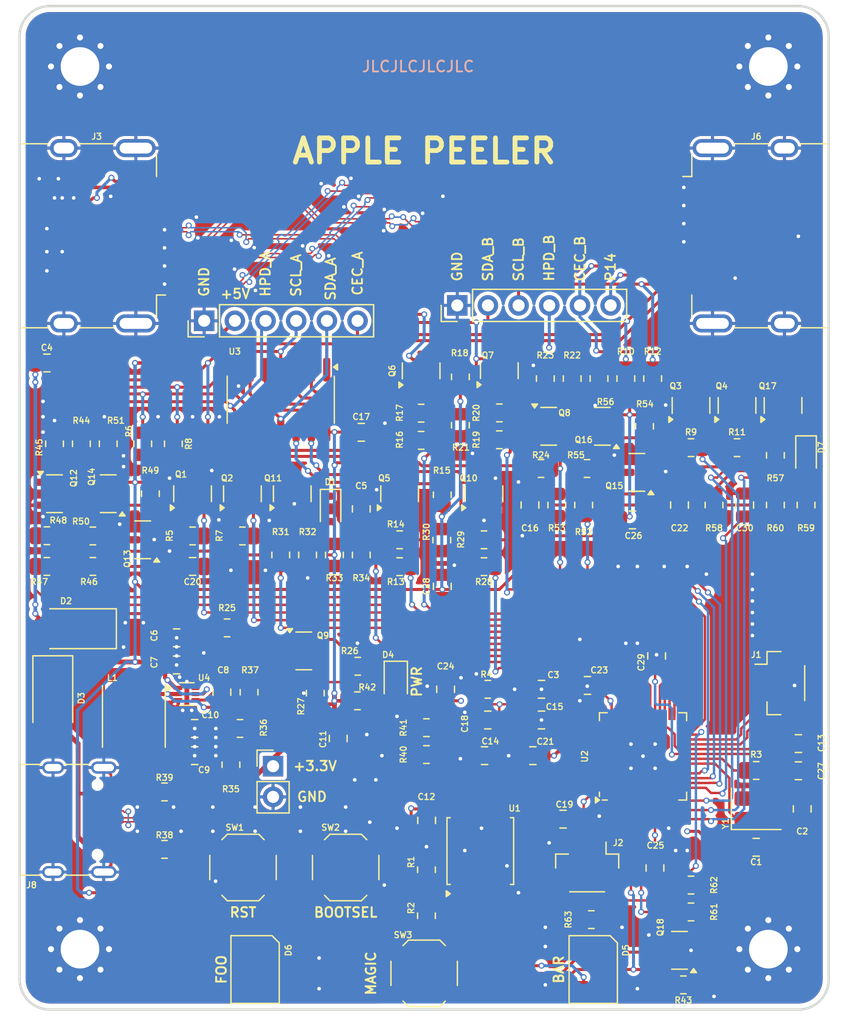
<source format=kicad_pcb>
(kicad_pcb (version 20241229) (generator "pcbnew") (generator_version "9.0")
  (layers (0 "F.Cu" signal) (4 "In1.Cu" signal) (6 "In2.Cu" signal) (2 "B.Cu" signal) (13 "F.Paste" user) (15 "B.Paste" user) (5 "F.SilkS" user "F.Silkscreen") (7 "B.SilkS" user "B.Silkscreen") (1 "F.Mask" user) (3 "B.Mask" user) (25 "Edge.Cuts" user))
  (net 0 "")
  (net 1 "Net-(U2-XIN)")
  (net 2 "GND")
  (net 3 "Net-(C2-Pad2)")
  (net 4 "Net-(U2-ADC_AVDD)")
  (net 5 "/HDMI passthrough/HDMI_VCC")
  (net 6 "/HDMI passthrough/CEC_A_MON")
  (net 7 "+5V")
  (net 8 "Net-(U4-SW)")
  (net 9 "Net-(U4-VBST)")
  (net 10 "+3.3V")
  (net 11 "+1V1")
  (net 12 "Net-(D1-A)")
  (net 13 "/HDMI passthrough/CEC interface 1/CEC_LINE")
  (net 14 "/Power supply/USB_VCC")
  (net 15 "Net-(J1-Pin_3)")
  (net 16 "Net-(J1-Pin_1)")
  (net 17 "Net-(J2-Pin_1)")
  (net 18 "Net-(J2-Pin_3)")
  (net 19 "/HDMI passthrough/HDMI connectors/D1-")
  (net 20 "/HDMI passthrough/HDMI connectors/HPD_A")
  (net 21 "/HDMI passthrough/HDMI connectors/D2-")
  (net 22 "/HDMI passthrough/HDMI connectors/ARC_A")
  (net 23 "/HDMI passthrough/HDMI connectors/D2+")
  (net 24 "/HDMI passthrough/HDMI connectors/D0-")
  (net 25 "/HDMI passthrough/HDMI connectors/D1+")
  (net 26 "/HDMI passthrough/CEC interface 2/CEC_LINE")
  (net 27 "/HDMI passthrough/HDMI connectors/CK+")
  (net 28 "/HDMI passthrough/HDMI connectors/CK-")
  (net 29 "/HDMI passthrough/Bidir level shifter 1/L_5V")
  (net 30 "/HDMI passthrough/HDMI connectors/D0+")
  (net 31 "/HDMI passthrough/HDMI connectors/HPD_B")
  (net 32 "/HDMI passthrough/Bidir level shifter 2/L_5V")
  (net 33 "/HDMI passthrough/CEC_B_MON")
  (net 34 "/HDMI passthrough/Bidir level shifter 3/L_5V")
  (net 35 "/HDMI passthrough/SDA_A_3V3")
  (net 36 "/HDMI passthrough/SCL_A_3V3")
  (net 37 "/HDMI passthrough/SDA_B_3V3")
  (net 38 "/HDMI passthrough/SCL_B_3V3")
  (net 39 "/HDMI passthrough/Bidir level shifter 4/L_5V")
  (net 40 "Net-(Q5-G)")
  (net 41 "Net-(Q6-G)")
  (net 42 "/HDMI passthrough/Pullup level shifter 1/OUT_5V")
  (net 43 "/UI/Pullup level shifter/OUT_5V")
  (net 44 "Net-(Q7-G)")
  (net 45 "Net-(Q8-G)")
  (net 46 "/HDMI passthrough/Pullup level shifter 2/OUT_5V")
  (net 47 "Net-(Q9-G)")
  (net 48 "/HDMI passthrough/HPD_B_MON")
  (net 49 "Net-(Q10-G)")
  (net 50 "Net-(Q11-G)")
  (net 51 "/HDMI passthrough/VCC_MON")
  (net 52 "/HDMI passthrough/Pullup level shifter 3/OUT_5V")
  (net 53 "Net-(Q12-G)")
  (net 54 "Net-(Q13-G)")
  (net 55 "Net-(R1-Pad2)")
  (net 56 "/FLASH_CS")
  (net 57 "Net-(U2-XOUT)")
  (net 58 "/HDMI passthrough/SDA_BRIDGE")
  (net 59 "/HDMI passthrough/SCL_BRIDGE")
  (net 60 "/HDMI passthrough/HPD_A_ASSERT")
  (net 61 "/HDMI passthrough/HPD_ARC_BRIDGE")
  (net 62 "/HDMI passthrough/CEC_BRIDGE")
  (net 63 "Net-(D5-DOUT)")
  (net 65 "Net-(U4-VFB)")
  (net 66 "/USB/DP")
  (net 67 "Net-(U2-RUN)")
  (net 68 "/FLASH_D1")
  (net 69 "/FLASH_D0")
  (net 70 "/FLASH_D3")
  (net 71 "/FLASH_CLK")
  (net 72 "/FLASH_D2")
  (net 73 "Net-(D4-A)")
  (net 74 "/HDMI passthrough/Pullup level shifter 4/OUT_5V")
  (net 76 "/HDMI passthrough/HPD_A_MON")
  (net 78 "Net-(Q13-D)")
  (net 80 "Net-(Q14-G)")
  (net 82 "Net-(Q15-G)")
  (net 83 "/UI/USR_BTN")
  (net 87 "Net-(Q15-D)")
  (net 89 "/USB/USB_SIDE_DP")
  (net 90 "/USB/USB_SIDE_DN")
  (net 92 "Net-(J8-CC2)")
  (net 93 "Net-(Q16-G)")
  (net 94 "Net-(Q17-G)")
  (net 95 "Net-(Q18-G)")
  (net 96 "Net-(D7-A)")
  (net 97 "/HDMI passthrough/CEC_A_PULLDOWN")
  (net 98 "Net-(R35-Pad2)")
  (net 99 "/HDMI passthrough/HPD_B_ASSERT")
  (net 100 "/HDMI passthrough/CEC_B_PULLDOWN")
  (net 101 "/UI/WLED")
  (net 104 "/USB/DN")
  (net 106 "Net-(J8-CC1)")
  (footprint "Package_TO_SOT_SMD:SOT-23" (layer "F.Cu") (at 176.53 140.335)
    (property "Reference" "Q9")
    (property "Value" "2N7002")
  )
  (footprint "Package_SO:SOIC-8_5.3x5.3mm_P1.27mm" (layer "F.Cu") (at 191.15 156.8925 90)
    (property "Reference" "U1")
    (property "Value" "W25Q16JVSS")
  )
  (footprint "Package_TO_SOT_SMD:SOT-23" (layer "F.Cu") (at 216.2175 120.0325 90)
    (property "Reference" "Q17")
    (property "Value" "2N7002")
  )
  (footprint "Resistor_SMD:R_0805_2012Metric" (layer "F.Cu") (at 181 141.605)
    (property "Reference" "R26")
    (property "Value" "470kΩ")
  )
  (footprint "MountingHole:MountingHole_3.2mm_M3_Pad_Via" (layer "F.Cu") (at 215 165)
    (property "Reference" "H3" (hide yes))
    (property "Value" "MountingHole_Pad")
  )
  (footprint "Resistor_SMD:R_0805_2012Metric" (layer "F.Cu") (at 159.0675 130.8275)
    (property "Reference" "R50")
    (property "Value" "510Ω")
  )
  (footprint "Resistor_SMD:R_0805_2012Metric" (layer "F.Cu") (at 155.2575 133.35)
    (property "Reference" "R47")
    (property "Value" "510Ω")
  )
  (footprint "Connector_JST:JST_SH_BM03B-SRSS-TB_1x03-1MP_P1.00mm_Vertical" (layer "F.Cu") (at 200 158.25 180)
    (property "Reference" "J2")
    (property "Value" "BM03B-SRSS-TB")
  )
  (footprint "MountingHole:MountingHole_3.2mm_M3_Pad_Via" (layer "F.Cu") (at 215 92)
    (property "Reference" "H2" (hide yes))
    (property "Value" "MountingHole_Pad")
  )
  (footprint "Connector_Video:HDMI_A_Molex_208658-1001_Horizontal" (layer "F.Cu") (at 212.9 106)
    (property "Reference" "J6")
    (property "Value" "HDMI-001 19PCBTP")
  )
  (footprint "Resistor_SMD:R_0805_2012Metric" (layer "F.Cu") (at 191.4525 131.145)
    (property "Reference" "R29")
    (property "Value" "470kΩ")
  )
  (footprint "LED_SMD:LED_0805_2012Metric" (layer "F.Cu") (at 184.15 142.875 -90)
    (property "Reference" "D4")
    (property "Value" "GREEN")
  )
  (footprint "Resistor_SMD:R_0805_2012Metric" (layer "F.Cu") (at 172 143.75 90)
    (property "Reference" "R37")
    (property "Value" "10kΩ")
  )
  (footprint "Resistor_SMD:R_0805_2012Metric" (layer "F.Cu") (at 196.5325 117.81 90)
    (property "Reference" "R23")
    (property "Value" "470kΩ")
  )
  (footprint "Resistor_SMD:R_0805_2012Metric" (layer "F.Cu") (at 210.5025 128.27 -90)
    (property "Reference" "R58")
    (property "Value" "470kΩ")
  )
  (footprint "Package_TO_SOT_SMD:SOT-23" (layer "F.Cu") (at 186.25 117.1725 90)
    (property "Reference" "Q6")
    (property "Value" "2N7002")
  )
  (footprint "MountingHole:MountingHole_3.2mm_M3_Pad_Via" (layer "F.Cu") (at 158 92)
    (property "Reference" "H1" (hide yes))
    (property "Value" "MountingHole_Pad")
  )
  (footprint "Capacitor_SMD:C_0805_2012Metric" (layer "F.Cu") (at 198 154.25 180)
    (property "Reference" "C19")
    (property "Value" "100nF")
  )
  (footprint "Resistor_SMD:R_0805_2012Metric" (layer "F.Cu") (at 163.195 123.2075 90)
    (property "Reference" "R6")
    (property "Value" "10kΩ")
  )
  (footprint "Package_SO:SO-14_3.9x8.65mm_P1.27mm" (layer "F.Cu") (at 174.625 119.5575 -90)
    (property "Reference" "U3")
    (property "Value" "4066")
  )
  (footprint "Resistor_SMD:R_0805_2012Metric" (layer "F.Cu") (at 189.5 121.6725 -90)
    (property "Reference" "R21")
    (property "Value" "10kΩ")
  )
  (footprint "Capacitor_SMD:C_0805_2012Metric" (layer "F.Cu") (at 207.645 128.27 -90)
    (property "Reference" "C22")
    (property "Value" "2.2μF")
  )
  (footprint "Resistor_SMD:R_0805_2012Metric" (layer "F.Cu") (at 204.7475 121.75875 -90)
    (property "Reference" "R54")
    (property "Value" "10kΩ")
  )
  (footprint "Package_TO_SOT_SMD:SOT-23" (layer "F.Cu") (at 171.45 127.335 90)
    (property "Reference" "Q2")
    (property "Value" "2N7002")
  )
  (footprint "Package_TO_SOT_SMD:SOT-23" (layer "F.Cu") (at 191.4525 127.335 90)
    (property "Reference" "Q10")
    (property "Value" "2N7002")
  )
  (footprint "Diode_SMD:D_SOD-323" (layer "F.Cu") (at 178.7525 128.5875 -90)
    (property "Reference" "D1")
    (property "Value" "1N4148WS")
  )
  (footprint "Crystal:Crystal_SMD_3225-4Pin_3.2x2.5mm" (layer "F.Cu") (at 213.995 153.4)
    (property "Reference" "Y1")
    (property "Value" "12MHz")
  )
  (footprint "Resistor_SMD:R_0805_2012Metric" (layer "F.Cu") (at 191.4525 133.3675 180)
    (property "Reference" "R28")
    (property "Value" "510Ω")
  )
  (footprint "Capacitor_SMD:C_0805_2012Metric" (layer "F.Cu") (at 195.2625 128.27 -90)
    (property "Reference" "C16")
    (property "Value" "2.2μF")
  )
  (footprint "Button_Switch_SMD:SW_Push_1P1T_XKB_TS-1187A" (layer "F.Cu") (at 180 158.25 180)
    (property "Reference" "SW2")
    (property "Value" "SPST BTN")
  )
  (footprint "Capacitor_SMD:C_0805_2012Metric" (layer "F.Cu") (at 205.75 140.75 90)
    (property "Reference" "C29")
    (property "Value" "100nF")
  )
  (footprint "Inductor_SMD:L_Taiyo-Yuden_MD-5050" (layer "F.Cu") (at 162.461264 145.753573 -90)
    (property "Reference" "L1")
    (property "Value" "1.5μH")
  )
  (footprint "Capacitor_SMD:C_0805_2012Metric" (layer "F.Cu") (at 195.5 149 180)
    (property "Reference" "C21")
    (property "Value" "100nF")
  )
  (footprint "Resistor_SMD:R_0805_2012Metric" (layer "F.Cu") (at 199.7075 128.27 90)
    (property "Reference" "R52")
    (property "Value" "510Ω")
  )
  (footprint "Capacitor_SMD:C_0805_2012Metric" (layer "F.Cu") (at 203.75 129.5)
    (property "Reference" "C26")
    (property "Value" "2.2μF")
  )
  (footprint "Capacitor_SMD:C_0805_2012Metric" (layer "F.Cu") (at 191.77 146.05 180)
    (property "Reference" "C18")
    (property "Value" "2.2μF")
  )
  (footprint "Resistor_SMD:R_0805_2012Metric" (layer "F.Cu") (at 171.25 146.75)
    (property "Reference" "R36")
    (property "Value" "39kΩ")
  )
  (footprint "Package_DFN_QFN:QFN-56-1EP_7x7mm_P0.4mm_EP3.2x3.2mm" (layer "F.Cu") (at 204.6225 149.06 90)
    (property "Reference" "U2")
    (property "Value" "RP2040")
  )
  (footprint "Package_TO_SOT_SMD:SOT-23" (layer "F.Cu") (at 160.3375 127.335 180)
    (property "Reference" "Q14")
    (property "Value" "AO3401A")
  )
  (footprint "Capacitor_SMD:C_0805_2012Metric" (layer "F.Cu") (at 167.3225 133.35)
    (property "Reference" "C20")
    (property "Value" "2.2μF")
  )
  (footprint "Resistor_SMD:R_0805_2012Metric" (layer "F.Cu") (at 165 156.75)
    (property "Reference" "R38")
    (property "Value" "5.1kΩ")
  )
  (footprint "Resistor_SMD:R_0805_2012Metric" (layer "F.Cu") (at 197.485 128.27 -90)
    (property "Reference" "R53")
    (property "Value" "470kΩ")
  )
  (footprint "Resistor_SMD:R_0805_2012Metric" (layer "F.Cu") (at 180.975 144.4625 180)
    (property "Reference" "R42")
    (property "Value" "1kΩ")
  )
  (footprint "Resistor_SMD:R_0805_2012Metric" (layer "F.Cu") (at 200.3425 162.56)
    (property "Reference" "R63")
    (property "Value" "10kΩ")
  )
  (footprint "Capacitor_SMD:C_0805_2012Metric" (layer "F.Cu") (at 167.5 149)
    (property "Reference" "C9")
    (property "Value" "22μF")
  )
  (footprint "Resistor_SMD:R_0805_2012Metric" (layer "F.Cu") (at 155.2575 130.81 180)
    (property "Reference" "R48")
    (property "Value" "470kΩ")
  )
  (footprint "Resistor_SMD:R_0805_2012Metric" (layer "F.Cu") (at 186.69 148.9075)
    (property "Reference" "R40")
    (property "Value" "27Ω")
  )
  (footprint "Capacitor_SMD:C_0805_2012Metric" (layer "F.Cu") (at 188 135 90)
    (property "Reference" "C28")
    (property "Value" "2.2μF")
  )
  (footprint "MountingHole:MountingHole_3.2mm_M3_Pad_Via" (layer "F.Cu") (at 158 165)
    (property "Reference" "H4" (hide yes))
    (property "Value" "MountingHole_Pad")
  )
  (footprint "Resistor_SMD:R_0805_2012Metric" (layer "F.Cu") (at 215.5825 128.27 -90)
    (property "Reference" "R60")
    (property "Value" "47kΩ")
  )
  (footprint "Package_TO_SOT_SMD:SOT-23" (layer "F.Cu") (at 196.81 121.75875)
    (property "Reference" "Q8")
    (property "Value" "2N7002")
  )
  (footprint "Capacitor_SMD:C_0805_2012Metric" (layer "F.Cu") (at 213.0425 128.27 90)
    (property "Reference" "C30")
    (property "Value" "100pF")
  )
  (footprint "Capacitor_SMD:C_0805_2012Metric" (layer "F.Cu") (at 217.4875 148)
    (property "Reference" "C13")
    (property "Value" "100nF")
  )
  (footprint "conn:PinHeader_1x06_P2.54mm_Vertical" (layer "F.Cu") (at 168.285 113.03 90)
    (property "Reference" "J4" (hide yes))
    (property "Value" "Header_01x06")
  )
  (footprint "conn:PinHeader_1x06_P2.54mm_Vertical" (layer "F.Cu") (at 189.24 111.76 90)
    (property "Reference" "J5" (hide yes))
    (property "Value" "Header_01x06")
  )
  (footprint "Resistor_SMD:R_0805_2012Metric" (layer "F.Cu") (at 207.9625 167.9575 180)
    (property "Reference" "R43")
    (property "Value" "10kΩ")
  )
  (footprint "LED_SMD:LED_SK6812MINI_PLCC4_3.5x3.5mm_P1.75mm" (layer "F.Cu") (at 200.5 166.6875 90)
    (property "Reference" "D5")
    (property "Value" "SK6812MINI")
  )
  (footprint "Resistor_SMD:R_0805_2012Metric" (layer "F.Cu") (at 155.8925 123.2075 90)
    (property "Reference" "R45")
    (property "Value" "470kΩ")
  )
  (footprint "Connector_JST:JST_SH_BM03B-SRSS-TB_1x03-1MP_P1.00mm_Vertical" (layer "F.Cu") (at 216 143 -90)
    (property "Reference" "J1")
    (property "Value" "BM03B-SRSS-TB")
  )
  (footprint "Package_TO_SOT_SMD:SOT-23" (layer "F.Cu") (at 212.4075 120.0325 90)
    (property "Reference" "Q4")
    (property "Value" "2N7002")
  )
  (footprint "Capacitor_SMD:C_0805_2012Metric" (layer "F.Cu") (at 191.5 149 180)
    (property "Reference" "C14")
    (property "Value" "100nF")
  )
  (footprint "Package_TO_SOT_SMD:SOT-23" (layer "F.Cu") (at 204.1125 125.56875 180)
    (property "Reference" "Q15")
    (property "Value" "2N7002")
  )
  (footprint "Resistor_SMD:R_0805_2012Metric" (layer "F.Cu") (at 205.4225 117.81 90)
    (property "Reference" "R12")
    (property "Value" "10kΩ")
  )
  (footprint "Connector_USB:USB_C_Receptacle_G-Switch_GT-USB-7010ASV" (layer "F.Cu") (at 156.845 154.305 -90)
    (property "Reference" "J8")
    (property "Value" "USB_C_Receptacle_USB2.0_16P")
  )
  (footprint "Package_TO_SOT_SMD:SOT-23" (layer "F.Cu") (at 201.255 121.75875 180)
    (property "Reference" "Q16")
    (property "Value" "AO3401A")
  )
  (footprint "Resistor_SMD:R_0805_2012Metric" (layer "F.Cu") (at 208.5975 161.925)
    (property "Reference" "R61")
    (property "Value" "510Ω")
  )
  (footprint "Resistor_SMD:R_0805_2012Metric" (layer "F.Cu") (at 192.7225 120.65)
    (property "Reference" "R20")
    (property "Value" "470kΩ")
  )
  (footprint "Resistor_SMD:R_0805_2012Metric" (layer "F.Cu") (at 170.5 149.75 90)
    (property "Reference" "R35")
    (property "Value" "6.2kΩ")
  )
  (footprint "Resistor_SMD:R_0805_2012Metric" (layer "F.Cu") (at 203.2 117.81 90)
    (property "Reference" "R10")
    (property "Value" "10kΩ")
  )
  (footprint "Resistor_SMD:R_0805_2012Metric" (layer "F.Cu") (at 165.735 123.2075 90)
    (property "Reference" "R8")
    (property "Value" "10kΩ")
  )
  (footprint "Resistor_SMD:R_0805_2012Metric" (layer "F.Cu") (at 181.2925 132.3975 90)
    (property "Reference" "R34")
    (property "Value" "47kΩ")
  )
  (footprint "Resistor_SMD:R_0805_2012Metric" (layer "F.Cu") (at 171.45 130.8275)
    (property "Reference" "R7")
    (property "Value" "10kΩ")
  )
  (footprint "Resistor_SMD:R_0805_2012Metric" (layer "F.Cu") (at 198.755 117.81 -90)
    (property "Reference" "R22")
    (property "Value" "510Ω")
  )
  (footprint "Capacitor_SMD:C_0805_2012Metric" (layer "F.Cu") (at 169.75 143.75 -90)
    (property "Reference" "C8")
    (property "Value" "100nF")
  )
  (footprint "Diode_SMD:D_SMA" (layer "F.Cu") (at 155.75 144.25 -90)
    (property "Reference" "D3")
    (property "Value" "SS14")
  )
  (footprint "Resistor_SMD:R_0805_2012Metric" (layer "F.Cu") (at 208.5975 159.7025 180)
    (property "Reference" "R62")
    (property "Value" "470kΩ")
  )
  (footprint "Capacitor_SMD:C_0805_2012Metric" (layer "F.Cu") (at 179.384342 147.574631 -90)
    (property "Reference" "C11")
    (property "Value" "22μF")
  )
  (footprint "Package_TO_SOT_SMD:SOT-23" (layer "F.Cu") (at 175.5775 127.335 90)
    (property "Reference" "Q11")
    (property "Value" "2N7002")
  )
  (footprint "Resistor_SMD:R_0805_2012Metric" (layer "F.Cu") (at 200.9775 117.81 -90)
    (property "Reference" "R56")
    (property "Value" "470kΩ")
  )
  (footprint "Diode_SMD:D_SMA" (layer "F.Cu") (at 157.5 138.5 180)
    (property "Reference" "D2")
    (property "Value" "SS14")
  )
  (footprint "Resistor_SMD:R_0805_2012Metric" (layer "F.Cu") (at 186.25 122.9225 180)
    (property "Reference" "R16")
    (property "Value" "510Ω")
  )
  (footprint "Resistor_SMD:R_0805_2012Metric" (layer "F.Cu") (at 196.175 125.25125)
    (property "Reference" "R24")
    (property "Value" "10kΩ")
  )
  (footprint "Resistor_SMD:R_0805_2012Metric" (layer "F.Cu") (at 170.18 138.43)
    (property "Reference" "R25")
    (property "Value" "510Ω")
  )
  (footprint "Capacitor_SMD:C_0805_2012Metric" (layer "F.Cu") (at 181.2925 128.5875 90)
    (property "Reference" "C5")
    (property "Value" "100pF")
  )
  (footprint "Resistor_SMD:R_0805_2012Metric" (layer "F.Cu") (at 176.8475 132.3975 -90)
    (property "Reference" "R32")
    (property "Value" "470kΩ")
  )
  (footprint "Resistor_SMD:R_0805_2012Metric" (layer "F.Cu") (at 177.4825 143.8275 90)
    (property "Reference" "R27")
    (property "Value" "10kΩ")
  )
  (footprint "Resistor_SMD:R_0805_2012Metric" (layer "F.Cu") (at 191.77 143.51 180)
    (property "Reference" "R4")
    (property "Value" "510Ω")
  )
  (footprint "Resistor_SMD:R_0805_2012Metric" (layer "F.Cu") (at 158.115 123.2075 -90)
    (property "Reference" "R44")
    (property "Value" "510Ω")
  )
  (footprint "Resistor_SMD:R_0805_2012Metric" (layer "F.Cu") (at 188 127.4225 90)
    (property "Reference" "R15")
    (property "Value" "10kΩ")
  )
  (footprint "Capacitor_SMD:C_0805_2012Metric" (layer "F.Cu") (at 166 141.5)
    (property "Reference" "C7")
    (property "Value" "22μF")
  )
  (footprint "Capacitor_SMD:C_0805_2012Metric" (layer "F.Cu") (at 167.5 146.75)
    (property "Reference" "C10")
    (property "Value" "22μF")
  )
  (footprint "Resistor_SMD:R_0805_2012Metric" (layer "F.Cu") (at 192.7225 122.8725 180)
    (property "Reference" "R19")
    (property "Value" "510Ω")
  )
  (footprint "Package_TO_SOT_SMD:SOT-23" (layer "F.Cu") (at 208.5975 120.0325 90)
    (property "Reference" "Q3")
    (property "Value" "2N7002")
  )
  (footprint "Capacitor_SMD:C_0805_2012Metric" (layer "F.Cu") (at 205.6125 158.29 -90)
    (property "Reference" "C25")
    (property "Value" "100nF")
  )
  (footprint "Resistor_SMD:R_0805_2012Metric" (layer "F.Cu") (at 218.1225 128.27 90)
    (property "Reference" "R59")
    (property "Value" "27kΩ")
  )
  (footprint "Resistor_SMD:R_0805_2012Metric" (layer "F.Cu") (at 179.07 132.3975 90)
    (property "Reference" "R33")
    (property "Value" "27kΩ")
  )
  (footprint "Diode_SMD:D_SOD-323" (layer "F.Cu") (at 218.1225 124.16 -90)
    (property "Reference" "D7")
    (property "Value" "1N4148WS")
  )
  (footprint "Resistor_SMD:R_0805_2012Metric" (layer "F.Cu") (at 186.69 162.2425 -90)
    (property "Reference" "R2")
    (property "Value" "1kΩ")
  )
  (footprint "Capacitor_SMD:C_0805_2012Metric" (layer "F.Cu") (at 196.215 146.05 180)
    (property "Reference" "C15")
    (property "Value" "2.2μF")
  )
  (footprint "Capacitor_SMD:C_0805_2012Metric" (layer "F.Cu") (at 213.995 156.575 180)
    (property "Reference" "C1")
    (property "Value" "15pF")
  )
  (footprint "Resistor_SMD:R_0805_2012Metric" (layer "F.Cu") (at 186.69 158.4325 -90)
    (property "Reference" "R1")
    (property "Value" "10kΩ")
  )
  (footprint "Resistor_SMD:R_0805_2012Metric" (layer "F.Cu") (at 213.995 150.225 180)
    (property "Reference" "R3")
    (property "Value" "1kΩ")
  )
  (footprint "Resistor_SMD:R_0805_2012Metric" (layer "F.Cu") (at 186.25 120.6725)
    (property "Reference" "R17")
    (property "Value" "470kΩ")
  )
  (footprint "Resistor_SMD:R_0805_2012Metric" (layer "F.Cu") (at 187.96 131.1725 -90)
    (property "Reference" "R30")
    (property "Value" "10kΩ")
  )
  (footprint "Resistor_SMD:R_0805_2012Metric" (layer "F.Cu") (at 215.5825 124.16 90)
    (property "Reference" "R57")
    (property "Value" "510Ω")
  )
  (footprint "Package_TO_SOT_SMD:SOT-23" (layer "F.Cu") (at 192.7225 117.1575 90)
    (property "Reference" "Q7")
    (property "Value" "2N7002")
  )
  (footprint "Capacitor_SMD:C_0805_2012Metric" (layer "F.Cu") (at 188.2775 143.51 90)
    (property "Reference" "C24")
    (property "Value" "2.2μF")
  )
  (footprint "Resistor_SMD:R_0805_2012Metric" (layer "F.Cu") (at 165 152)
    (property "Reference" "R39")
    (property "Value" "5.1kΩ")
  )
  (footprint "Resistor_SMD:R_0805_2012Metric" (layer "F.Cu") (at 189.5 117.6725 90)
    (property "Reference" "R18")
    (property "Value" "10kΩ")
  )
  (footprint "Capacitor_SMD:C_0805_2012Metric" (layer "F.Cu") (at 155.26 116.5225)
    (property "Reference" "C4")
    (property "Value" "2.2μF")
  )
  (footprint "LED_SMD:LED_SK6812MINI_PLCC4_3.5x3.5mm_P1.75mm" (layer "F.Cu") (at 172.5 166.6875 90)
    (property "Reference" "D6")
    (property "Value" "SK6812MINI")
  )
  (footprint "Capacitor_SMD:C_0805_2012Metric" (layer "F.Cu") (at 217.4875 150.25)
    (property "Reference" "C27")
    (property "Value" "100nF")
  )
  (footprint "Package_TO_SOT_SMD:SOT-563" (layer "F.Cu") (at 166.85 143.9025)
    (property "Reference" "U4")
    (property "Value" "TPS562242")
  )
  (footprint "Capacitor_SMD:C_0805_2012Metric" (layer "F.Cu") (at 200.025 143.1925 180)
    (property "Reference" "C23")
    (property "Value" "100nF")
  )
  (footprint "Capacitor_SMD:C_0805_2012Metric" (layer "F.Cu") (at 217.805 153.4 90)
    (property "Reference" "C2")
    (property "Value" "15pF")
  )
  (footprint "Resistor_SMD:R_0805_2012Metric" (layer "F.Cu") (at 159.0675 133.35 180)
    (property "Reference" "R46")
    (property "Value" "10kΩ")
  )
  (footprint "Resistor_SMD:R_0805_2012Metric" (layer "F.Cu") (at 167.3225 130.8275)
    (property "Reference" "R5")
    (property "Value" "10kΩ")
  )
  (footprint "Resistor_SMD:R_0805_2012Metric" (layer "F.Cu") (at 212.4075 123.525)
    (property "Reference" "R11")
    (property "Value" "10kΩ")
  )
  (footprint "Package_TO_SOT_SMD:SOT-23" (layer "F.Cu") (at 184.4675 127.335 90)
    (property "Reference" "Q5")
    (property "Value" "2N7002")
  )
  (footprint "Capacitor_SMD:C_0805_2012Metric" (layer "F.Cu") (at 186.705 154.3525 -90)
    (property "Reference" "C12")
    (property "Value" "2.2μF")
  )
  (footprint "Capacitor_SMD:C_0805_2012Metric" (layer "F.Cu") (at 181.2925 122.255)
    (property "Reference" "C17")
    (property "Value" "2.2μF")
  )
  (footprint "Package_TO_SOT_SMD:SOT-23" (layer "F.Cu") (at 163.195 131.145 180)
    (property "Reference" "Q13")
    (property "Value" "2N7002")
  )
  (footprint "Resistor_SMD:R_0805_2012Metric" (layer "F.Cu") (at 184.4675 133.3675 180)
    (property "Reference" "R13")
    (property "Value" "510Ω")
  )
  (footprint "Resistor_SMD:R_0805_2012Metric" (layer "F.Cu") (at 208.5975 123.525)
    (property "Reference" "R9")
    (property "Value" "10kΩ")
  )
  (footprint "Resistor_SMD:R_0805_2012Metric" (layer "F.Cu") (at 163.83 127.335 -90)
    (property "Reference" "R49")
    (property "Value" "10kΩ")
  )
  (footprint "Button_Switch_SMD:SW_Push_1P1T_XKB_TS-1187A" (layer "F.Cu") (at 186.5 167.005)
    (property "Reference" "SW3")
    (property "Value" "SPST BTN")
  )
  (footprint "Capacitor_SMD:C_0805_2012Metric" (layer "F.Cu") (at 166 139.25)
    (property "Reference" "C6")
    (property "Value" "22μF")
  )
  (footprint "Resistor_SMD:R_0805_2012Metric" (layer "F.Cu") (at 160.3375 123.2075 -90)
    (property "Reference" "R51")
    (property "Value" "470kΩ")
  )
  (footprint "Resistor_SMD:R_0805_2012Metric" (layer "F.Cu") (at 174.625 132.3975 90)
    (property "Reference" "R31")
    (property "Value" "510Ω")
  )
  (footprint "Capacitor_SMD:C_0805_2012Metric" (layer "F.Cu") (at 196.215 143.51 180)
    (property "Reference" "C3")
    (property "Value" "2.2μF")
  )
  (footprint "Resistor_SMD:R_0805_2012Metric" (layer "F.Cu") (at 186.69 146.685)
    (property "Reference" "R41")
    (property "Value" "27Ω")
  )
  (footprint "Resistor_SMD:R_0805_2012Metric" (layer "F.Cu") (at 199.985 125.25125)
    (property "Reference" "R55")
    (property "Value" "510Ω")
  )
  (footprint "Button_Switch_SMD:SW_Push_1P1T_XKB_TS-1187A" (layer "F.Cu") (at 171.5 158.25 180)
    (property "Reference" "SW1")
    (property "Value" "SPST BTN")
  )
  (footprint "Package_TO_SOT_SMD:SOT-23" (layer "F.Cu") (at 155.8925 127.335)
    (property "Reference" "Q12")
    (property "Value" "2N7002")
  )
  (footprint "conn:PinHeader_1x02_P2.54mm_Vertical" (layer "F.Cu") (at 173.99 149.87)
    (property "Reference" "J7" (hide yes))
    (property "Value" "Header_01x02")
  )
  (footprint "Package_TO_SOT_SMD:SOT-23" (layer "F.Cu") (at 167.3225 127.335 90)
    (property "Reference" "Q1")
    (property "Value" "2N7002")
  )
  (footprint "Resistor_SMD:R_0805_2012Metric" (layer "F.Cu") (at 184.4675 131.145)
    (property "Reference" "R14")
    (property "Value" "470kΩ")
  )
  (footprint "Package_TO_SOT_SMD:SOT-23" (layer "F.Cu") (at 207.645 165.1 180)
    (property "Reference" "Q18")
    (property "Value" "2N7002")
  )
  (footprint "Connector_Video:HDMI_A_Molex_208658-1001_Horizontal" (layer "F.Cu") (at 160.1 106 180)
    (property "Reference" "J3")
    (property "Value" "HDMI-001 19PCBTP")
  )
  (gr_line (start 153 167.5) (end 153 89.5) (stroke (width 0.2)) (layer "Edge.Cuts"))
  (gr_arc (start 217.5 87) (mid 219.267767 87.732233) (end 220 89.5) (stroke (width 0.2)) (layer "Edge.Cuts"))
  (gr_line (start 217.5 170) (end 155.5 170) (stroke (width 0.2)) (layer "Edge.Cuts"))
  (gr_arc (start 153 89.5) (mid 153.732233 87.732233) (end 155.5 87) (stroke (width 0.2)) (layer "Edge.Cuts"))
  (gr_line (start 217.5 87) (end 155.5 87) (stroke (width 0.2)) (layer "Edge.Cuts"))
  (gr_line (start 220 167.5) (end 220 89.5) (stroke (width 0.2)) (layer "Edge.Cuts"))
  (gr_arc (start 220 167.5) (mid 219.267767 169.267767) (end 217.5 170) (stroke (width 0.2)) (layer "Edge.Cuts"))
  (gr_arc (start 155.5 170) (mid 153.732233 169.267767) (end 153 167.5) (stroke (width 0.2)) (layer "Edge.Cuts"))
  (gr_text "RST" (at 171.5 161.5 0) (layer "F.SilkS") (effects (font (size 0.8 0.8) (thickness 0.16) (bold yes)) (justify top)))
  (gr_text "APPLE PEELER" (at 186.5 99 0) (layer "F.SilkS") (effects (font (size 2 2) (thickness 0.4) (bold yes))))
  (gr_text "PWR" (at 185.42 142.875 90) (layer "F.SilkS") (effects (font (size 0.8 0.8) (thickness 0.16) (bold yes)) (justify top)))
  (gr_text "MAGIC" (at 182.5625 167.005 90) (layer "F.SilkS") (effects (font (size 0.8 0.8) (thickness 0.16) (bold yes)) (justify bottom)))
  (gr_text "FOO" (at 170.18 166.6875 90) (layer "F.SilkS") (effects (font (size 0.8 0.8) (thickness 0.16) (bold yes)) (justify bottom)))
  (gr_text "BOOTSEL" (at 180 161.5 0) (layer "F.SilkS") (effects (font (size 0.8 0.8) (thickness 0.16) (bold yes)) (justify top)))
  (gr_text "BAR" (at 198.12 166.6875 90) (layer "F.SilkS") (effects (font (size 0.8 0.8) (thickness 0.16) (bold yes)) (justify bottom)))
  (gr_text "JLCJLCJLCJLC" (at 186 92 0) (layer "B.SilkS") (effects (font (size 0.9 0.9) (thickness 0.15) (bold yes))))
  (segment (start 208.06 149.66) (end 210.5875 149.66) (width 0.2) (layer "F.Cu") (net 1))
  (segment (start 211.7725 150.845) (end 211.7725 153.67) (width 0.2) (layer "F.Cu") (net 1))
  (segment (start 213.045 156.575) (end 213.0425 156.5725) (width 0.25) (layer "F.Cu") (net 1))
  (segment (start 211.7725 153.67) (end 212.3525 154.25) (width 0.2) (layer "F.Cu") (net 1))
  (segment (start 212.575 154.25) (end 212.895 154.25) (width 0.25) (layer "F.Cu") (net 1))
  (segment (start 210.5875 149.66) (end 211.7725 150.845) (width 0.2) (layer "F.Cu") (net 1))
  (segment (start 213.0425 156.5725) (end 213.0425 154.3975) (width 0.25) (layer "F.Cu") (net 1))
  (segment (start 213.0425 154.3975) (end 212.895 154.25) (width 0.25) (layer "F.Cu") (net 1))
  (segment (start 212.3525 154.25) (end 212.895 154.25) (width 0.2) (layer "F.Cu") (net 1))
  (segment (start 155.1025 158.539949) (end 155.1425 158.579949) (width 0.3) (layer "F.Cu") (net 2))
  (segment (start 200 155.2825) (end 200.025 155.2575) (width 0.3) (layer "F.Cu") (net 2))
  (segment (start 160.57 157.505) (end 160.9975 157.505) (width 0.2) (layer "F.Cu") (net 2))
  (segment (start 166.95 139.25) (end 166.85 139.35) (width 0.4) (layer "F.Cu") (net 2))
  (segment (start 200.9775 118.66375) (end 200.8575 118.54375) (width 0.25) (layer "F.Cu") (net 2))
  (segment (start 209.4975 109.5) (end 212.2525 109.5) (width 0.3) (layer "F.Cu") (net 2))
  (segment (start 213.485 143) (end 213.36 142.875) (width 0.3) (layer "F.Cu") (net 2))
  (segment (start 160.57 150.585) (end 159.97 149.985) (width 0.2) (layer "F.Cu") (net 2))
  (segment (start 200 156.925) (end 200 155.2825) (width 0.3) (layer "F.Cu") (net 2))
  (segment (start 200.9775 118.7225) (end 200.9775 118.66375) (width 0.25) (layer "F.Cu") (net 2))
  (segment (start 214.675 143) (end 213.485 143) (width 0.3) (layer "F.Cu") (net 2))
  (segment (start 161.5275 124.12) (end 161.6075 124.2) (width 0.25) (layer "F.Cu") (net 2))
  (segment (start 160.57 158.025) (end 159.97 158.625) (width 0.2) (layer "F.Cu") (net 2))
  (segment (start 196.5325 116.8975) (end 196.35375 116.71875) (width 0.25) (layer "F.Cu") (net 2))
  (segment (start 176.5275 128.2725) (end 175.85 128.2725) (width 0.25) (layer "F.Cu") (net 2))
  (segment (start 160.57 151.105) (end 161.9 151.105) (width 0.2) (layer "F.Cu") (net 2))
  (segment (start 188.778652 102.736152) (end 188.9125 102.87) (width 0.2) (layer "F.Cu") (net 2))
  (segment (start 166.1375 144.4025) (end 166.1375 144.8875) (width 0.3) (layer "F.Cu") (net 2))
  (segment (start 166.85 139.35) (end 166.85 145.243367) (width 0.4) (layer "F.Cu") (net 2))
  (segment (start 166.1375 144.8875) (end 166.5 145.25) (width 0.3) (layer "F.Cu") (net 2))
  (segment (start 194.55 149) (end 193.5 149) (width 0.25) (layer "F.Cu") (net 2))
  (segment (start 181.434235 102.4796) (end 187.794914 102.4796) (width 0.2) (layer "F.Cu") (net 2))
  (segment (start 212.2525 109.5) (end 212.2525 109.5) (width 0.3) (layer "F.Cu") (net 2))
  (segment (start 153.685 128.285) (end 153.67 128.27) (width 0.3) (layer "F.Cu") (net 2))
  (segment (start 183.25 121.5) (end 182.9975 121.5) (width 0.25) (layer "F.Cu") (net 2))
  (segment (start 160.782769 102.5) (end 163.5 102.5) (width 0.3) (layer "F.Cu") (net 2))
  (segment (start 200.66 119.04) (end 200.9775 118.7225) (width 0.25) (layer "F.Cu") (net 2))
  (segment (start 209.4975 106.5) (end 208 106.5) (width 0.3) (layer "F.Cu") (net 2))
  (segment (start 161.925 151.13) (end 161.9 151.105) (width 0.2) (layer "F.Cu") (net 2))
  (segment (start 171.090152 105.0925) (end 172.72 105.0925) (width 0.2) (layer "F.Cu") (net 2))
  (segment (start 188 134.05) (end 188.2 134.05) (width 0.3) (layer "F.Cu") (net 2))
  (segment (start 170.618465 105.564187) (end 171.090152 105.0925) (width 0.2) (layer "F.Cu") (net 2))
  (segment (start 209.4975 103.5) (end 208 103.5) (width 0.3) (layer "F.Cu") (net 2))
  (segment (start 208 102) (end 209.4975 102) (width 0.3) (layer "F.Cu") (net 2))
  (segment (start 160.57 157.505) (end 160.57 158.025) (width 0.2) (layer "F.Cu") (net 2))
  (segment (start 165 110) (end 163.5 110) (width 0.3) (layer "F.Cu") (net 2))
  (segment (start 170.815 118.11) (end 171.1325 118.4275) (width 0.25) (layer "F.Cu") (net 2))
  (segment (start 165 107) (end 163.5 107) (width 0.3) (layer "F.Cu") (net 2))
  (segment (start 160.57 151.105) (end 160.57 150.585) (width 0.2) (layer "F.Cu") (net 2))
  (segment (start 200.66 120.0325) (end 200.66 119.04) (width 0.25) (layer "F.Cu") (net 2))
  (segment (start 160.3375 124.12) (end 161.5275 124.12) (width 0.25) (layer "F.Cu") (net 2))
  (segment (start 188.051466 102.736152) (end 188.778652 102.736152) (width 0.2) (layer "F.Cu") (net 2))
  (segment (start 165 108.5) (end 163.5 108.5) (width 0.3) (layer "F.Cu") (net 2))
  (segment (start 188.2 134.05) (end 189 133.25) (width 0.3) (layer "F.Cu") (net 2))
  (segment (start 165.795 144.4025) (end 165.4175 144.78) (width 0.3) (layer "F.Cu") (net 2))
  (segment (start 170.815 117.0825) (end 170.815 118.11) (width 0.25) (layer "F.Cu") (net 2))
  (segment (start 181.93 127) (end 181.2925 127.6375) (width 0.25) (layer "F.Cu") (net 2))
  (segment (start 166.1375 144.4025) (end 165.795 144.4025) (width 0.3) (layer "F.Cu") (net 2))
  (segment (start 160.543157 102.739612) (end 160.782769 102.5) (width 0.3) (layer "F.Cu") (net 2))
  (segment (start 182.5625 127) (end 181.93 127) (width 0.25) (layer "F.Cu") (net 2))
  (segment (start 187.794914 102.4796) (end 188.051466 102.736152) (width 0.2) (layer "F.Cu") (net 2))
  (segment (start 160.3375 124.12) (end 159.94 124.12) (width 0.25) (layer "F.Cu") (net 2))
  (segment (start 166.85 145.243367) (end 166.84844 145.244927) (width 0.25) (layer "F.Cu") (net 2))
  (segment (start 154.955 128.285) (end 153.685 128.285) (width 0.3) (layer "F.Cu") (net 2))
  (segment (start 165 105.5) (end 163.5 105.5) (width 0.3) (layer "F.Cu") (net 2))
  (segment (start 182.9975 121.5) (end 182.2425 122.255) (width 0.25) (layer "F.Cu") (net 2))
  (segment (start 170.618465 106.28946) (end 170.618465 105.564187) (width 0.2) (layer "F.Cu") (net 2))
  (segment (start 209.4975 105) (end 208 105) (width 0.3) (layer "F.Cu") (net 2))
  (segment (start 155.8925 122.295) (end 155.8925 121.285) (width 0.3) (layer "F.Cu") (net 2))
  (segment (start 170.534381 106.373544) (end 170.618465 106.28946) (width 0.2) (layer "F.Cu") (net 2))
  (segment (start 181.180193 102.733642) (end 181.434235 102.4796) (width 0.2) (layer "F.Cu") (net 2))
  (segment (start 181.069629 102.733642) (end 181.180193 102.733642) (width 0.2) (layer "F.Cu") (net 2))
  (segment (start 160.9975 157.505) (end 161.6075 158.115) (width 0.2) (layer "F.Cu") (net 2))
  (segment (start 175.85 128.2725) (end 175.75 128.1725) (width 0.25) (layer "F.Cu") (net 2))
  (via (at 166.25 142.5) (size 0.5) (drill 0.3) (layers "F.Cu" "B.Cu") (net 2))
  (via (at 179.850179 103.610302) (size 0.5) (drill 0.3) (layers "F.Cu" "B.Cu") (net 2))
  (via (at 196.5325 163.195) (size 0.5) (drill 0.3) (layers "F.Cu" "B.Cu") (net 2))
  (via (at 169.25 149) (size 0.5) (drill 0.3) (layers "F.Cu" "B.Cu") (net 2))
  (via (at 169.25 146.75) (size 0.5) (drill 0.3) (layers "F.Cu" "B.Cu") (net 2))
  (via (at 195.54 116.71875) (size 0.5) (drill 0.3) (layers "F.Cu" "B.Cu") (net 2))
  (via (at 162.75 155.25) (size 0.5) (drill 0.3) (layers "F.Cu" "B.Cu") (net 2))
  (via (at 205.622082 150.042284) (size 0.5) (drill 0.3) (layers "F.Cu" "B.Cu") (net 2))
  (via (at 165 108.5) (size 0.5) (drill 0.3) (layers "F.Cu" "B.Cu") (net 2))
  (via (at 210.5025 168.91) (size 0.5) (drill 0.3) (layers "F.Cu" "B.Cu") (net 2))
  (via (at 213.6775 136.2075) (size 0.5) (drill 0.3) (layers "F.Cu" "B.Cu") (net 2))
  (via (at 202.565 133.35) (size 0.5) (drill 0.3) (layers "F.Cu" "B.Cu") (net 2))
  (via (at 207.3275 156.845) (size 0.5) (drill 0.3) (layers "F.Cu" "B.Cu") (net 2))
  (via (at 172.5 155.25) (size 0.5) (drill 0.3) (layers "F.Cu" "B.Cu") (net 2))
  (via (at 167.5 147.5) (size 0.5) (drill 0.3) (layers "F.Cu" "B.Cu") (net 2))
  (via (at 182 154.5) (size 0.5) (drill 0.3) (layers "F.Cu" "B.Cu") (net 2))
  (via (at 213.6775 139.065) (size 0.5) (drill 0.3) (layers "F.Cu" "B.Cu") (net 2))
  (via (at 169.5 129.5) (size 0.5) (drill 0.3) (layers "F.Cu" "B.Cu") (net 2))
  (via (at 205.74 140.6525) (size 0.5) (drill 0.3) (layers "F.Cu" "B.Cu") (net 2))
  (via (at 164.465 120.9675) (size 0.5) (drill 0.3) (layers "F.Cu" "B.Cu") (net 2))
  (via (at 156.21 101.2825) (size 0.5) (drill 0.3) (layers "F.Cu" "B.Cu") (net 2))
  (via (at 202.8825 163.195) (size 0.5) (drill 0.3) (layers "F.Cu" "B.Cu") (net 2))
  (via (at 189.865 145.415) (size 0.5) (drill 0.3) (layers "F.Cu" "B.Cu") (net 2))
  (via (at 167.3225 120.9675) (size 0.5) (drill 0.3) (layers "F.Cu" "B.Cu") (net 2))
  (via (at 165 110) (size 0.5) (drill 0.3) (layers "F.Cu" "B.Cu") (net 2))
  (via (at 206.375 133.35) (size 0.5) (drill 0.3) (layers "F.Cu" "B.Cu") (net 2))
  (via (at 171.1325 118.4275) (size 0.5) (drill 0.3) (layers "F.Cu" "B.Cu") (net 2))
  (via (at 186.69 156.5275) (size 0.5) (drill 0.3) (layers "F.Cu" "B.Cu") (net 2))
  (via (at 208.5975 165.1) (size 0.5) (drill 0.3) (layers "F.Cu" "B.Cu") (net 2))
  (via (at 166 140.75) (size 0.5) (drill 0.3) (layers "F.Cu" "B.Cu") (net 2))
  (via (at 166 141.5) (size 0.5) (drill 0.3) (layers "F.Cu" "B.Cu") (net 2))
  (via (at 203.2 139.7) (size 0.5) (drill 0.3) (layers "F.Cu" "B.Cu") (net 2))
  (via (at 208 105) (size 0.5) (drill 0.3) (layers "F.Cu" "B.Cu") (net 2))
  (via (at 205.622082 148.042284) (size 0.5) (drill 0.3) (layers "F.Cu" "B.Cu") (net 2))
  (via (at 155.2575 108.9025) (size 0.5) (drill 0.3) (layers "F.Cu" "B.Cu") (net 2))
  (via (at 167.760519 106.17706) (size 0.5) (drill 0.3) (layers "F.Cu" "B.Cu") (net 2))
  (via (at 163.25 138) (size 0.5) (drill 0.3) (layers "F.Cu" "B.Cu") (net 2))
  (via (at 190.8175 142.24) (size 0.5) (drill 0.3) (layers "F.Cu" "B.Cu") (net 2))
  (via (at 196.5325 167.9575) (size 0.5) (drill 0.3) (layers "F.Cu" "B.Cu") (net 2))
  (via (at 189.865 156.845) (size 0.5) (drill 0.3) (layers "F.Cu" "B.Cu") (net 2))
  (via (at 165 105.5) (size 0.5) (drill 0.3) (layers "F.Cu" "B.Cu") (net 2))
  (via (at 181.069629 102.733642) (size 0.5) (drill 0.3) (layers "F.Cu" "B.Cu") (net 2))
  (via (at 170.534381 106.373544) (size 0.5) (drill 0.3) (layers "F.Cu" "B.Cu") (net 2))
  (via (at 196.215 143.51) (size 0.5) (drill 0.3) (layers "F.Cu" "B.Cu") (net 2))
  (via (at 173.355 133.6675) (size 0.5) (drill 0.3) (layers "F.Cu" "B.Cu") (net 2))
  (via (at 186.3725 104.14) (size 0.5) (drill 0.3) (layers "F.Cu" "B.Cu") (net 2))
  (via (at 165 107) (size 0.5) (drill 0.3) (layers "F.Cu" "B.Cu") (net 2))
  (via (at 189.5475 142.5575) (size 0.5) (drill 0.3) (layers "F.Cu" "B.Cu") (net 2))
  (via (at 176.25 155.25) (size 0.5) (drill 0.3) (layers "F.Cu" "B.Cu") (net 2))
  (via (at 209.8675 133.985) (size 0.5) (drill 0.3) (layers "F.Cu" "B.Cu") (net 2))
  (via (at 199.39 139.3825) (size 0.5) (drill 0.3) (layers "F.Cu" "B.Cu") (net 2))
  (via (at 217.4875 106.045) (size 0.5) (drill 0.3) (layers "F.Cu" "B.Cu") (net 2))
  (via (at 170.4975 133.6675) (size 0.5) (drill 0.3) (layers "F.Cu" "B.Cu") (net 2))
  (via (at 169 153.25) (size 0.5) (drill 0.3) (layers "F.Cu" "B.Cu") (net 2))
  (via (at 204.1525 133.35) (size 0.5) (drill 0.3) (layers "F.Cu" "B.Cu") (net 2))
  (via (at 169 155.25) (size 0.5) (drill 0.3) (layers "F.Cu" "B.Cu") (net 2))
  (via (at 165.75 153.25) (size 0.5) (drill 0.3) (layers "F.Cu" "B.Cu") (net 2))
  (via (at 180.975 139.7) (size 0.5) (drill 0.3) (layers "F.Cu" "B.Cu") (net 2))
  (via (at 183.142642 105.582972) (size 0.5) (drill 0.3) (layers "F.Cu" "B.Cu") (net 2))
  (via (at 183.1975 159.7025) (size 0.5) (drill 0.3) (layers "F.Cu" "B.Cu") (net 2))
  (via (at 161.6075 125.095) (size 0.5) (drill 0.3) (layers "F.Cu" "B.Cu") (net 2))
  (via (at 194.6275 130.81) (size 0.5) (drill 0.3) (layers "F.Cu" "B.Cu") (net 2))
  (via (at 156.5275 102.87) (size 0.5) (drill 0.3) (layers "F.Cu" "B.Cu") (net 2))
  (via (at 188.051466 102.736152) (size 0.5) (drill 0.3) (layers "F.Cu" "B.Cu") (net 2))
  (via (at 178.601824 107.65718) (size 0.5) (drill 0.3) (layers "F.Cu" "B.Cu") (net 2))
  (via (at 164.1475 131.1275) (size 0.5) (drill 0.3) (layers "F.Cu" "B.Cu") (net 2))
  (via (at 167.25 145.25) (size 0.5) (drill 0.3) (layers "F.Cu" "B.Cu") (net 2))
  (via (at 193.3575 158.115) (size 0.5) (drill 0.3) (layers "F.Cu" "B.Cu") (net 2))
  (via (at 180.439874 101.244503) (size 0.5) (drill 0.3) (layers "F.Cu" "B.Cu") (net 2))
  (via (at 162.75 153.25) (size 0.5) (drill 0.3) (layers "F.Cu" "B.Cu") (net 2))
  (via (at 206.75 155) (size 0.5) (drill 0.3) (layers "F.Cu" "B.Cu") (net 2))
  (via (at 213.6775 138.1125) (size 0.5) (drill 0.3) (layers "F.Cu" "B.Cu") (net 2))
  (via (at 155.2575 105.41) (size 0.5) (drill 0.3) (layers "F.Cu" "B.Cu") (net 2))
  (via (at 204.1525 139.7) (size 0.5) (drill 0.3) (layers "F.Cu" "B.Cu") (net 2))
  (via (at 160.02 120.9675) (size 0.5) (drill 0.3) (layers "F.Cu" "B.Cu") (net 2))
  (via (at 176.53 143.8275) (size 0.5) (drill 0.3) (layers "F.Cu" "B.Cu") (net 2))
  (via (at 199.39 144.4625) (size 0.5) (drill 0.3) (layers "F.Cu" "B.Cu") (net 2))
  (via (at 168.91 125.4125) (size 0.5) (drill 0.3) (layers "F.Cu" "B.Cu") (net 2))
  (via (at 165.4175 132.08) (size 0.5) (drill 0.3) (layers "F.Cu" "B.Cu") (net 2))
  (via (at 217.17 143.1925) (size 0.5) (drill 0.3) (layers "F.Cu" "B.Cu") (net 2))
  (via (at 184.25 155) (size 0.5) (drill 0.3) (layers "F.Cu" "B.Cu") (net 2))
  (via (at 194.31 160.3375) (size 0.5) (drill 0.3) (layers "F.Cu" "B.Cu") (net 2))
  (via (at 167.5 148.25) (size 0.5) (drill 0.3) (layers "F.Cu" "B.Cu") (net 2))
  (via (at 172.5 153.25) (size 0.5) (drill 0.3) (layers "F.Cu" "B.Cu") (net 2))
  (via (at 169.25 148.25) (size 0.5) (drill 0.3) (layers "F.Cu" "B.Cu") (net 2))
  (via (at 166.37 155.25) (size 0.5) (drill 0.3) (layers "F.Cu" "B.Cu") (net 2))
  (via (at 203.622082 148.042284) (size 0.5) (drill 0.3) (layers "F.Cu" "B.Cu") (net 2))
  (via (at 165.4175 126.0475) (size 0.5) (drill 0.3) (layers "F.Cu" "B.Cu") (net 2))
  (via (at 213.6775 137.16) (size 0.5) (drill 0.3) (layers "F.Cu" "B.Cu") (net 2))
  (via (at 183.19253 103.825419) (size 0.5) (drill 0.3) (layers "F.Cu" "B.Cu") (net 2))
  (via (at 166.85 142.875) (size 0.5) (drill 0.3) (layers "F.Cu" "B.Cu") (net 2))
  (via (at 212.2525 109.5) (size 0.5) (drill 0.3) (layers "F.Cu" "B.Cu") (net 2))
  (via (at 213.6775 133.985) (size 0.5) (drill 0.3) (layers "F.Cu" "B.Cu") (net 2))
  (via (at 172.533169 110.523775) (size 0.5) (drill 0.3) (layers "F.Cu" "B.Cu") (net 2))
  (via (at 182.5625 127) (size 0.5) (drill 0.3) (layers "F.Cu" "B.Cu") (net 2))
  (via (at 160.543157 102.739612) (size 0.5) (drill 0.3) (layers "F.Cu" "B.Cu") (net 2))
  (via (at 186.75 143.25) (size 0.5) (drill 0.3) (layers "F.Cu" "B.Cu") (net 2))
  (via (at 167.64 104.4575) (size 0.5) (drill 0.3) (layers "F.Cu" "B.Cu") (net 2))
  (via (at 208 103.5) (size 0.5) (drill 0.3) (layers "F.Cu" "B.Cu") (net 2))
  (via (at 181.75 147.25) (size 0.5) (drill 0.3) (layers "F.Cu" "B.Cu") (net 2))
  (via (at 194.31 126.365) (size 0.5) (drill 0.3) (layers "F.Cu" "B.Cu") (net 2))
  (via (at 176.8475 134.3025) (size 0.5) (drill 0.3) (layers "F.Cu" "B.Cu") (net 2))
  (via (at 157.48 102.87) (size 0.5) (drill 0.3) (layers "F.Cu" "B.Cu") (net 2))
  (via (at 189 133.25) (size 0.5) (drill 0.3) (layers "F.Cu" "B.Cu") (net 2))
  (via (at 155.8925 121.285) (size 0.5) (drill 0.3) (layers "F.Cu" "B.Cu") (net 2))
  (via (at 200.66 120.0325) (size 0.5) (drill 0.3) (layers "F.Cu" "B.Cu") (net 2))
  (via (at 154.94 120.9675) (size 0.5) (drill 0.3) (layers "F.Cu" "B.Cu") (net 2))
  (via (at 193.5 149) (size 0.5) (drill 0.3) (layers "F.Cu" "B.Cu") (net 2))
  (via (at 177.8 165.735) (size 0.5) (drill 0.3) (layers "F.Cu" "B.Cu") (net 2))
  (via (at 191.4525 129.54) (size 0.5) (drill 0.3) (layers "F.Cu" "B.Cu") (net 2))
  (via (at 173.6725 129.54) (size 0.5) (drill 0.3) (layers "F.Cu" "B.Cu") (net 2))
  (via (at 172.429421 106.985332) (size 0.5) (drill 0.3) (layers "F.Cu" "B.Cu") (net 2))
  (via (at 161.75 138) (size 0.5) (drill 0.3) (layers "F.Cu" "B.Cu") (net 2))
  (via (at 183 149) (size 0.5) (drill 0.3) (layers "F.Cu" "B.Cu") (net 2))
  (via (at 182.5 151) (size 0.5) (drill 0.3) (layers "F.Cu" "B.Cu") (net 2))
  (via (at 175.75 128.1725) (size 0.5) (drill 0.3) (layers "F.Cu" "B.Cu") (net 2))
  (via (at 177.8 168.275) (size 0.5) (drill 0.3) (layers "F.Cu" "B.Cu") (net 2))
  (via (at 176.437227 106.834242) (size 0.5) (drill 0.3) (layers "F.Cu" "B.Cu") (net 2))
  (via (at 205.105 163.83) (size 0.5) (drill 0.3) (layers "F.Cu" "B.Cu") (net 2))
  (via (at 196.215 146.05) (size 0.5) (drill 0.3) (layers "F.Cu" "B.Cu") (net 2))
  (via (at 190.5 124) (size 0.5) (drill 0.3) (layers "F.Cu" "B.Cu") (net 2))
  (via (at 154.94 119.6975) (size 0.5) (drill 0.3) (layers "F.Cu" "B.Cu") (net 2))
  (via (at 204.622082 149.042284) (size 0.5) (drill 0.3) (layers "F.Cu" "B.Cu") (net 2))
  (via (at 167.5 149) (size 0.5) (drill 0.3) (layers "F.Cu" "B.Cu") (net 2))
  (via (at 155.2575 107.315) (size 0.5) (drill 0.3) (layers "F.Cu" "B.Cu") (net 2))
  (via (at 184.25 145.75) (size 0.5) (drill 0.3) (layers "F.Cu" "B.Cu") (net 2))
  (via (at 204.1525 168.275) (size 0.5) (drill 0.3) (layers "F.Cu" "B.Cu") (net 2))
  (via (at 161.29 129.8575) (size 0.5) (drill 0.3) (layers "F.Cu" "B.Cu") (net 2))
  (via (at 180.75 151) (size 0.5) (drill 0.3) (layers "F.Cu" "B.Cu") (net 2))
  (via (at 161.6075 140.0175) (size 0.5) (drill 0.3) (layers "F.Cu" "B.Cu") (net 2))
  (via (at 154.94 122.2375) (size 0.5) (drill 0.3) (layers "F.Cu" "B.Cu") (net 2))
  (via (at 208.28 156.845) (size 0.5) (drill 0.3) (layers "F.Cu" "B.Cu") (net 2))
  (via (at 180 155.25) (size 0.5) (drill 0.3) (layers "F.Cu" "B.Cu") (net 2))
  (via (at 168.25 140.5) (size 0.5) (drill 0.3) (layers "F.Cu" "B.Cu") (net 2))
  (via (at 192.405 126.0475) (size 0.5) (drill 0.3) (layers "F.Cu" "B.Cu") (net 2))
  (via (at 183.25 121.5) (size 0.5) (drill 0.3) (layers "F.Cu" "B.Cu") (net 2))
  (via (at 200 143.25) (size 0.5) (drill 0.3) (layers "F.Cu" "B.Cu") (net 2))
  (via (at 167.5 146.75) (size 0.5) (drill 0.3) (layers "F.Cu" "B.Cu") (net 2))
  (via (at 176.25 153.25) (size 0.5) (drill 0.3) (layers "F.Cu" "B.Cu") (net 2))
  (via (at 208.28 133.35) (size 0.5) (drill 0.3) (layers "F.Cu" "B.Cu") (net 2))
  (via (at 180 153.25) (size 0.5) (drill 0.3) (layers "F.Cu" "B.Cu") (net 2))
  (via (at 213.6775 135.255) (size 0.5) (drill 0.3) (layers "F.Cu" "B.Cu") (net 2))
  (via (at 170.801679 108.761088) (size 0.5) (drill 0.3) (layers "F.Cu" "B.Cu") (net 2))
  (via (at 177.971019 101.688795) (size 0.5) (drill 0.3) (layers "F.Cu" "B.Cu") (net 2))
  (via (at 166 139.25) (size 0.5) (drill 0.3) (layers "F.Cu" "B.Cu") (net 2))
  (via (at 154.94 129.2225) (size 0.5) (drill 0.3) (layers "F.Cu" "B.Cu") (net 2))
  (via (at 193.9925 143.51) (size 0.5) (drill 0.3) (layers "F.Cu" "B.Cu") (net 2))
  (via (at 208 106.5) (size 0.5) (drill 0.3) (layers "F.Cu" "B.Cu") (net 2))
  (via (at 155.8925 102.87) (size 0.5) (drill 0.3) (layers "F.Cu" "B.Cu") (net 2))
  (via (at 196.5325 164.7825) (size 0.5) (drill 0.3) (layers "F.Cu" "B.Cu") (net 2))
  (via (at 169.25 147.5) (size 0.5) (drill 0.3) (layers "F.Cu" "B.Cu") (net 2))
  (via (at 154.6225 101.2825) (size 0.5) (drill 0.3) (layers "F.Cu" "B.Cu") (net 2))
  (via (at 189.5 149.25) (size 0.5) (drill 0.3) (layers "F.Cu" "B.Cu") (net 2))
  (via (at 201 154) (size 0.5) (drill 0.3) (layers "F.Cu" "B.Cu") (net 2))
  (via (at 206.5 120) (size 0.5) (drill 0.3) (layers "F.Cu" "B.Cu") (net 2))
  (via (at 191.25 155) (size 0.5) (drill 0.3) (layers "F.Cu" "B.Cu") (net 2))
  (via (at 196.85 156.21) (size 0.5) (drill 0.3) (layers "F.Cu" "B.Cu") (net 2))
  (via (at 156.5275 107.315) (size 0.5) (drill 0.3) (layers "F.Cu" "B.Cu") (net 2))
  (via (at 161.6075 124.2) (size 0.5) (drill 0.3) (layers "F.Cu" "B.Cu") (net 2))
  (via (at 203.622082 150.042284) (size 0.5) (drill 0.3) (layers "F.Cu" "B.Cu") (net 2))
  (via (at 206.5 125.5) (size 0.5) (drill 0.3) (layers "F.Cu" "B.Cu") (net 2))
  (via (at 166.5 145.25) (size 0.5) (drill 0.3) (layers "F.Cu" "B.Cu") (net 2))
  (via (at 202.2475 124.1425) (size 0.5) (drill 0.3) (layers "F.Cu" "B.Cu") (net 2))
  (via (at 169.2275 159.385) (size 0.5) (drill 0.3) (layers "F.Cu" "B.Cu") (net 2))
  (via (at 208 102) (size 0.5) (drill 0.3) (layers "F.Cu" "B.Cu") (net 2))
  (via (at 166 140) (size 0.5) (drill 0.3) (layers "F.Cu" "B.Cu") (net 2))
  (via (at 169.545 120.9675) (size 0.5) (drill 0.3) (layers "F.Cu" "B.Cu") (net 2))
  (segment (start 214.9075 151.1625) (end 214.9075 150.225) (width 0.25) (layer "F.Cu") (net 3))
  (segment (start 217.185 152.45) (end 217.805 152.45) (width 0.25) (layer "F.Cu") (net 3))
  (segment (start 214.9475 151.2025) (end 214.9075 151.1625) (width 0.25) (layer "F.Cu") (net 3))
  (segment (start 214.9475 152.4025) (end 214.9475 151.2025) (width 0.25) (layer "F.Cu") (net 3))
  (segment (start 215.095 152.55) (end 214.9475 152.4025) (width 0.25) (layer "F.Cu") (net 3))
  (segment (start 215.095 152.55) (end 217.085 152.55) (width 0.25) (layer "F.Cu") (net 3))
  (segment (start 217.085 152.55) (end 217.185 152.45) (width 0.25) (layer "F.Cu") (net 3))
  (segment (start 197.5225 143.75) (end 200.2325 146.46) (width 0.2) (layer "F.Cu") (net 4))
  (segment (start 195.895 142.24) (end 197.165 143.51) (width 0.2) (layer "F.Cu") (net 4))
  (segment (start 192.6825 142.915) (end 193.3575 142.24) (width 0.2) (layer "F.Cu") (net 4))
  (segment (start 193.3575 142.24) (end 195.895 142.24) (width 0.2) (layer "F.Cu") (net 4))
  (segment (start 197.165 143.51) (end 197.405 143.75) (width 0.2) (layer "F.Cu") (net 4))
  (segment (start 192.6825 143.51) (end 192.6825 142.915) (width 0.2) (layer "F.Cu") (net 4))
  (segment (start 200.2325 146.46) (end 201.185 146.46) (width 0.2) (layer "F.Cu") (net 4))
  (segment (start 197.405 143.75) (end 197.5225 143.75) (width 0.2) (layer "F.Cu") (net 4))
  (segment (start 214.575 100) (end 165 100) (width 0.3) (layer "F.Cu") (net 5))
  (segment (start 212.375 110.8) (end 214.775 110.8) (width 0.3) (layer "F.Cu") (net 5))
  (segment (start 154.305 117.475) (end 154.305 118.11) (width 0.3) (layer "F.Cu") (net 5))
  (segment (start 163.385 102) (end 157 102) (width 0.3) (layer "F.Cu") (net 5))
  (segment (start 211.575 110) (end 212.375 110.8) (width 0.3) (layer "F.Cu") (net 5))
  (segment (start 156.75 137.25) (end 155.5 138.5) (width 0.25) (layer "F.Cu") (net 5))
  (segment (start 214.775 110.8) (end 215.375 110.2) (width 0.3) (layer "F.Cu") (net 5))
  (segment (start 154.305 137.305) (end 155.5 138.5) (width 0.3) (layer "F.Cu") (net 5))
  (segment (start 164.6 100.4) (end 158.6 100.4) (width 0.3) (layer "F.Cu") (net 5))
  (segment (start 167 137.25) (end 156.75 137.25) (width 0.25) (layer "F.Cu") (net 5))
  (segment (start 158.6 100.4) (end 157 102) (width 0.3) (layer "F.Cu") (net 5))
  (segment (start 165 100) (end 164.6 100.4) (width 0.3) (layer "F.Cu") (net 5))
  (segment (start 154.305 136.5) (end 154.305 137.305) (width 0.3) (layer "F.Cu") (net 5))
  (segment (start 215.375 100.8) (end 214.575 100) (width 0.3) (layer "F.Cu") (net 5))
  (segment (start 209.615 110) (end 211.575 110) (width 0.3) (layer "F.Cu") (net 5))
  (segment (start 168.18 138.43) (end 167 137.25) (width 0.25) (layer "F.Cu") (net 5))
  (segment (start 154.305 103.1875) (end 154.305 117.475) (width 0.3) (layer "F.Cu") (net 5))
  (segment (start 157 102) (end 155.4925 102) (width 0.3) (layer "F.Cu") (net 5))
  (segment (start 215.375 110.2) (end 215.375 100.8) (width 0.3) (layer "F.Cu") (net 5))
  (segment (start 155.4925 102) (end 154.305 103.1875) (width 0.3) (layer "F.Cu") (net 5))
  (segment (start 169.2675 138.43) (end 168.18 138.43) (width 0.25) (layer "F.Cu") (net 5))
  (via (at 154.305 117.475) (size 0.5) (drill 0.3) (layers "F.Cu" "B.Cu") (net 5))
  (via (at 154.305 137.25) (size 0.5) (drill 0.3) (layers "F.Cu" "B.Cu") (net 5))
  (via (at 154.305 118.11) (size 0.5) (drill 0.3) (layers "F.Cu" "B.Cu") (net 5))
  (via (at 154.305 136.5) (size 0.5) (drill 0.3) (layers "F.Cu" "B.Cu") (net 5))
  (segment (start 154.305 117.475) (end 154.305 136.5) (width 0.3) (layer "B.Cu") (net 5))
  (segment (start 154.305 136.5) (end 154.305 137.25) (width 0.3) (layer "B.Cu") (net 5))
  (segment (start 184 140.75) (end 182.5 139.25) (width 0.2) (layer "F.Cu") (net 6))
  (segment (start 203.196583 141.948389) (end 202.75 141.501806) (width 0.2) (layer "F.Cu") (net 6))
  (segment (start 202 140.75) (end 184 140.75) (width 0.2) (layer "F.Cu") (net 6))
  (segment (start 202.75 141.5) (end 202 140.75) (width 0.2) (layer "F.Cu") (net 6))
  (segment (start 203.198389 141.948389) (end 203.196583 141.948389) (width 0.2) (layer "F.Cu") (net 6))
  (segment (start 182.5 132.6925) (end 182.5 133.75) (width 0.25) (layer "F.Cu") (net 6))
  (segment (start 181.2925 129.5375) (end 181.2925 131.485) (width 0.25) (layer "F.Cu") (net 6))
  (segment (start 204.8225 143.5725) (end 203.198389 141.948389) (width 0.2) (layer "F.Cu") (net 6))
  (segment (start 181.2925 131.485) (end 182.5 132.6925) (width 0.25) (layer "F.Cu") (net 6))
  (segment (start 204.8225 145.6225) (end 204.8225 143.5725) (width 0.2) (layer "F.Cu") (net 6))
  (segment (start 202.75 141.501806) (end 202.75 141.5) (width 0.2) (layer "F.Cu") (net 6))
  (via (at 182.5 133.75) (size 0.5) (drill 0.3) (layers "F.Cu" "B.Cu") (net 6))
  (via (at 182.5 139.25) (size 0.5) (drill 0.3) (layers "F.Cu" "B.Cu") (net 6))
  (segment (start 182.5 133.75) (end 182.5 139.25) (width 0.25) (layer "B.Cu") (net 6))
  (segment (start 168.199609 143.9025) (end 167.5625 143.9025) (width 0.25) (layer "F.Cu") (net 7))
  (segment (start 170.825 113.03) (end 167.3325 116.5225) (width 0.3) (layer "F.Cu") (net 7))
  (segment (start 162.56 141.25) (end 159.5 141.25) (width 0.4) (layer "F.Cu") (net 7))
  (segment (start 160.9725 160.3375) (end 167.64 167.005) (width 0.25) (layer "F.Cu") (net 7))
  (segment (start 199.7075 164.855) (end 199.625 164.9375) (width 0.25) (layer "F.Cu") (net 7))
  (segment (start 156.5 142.25) (end 155.75 142.25) (width 0.25) (layer "F.Cu") (net 7))
  (segment (start 159.5 141.25) (end 157.5 141.25) (width 0.4) (layer "F.Cu") (net 7))
  (segment (start 163.83 124.755) (end 163.195 124.12) (width 0.25) (layer "F.Cu") (net 7))
  (segment (start 165.05 141.25) (end 165.05 142) (width 0.4) (layer "F.Cu") (net 7))
  (segment (start 165.25 142.75) (end 165.05 142.55) (width 0.35) (layer "F.Cu") (net 7))
  (segment (start 202.7775 129.2225) (end 203.5175 129.2225) (width 0.25) (layer "F.Cu") (net 7))
  (segment (start 171.625 165.255) (end 171.625 167.005) (width 0.25) (layer "F.Cu") (net 7))
  (segment (start 167.64 167.005) (end 197.24 167.005) (width 0.25) (layer "F.Cu") (net 7))
  (segment (start 203.5175 120.80875) (end 203.5175 119.04) (width 0.25) (layer "F.Cu") (net 7))
  (segment (start 201.19 130.81) (end 202.7775 129.2225) (width 0.25) (layer "F.Cu") (net 7))
  (segment (start 165.05 142.55) (end 165.05 141.5) (width 0.35) (layer "F.Cu") (net 7))
  (segment (start 188 135.255) (end 188 135.95) (width 0.3) (layer "F.Cu") (net 7))
  (segment (start 188 128.335) (end 188 129.1825) (width 0.3) (layer "F.Cu") (net 7))
  (segment (start 204.71 120.80875) (end 204.7475 120.84625) (width 0.25) (layer "F.Cu") (net 7))
  (segment (start 166.1375 143.4025) (end 165.9025 143.4025) (width 0.35) (layer "F.Cu") (net 7))
  (segment (start 157.5 141.25) (end 156.5 142.25) (width 0.4) (layer "F.Cu") (net 7))
  (segment (start 197.875 167.005) (end 199.625 165.255) (width 0.25) (layer "F.Cu") (net 7))
  (segment (start 167.3325 116.5225) (end 162.56 116.5225) (width 0.3) (layer "F.Cu") (net 7))
  (segment (start 165.05 141.25) (end 162.56 141.25) (width 0.4) (layer "F.Cu") (net 7))
  (segment (start 162.56 126.385) (end 163.7925 126.385) (width 0.25) (layer "F.Cu") (net 7))
  (segment (start 163.83 126.4225) (end 163.83 124.755) (width 0.25) (layer "F.Cu") (net 7))
  (segment (start 168.5 143.5) (end 168.5 143.51) (width 0.25) (layer "F.Cu") (net 7))
  (segment (start 161.275 126.385) (end 162.56 126.385) (width 0.25) (layer "F.Cu") (net 7))
  (segment (start 168.5 143.51) (end 168.5 143.602109) (width 0.25) (layer "F.Cu") (net 7))
  (segment (start 188 129.1825) (end 187.96 129.2225) (width 0.3) (layer "F.Cu") (net 7))
  (segment (start 187.96 130.26) (end 187.96 129.2225) (width 0.25) (layer "F.Cu") (net 7))
  (segment (start 163.195 124.12) (end 165.735 124.12) (width 0.3) (layer "F.Cu") (net 7))
  (segment (start 197.24 167.005) (end 197.875 167.005) (width 0.25) (layer "F.Cu") (net 7))
  (segment (start 192.7225 135.255) (end 197.1675 130.81) (width 0.25) (layer "F.Cu") (net 7))
  (segment (start 159.5 138.5) (end 159.5 141.25) (width 0.4) (layer "F.Cu") (net 7))
  (segment (start 203.5175 120.80875) (end 204.71 120.80875) (width 0.25) (layer "F.Cu") (net 7))
  (segment (start 188 135.255) (end 192.7225 135.255) (width 0.25) (layer "F.Cu") (net 7))
  (segment (start 188 135.255) (end 163.195 135.255) (width 0.25) (layer "F.Cu") (net 7))
  (segment (start 199.43 162.56) (end 199.7075 162.8375) (width 0.25) (layer "F.Cu") (net 7))
  (segment (start 205.4225 118.7225) (end 203.2 118.7225) (width 0.3) (layer "F.Cu") (net 7))
  (segment (start 189.5 119.6975) (end 189.5 120.76) (width 0.25) (layer "F.Cu") (net 7))
  (segment (start 168.5 143.602109) (end 168.199609 143.9025) (width 0.25) (layer "F.Cu") (net 7))
  (segment (start 197.1675 130.81) (end 201.19 130.81) (width 0.25) (layer "F.Cu") (net 7))
  (segment (start 165.05 139.25) (end 165.05 140.75) (width 0.4) (layer "F.Cu") (net 7))
  (segment (start 158.75 160.3375) (end 160.9725 160.3375) (width 0.25) (layer "F.Cu") (net 7))
  (segment (start 163.195 135.255) (end 162.56 134.62) (width 0.25) (layer "F.Cu") (net 7))
  (segment (start 165.9025 143.4025) (end 165.25 142.75) (width 0.35) (layer "F.Cu") (net 7))
  (segment (start 163.7925 126.385) (end 163.83 126.4225) (width 0.25) (layer "F.Cu") (net 7))
  (segment (start 199.7075 162.8375) (end 199.7075 164.855) (width 0.25) (layer "F.Cu") (net 7))
  (segment (start 189.5 118.585) (end 189.5 119.6975) (width 0.25) (layer "F.Cu") (net 7))
  (segment (start 203.5175 119.04) (end 203.2 118.7225) (width 0.25) (layer "F.Cu") (net 7))
  (segment (start 202.1925 120.80875) (end 203.5175 120.80875) (width 0.25) (layer "F.Cu") (net 7))
  (via (at 188 135.255) (size 0.5) (drill 0.3) (layers "F.Cu" "B.Cu") (net 7))
  (via (at 203.5175 129.2225) (size 0.5) (drill 0.3) (layers "F.Cu" "B.Cu") (net 7))
  (via (at 168.5 143.51) (size 0.5) (drill 0.3) (layers "F.Cu" "B.Cu") (net 7))
  (via (at 189.5 119.6975) (size 0.5) (drill 0.3) (layers "F.Cu" "B.Cu") (net 7))
  (via (at 162.56 134.62) (size 0.5) (drill 0.3) (layers "F.Cu" "B.Cu") (net 7))
  (via (at 162.56 126.385) (size 0.5) (drill 0.3) (layers "F.Cu" "B.Cu") (net 7))
  (via (at 162.56 141.25) (size 0.5) (drill 0.3) (layers "F.Cu" "B.Cu") (net 7))
  (via (at 165.25 142.75) (size 0.5) (drill 0.3) (layers "F.Cu" "B.Cu") (net 7))
  (via (at 187.96 129.2225) (size 0.5) (drill 0.3) (layers "F.Cu" "B.Cu") (net 7))
  (via (at 162.56 116.5225) (size 0.5) (drill 0.3) (layers "F.Cu" "B.Cu") (net 7))
  (via (at 158.75 160.3375) (size 0.5) (drill 0.3) (layers "F.Cu" "B.Cu") (net 7))
  (via (at 203.5175 120.80875) (size 0.5) (drill 0.3) (layers "F.Cu" "B.Cu") (net 7))
  (segment (start 161.7975 141.25) (end 157.7975 145.25) (width 0.25) (layer "B.Cu") (net 7))
  (segment (start 158.75 160.3375) (end 158.115 160.3375) (width 0.25) (layer "B.Cu") (net 7))
  (segment (start 162.56 126.385) (end 162.56 134.62) (width 0.25) (layer "B.Cu") (net 7))
  (segment (start 189.5 127.6825) (end 187.96 129.2225) (width 0.25) (layer "B.Cu") (net 7))
  (segment (start 187.96 135.215) (end 188 135.255) (width 0.25) (layer "B.Cu") (net 7))
  (segment (start 157.7975 160.02) (end 157.7975 145.25) (width 0.25) (layer "B.Cu") (net 7))
  (segment (start 158.115 160.3375) (end 157.7975 160.02) (width 0.25) (layer "B.Cu") (net 7))
  (segment (start 203.5175 129.2225) (end 203.5175 120.80875) (width 0.25) (layer "B.Cu") (net 7))
  (segment (start 168.105345 143.894655) (end 166.394655 143.894655) (width 0.25) (layer "B.Cu") (net 7))
  (segment (start 168.5 143.5) (end 168.105345 143.894655) (width 0.25) (layer "B.Cu") (net 7))
  (segment (start 189.5 119.6975) (end 189.5 127.6825) (width 0.25) (layer "B.Cu") (net 7))
  (segment (start 162.56 141.25) (end 161.7975 141.25) (width 0.25) (layer "B.Cu") (net 7))
  (segment (start 166.394655 143.894655) (end 165.25 142.75) (width 0.25) (layer "B.Cu") (net 7))
  (segment (start 187.96 129.2225) (end 187.96 135.215) (width 0.25) (layer "B.Cu") (net 7))
  (segment (start 162.56 116.5225) (end 162.56 126.385) (width 0.3) (layer "B.Cu") (net 7))
  (segment (start 162.56 141.25) (end 162.56 134.62) (width 0.25) (layer "B.Cu") (net 7))
  (segment (start 165.25 143.9025) (end 162.7975 143.9025) (width 0.35) (layer "F.Cu") (net 8))
  (segment (start 168.25 145) (end 169.2 145) (width 0.25) (layer "F.Cu") (net 8))
  (segment (start 166.1375 143.9025) (end 165.25 143.9025) (width 0.35) (layer "F.Cu") (net 8))
  (segment (start 162.464837 143.95) (end 162.461264 143.953573) (width 0.25) (layer "F.Cu") (net 8))
  (segment (start 162.7975 144.4025) (end 162.75 144.45) (width 0.3) (layer "F.Cu") (net 8))
  (segment (start 169.5 145.2) (end 169.75 145.2) (width 0.25) (layer "F.Cu") (net 8))
  (segment (start 164 143.95) (end 162.464837 143.95) (width 0.25) (layer "F.Cu") (net 8))
  (segment (start 169.2 145) (end 169.5 144.7) (width 0.25) (layer "F.Cu") (net 8))
  (via (at 168.25 145) (size 0.5) (drill 0.3) (layers "F.Cu" "B.Cu") (net 8))
  (via (at 165.25 143.9025) (size 0.5) (drill 0.3) (layers "F.Cu" "B.Cu") (net 8))
  (segment (start 168.25 145) (end 167.75 144.5) (width 0.25) (layer "B.Cu") (net 8))
  (segment (start 167.75 144.5) (end 165.8475 144.5) (width 0.25) (layer "B.Cu") (net 8))
  (segment (start 165.8475 144.5) (end 165.25 143.9025) (width 0.25) (layer "B.Cu") (net 8))
  (segment (start 167.5625 144.4025) (end 168.412226 144.4025) (width 0.25) (layer "F.Cu") (net 9))
  (segment (start 168.412226 144.4025) (end 169.5 143.314726) (width 0.25) (layer "F.Cu") (net 9))
  (segment (start 210.185 167.9575) (end 210.82 167.3225) (width 0.25) (layer "F.Cu") (net 10))
  (segment (start 197.587821 148.662179) (end 197.25 149) (width 0.3) (layer "F.Cu") (net 10))
  (segment (start 171.45 132.3975) (end 179.07 132.3975) (width 0.25) (layer "F.Cu") (net 10))
  (segment (start 210.82 125.1125) (end 207.685 125.1125) (width 0.25) (layer "F.Cu") (net 10))
  (segment (start 208.875 167.9575) (end 210.185 167.9575) (width 0.25) (layer "F.Cu") (net 10))
  (segment (start 207.685 128.27) (end 207.685 123.525) (width 0.25) (layer "F.Cu") (net 10))
  (segment (start 205.6125 153.67) (end 205.6225 153.66) (width 0.2) (layer "F.Cu") (net 10))
  (segment (start 200.1075 152.4) (end 201.925 152.4) (width 0.2) (layer "F.Cu") (net 10))
  (segment (start 182.425 146.05) (end 183.725 144.75) (width 0.4) (layer "F.Cu") (net 10))
  (segment (start 195.58 128.27) (end 207.685 128.27) (width 0.25) (layer "F.Cu") (net 10))
  (segment (start 200.975 143.1925) (end 200.975 143.5075) (width 0.2) (layer "F.Cu") (net 10))
  (segment (start 216.5375 150.18) (end 216.5375 150.25) (width 0.2) (layer "F.Cu") (net 10))
  (segment (start 185.42 153.3525) (end 185.4175 153.35) (width 0.3) (layer "F.Cu") (net 10))
  (segment (start 195.03275 125.0215) (end 195.2625 125.25125) (width 0.25) (layer "F.Cu") (net 10))
  (segment (start 180.0625 144.4625) (end 179.07 144.4625) (width 0.3) (layer "F.Cu") (net 10))
  (segment (start 199.565 146.86) (end 197.455 144.75) (width 0.2) (layer "F.Cu") (net 10))
  (segment (start 211.4575 120.97) (end 211.4575 123.4875) (width 0.25) (layer "F.Cu") (net 10))
  (segment (start 178.64 122.2375) (end 178.435 122.0325) (width 0.25) (layer "F.Cu") (net 10))
  (segment (start 166.41 132.08) (end 166.41 133.31) (width 0.25) (layer "F.Cu") (net 10))
  (segment (start 179.07 133.31) (end 179.07 132.3975) (width 0.25) (layer "F.Cu") (net 10))
  (segment (start 170.4975 132.08) (end 171.1325 132.08) (width 0.25) (layer "F.Cu") (net 10))
  (segment (start 177.4825 147.6375) (end 179.07 146.05) (width 0.4) (layer "F.Cu") (net 10))
  (segment (start 186.299 125.0215) (end 195.03275 125.0215) (width 0.25) (layer "F.Cu") (net 10))
  (segment (start 200.975 143.5075) (end 201.93 144.4625) (width 0.2) (layer "F.Cu") (net 10))
  (segment (start 166.41 132.08) (end 170.4975 132.08) (width 0.25) (layer "F.Cu") (net 10))
  (segment (start 180.0225 146.05) (end 182.425 146.05) (width 0.4) (layer "F.Cu") (net 10))
  (segment (start 199.7075 153.4925) (end 198.95 154.25) (width 0.2) (layer "F.Cu") (net 10))
  (segment (start 201.097179 148.662179) (end 197.587821 148.662179) (width 0.3) (layer "F.Cu") (net 10))
  (segment (start 199.7075 152.8) (end 199.7075 153.4925) (width 0.2) (layer "F.Cu") (net 10))
  (segment (start 202.0225 144.555) (end 201.93 144.4625) (width 0.2) (layer "F.Cu") (net 10))
  (segment (start 205.6125 155.575) (end 205.6125 153.67) (width 0.2) (layer "F.Cu") (net 10))
  (segment (start 186.705 153.4025) (end 185.47 153.4025) (width 0.25) (layer "F.Cu") (net 10))
  (segment (start 218.1225 129.1825) (end 217.21 128.27) (width 0.25) (layer "F.Cu") (net 10))
  (segment (start 170.5 130.79) (end 170.5375 130.8275) (width 0.25) (layer "F.Cu") (net 10))
  (segment (start 186.8025 153.305) (end 186.705 153.4025) (width 0.25) (layer "F.Cu") (net 10))
  (segment (start 199.7075 152.8) (end 200.1075 152.4) (width 0.2) (layer "F.Cu") (net 10))
  (segment (start 186.0525 124.775) (end 186.299 125.0215) (width 0.25) (layer "F.Cu") (net 10))
  (segment (start 179.07 146.05) (end 179.07 144.78) (width 0.4) (layer "F.Cu") (net 10))
  (segment (start 190.8575 144.1075) (end 190.8575 143.51) (width 0.2) (layer "F.Cu") (net 10))
  (segment (start 207.6475 120.97) (end 207.6475 123.4875) (width 0.25) (layer "F.Cu") (net 10))
  (segment (start 166.41 130.8275) (end 166.41 132.08) (width 0.25) (layer "F.Cu") (net 10))
  (segment (start 208.06 148.86) (end 207.0575 148.86) (width 0.2) (layer "F.Cu") (net 10))
  (segment (start 191.5 144.75) (end 190.8575 144.1075) (width 0.2) (layer "F.Cu") (net 10))
  (segment (start 175.26 147.955) (end 175.5775 147.6375) (width 0.4) (layer "F.Cu") (net 10))
  (segment (start 166.41 130.8275) (end 166.41 128.31) (width 0.25) (layer "F.Cu") (net 10))
  (segment (start 192.75 144.75) (end 192.72 144.78) (width 0.2) (layer "F.Cu") (net 10))
  (segment (start 179.07 122.2375) (end 180.325 122.2375) (width 0.25) (layer "F.Cu") (net 10))
  (segment (start 205.6225 141.8275) (end 205.6225 142.875) (width 0.2) (layer "F.Cu") (net 10))
  (segment (start 170.5375 130.8275) (end 170.5375 132.04) (width 0.25) (layer "F.Cu") (net 10))
  (segment (start 166.41 133.31) (end 166.37 133.35) (width 0.25) (layer "F.Cu") (net 10))
  (segment (start 201.925 152.4) (end 202.0225 152.4975) (width 0.2) (layer "F.Cu") (net 10))
  (segment (start 179.07 122.2375) (end 178.64 122.2375) (width 0.25) (layer "F.Cu") (net 10))
  (segment (start 179.079096 124.978477) (end 179.282573 124.775) (width 0.25) (layer "F.Cu") (net 10))
  (segment (start 205.6225 153.66) (end 205.6225 152.4975) (width 0.2) (layer "F.Cu") (net 10))
  (segment (start 171.1325 132.08) (end 171.45 132.3975) (width 0.25) (layer "F.Cu") (net 10))
  (segment (start 167.1725 150.6625) (end 170.5 150.6625) (width 0.4) (layer "F.Cu") (net 10))
  (segment (start 201.185 148.86) (end 201.185 148.46) (width 0.2) (layer "F.Cu") (net 10))
  (segment (start 166.55 149) (end 166.55 150.04) (width 0.4) (layer "F.Cu") (net 10))
  (segment (start 185.47 153.4025) (end 185.42 153.3525) (width 0.25) (layer "F.Cu") (net 10))
  (segment (start 185.42 156.845) (end 185.42 153.3525) (width 0.25) (layer "F.Cu") (net 10))
  (segment (start 197.25 149) (end 196.45 149) (width 0.3) (layer "F.Cu") (net 10))
  (segment (start 210.82 167.3225) (end 210.82 156.845) (width 0.25) (layer "F.Cu") (net 10))
  (segment (start 215.2175 148.86) (end 216.5375 150.18) (width 0.2) (layer "F.Cu") (net 10))
  (segment (start 166.55 150.04) (end 167.1725 150.6625) (width 0.4) (layer "F.Cu") (net 10))
  (segment (start 195.2625 127.9525) (end 195.58 128.27) (width 0.25) (layer "F.Cu") (net 10))
  (segment (start 217.21 128.27) (end 207.685 128.27) (width 0.25) (layer "F.Cu") (net 10))
  (segment (start 170.5 150.6625) (end 172.5875 150.6625) (width 0.4) (layer "F.Cu") (net 10))
  (segment (start 195.2625 125.25125) (end 195.2625 127.9525) (width 0.25) (layer "F.Cu") (net 10))
  (segment (start 183.725 144.75) (end 187.9875 144.75) (width 0.4) (layer "F.Cu") (net 10))
  (segment (start 179.07 146.05) (end 180.0225 146.05) (width 0.4) (layer "F.Cu") (net 10))
  (segment (start 211.495 124.4375) (end 210.82 125.1125) (width 0.25) (layer "F.Cu") (net 10))
  (segment (start 211.495 123.525) (end 211.495 124.4375) (width 0.25) (layer "F.Cu") (net 10))
  (segment (start 175.5775 147.6375) (end 177.4825 147.6375) (width 0.4) (layer "F.Cu") (net 10))
  (segment (start 170.5 128.2725) (end 170.5 130.79) (width 0.25) (layer "F.Cu") (net 10))
  (segment (start 190.8575 143.51) (end 191.135 143.51) (width 0.2) (layer "F.Cu") (net 10))
  (segment (start 209.2325 155.2575) (end 208.28 155.2575) (width 0.25) (layer "F.Cu") (net 10))
  (segment (start 186.69 157.52) (end 186.095 157.52) (width 0.25) (layer "F.Cu") (net 10))
  (segment (start 187.9875 144.75) (end 188.2775 144.46) (width 0.3) (layer "F.Cu") (net 10))
  (segment (start 205.6225 142.875) (end 205.6225 145.6225) (width 0.2) (layer "F.Cu") (net 10))
  (segment (start 179.03 144.74) (end 179.07 144.78) (width 0.3) (layer "F.Cu") (net 10))
  (segment (start 202.0225 145.6225) (end 202.0225 144.555) (width 0.2) (layer "F.Cu") (net 10))
  (segment (start 205.75 141.7) (end 205.6225 141.8275) (width 0.2) (layer "F.Cu") (net 10))
  (segment (start 197.455 144.75) (end 192.75 144.75) (width 0.2) (layer "F.Cu") (net 10))
  (segment (start 208.06 148.86) (end 215.2175 148.86) (width 0.2) (layer "F.Cu") (net 10))
  (segment (start 166.37 133.35) (end 159.98 133.35) (width 0.25) (layer "F.Cu") (net 10))
  (segment (start 175.26 147.99) (end 175.26 147.955) (width 0.4) (layer "F.Cu") (net 10))
  (segment (start 170.5375 132.04) (end 170.4975 132.08) (width 0.25) (layer "F.Cu") (net 10))
  (segment (start 207.0575 148.86) (end 207.01 148.9075) (width 0.2) (layer "F.Cu") (net 10))
  (segment (start 166.41 128.31) (end 166.3725 128.2725) (width 0.25) (layer "F.Cu") (net 10))
  (segment (start 207.6475 123.4875) (end 207.685 123.525) (width 0.25) (layer "F.Cu") (net 10))
  (segment (start 192.72 144.78) (end 192.72 146.05) (width 0.2) (layer "F.Cu") (net 10))
  (segment (start 179.07 144.78) (end 179.07 143.8275) (width 0.4) (layer "F.Cu") (net 10))
  (segment (start 205.6125 157.34) (end 205.6125 155.575) (width 0.2) (layer "F.Cu") (net 10))
  (segment (start 186.095 157.52) (end 185.42 156.845) (width 0.25) (layer "F.Cu") (net 10))
  (segment (start 189.545 144.46) (end 189.5475 144.4625) (width 0.25) (layer "F.Cu") (net 10))
  (segment (start 201.185 148.46) (end 201.185 148.75) (width 0.2) (layer "F.Cu") (net 10))
  (segment (start 180.325 122.2375) (end 180.3425 122.255) (width 0.25) (layer "F.Cu") (net 10))
  (segment (start 179.282573 124.775) (end 186.0525 124.775) (width 0.25) (layer "F.Cu") (net 10))
  (segment (start 210.82 156.845) (end 209.2325 155.2575) (width 0.25) (layer "F.Cu") (net 10))
  (segment (start 172.5875 150.6625) (end 175.26 147.99) (width 0.4) (layer "F.Cu") (net 10))
  (segment (start 201.185 146.86) (end 199.565 146.86) (width 0.2) (layer "F.Cu") (net 10))
  (segment (start 177.4825 144.74) (end 179.03 144.74) (width 0.3) (layer "F.Cu") (net 10))
  (segment (start 211.4575 123.4875) (end 211.495 123.525) (width 0.25) (layer "F.Cu") (net 10))
  (segment (start 188.2775 144.46) (end 189.545 144.46) (width 0.25) (layer "F.Cu") (net 10))
  (segment (start 201.185 148.75) (end 201.097179 148.662179) (width 0.2) (layer "F.Cu") (net 10))
  (segment (start 192.75 144.75) (end 191.5 144.75) (width 0.2) (layer "F.Cu") (net 10))
  (segment (start 189.245 153.305) (end 186.8025 153.305) (width 0.25) (layer "F.Cu") (net 10))
  (segment (start 177.4825 144.74) (end 177.6725 144.93) (width 0.3) (layer "F.Cu") (net 10))
  (via (at 201.93 144.4625) (size 0.5) (drill 0.3) (layers "F.Cu" "B.Cu") (net 10))
  (via (at 205.6225 142.875) (size 0.5) (drill 0.3) (layers "F.Cu" "B.Cu") (net 10))
  (via (at 192.75 144.75) (size 0.5) (drill 0.3) (layers "F.Cu" "B.Cu") (net 10))
  (via (at 208.28 155.2575) (size 0.5) (drill 0.3) (layers "F.Cu" "B.Cu") (net 10))
  (via (at 197.25 149) (size 0.5) (drill 0.3) (layers "F.Cu" "B.Cu") (net 10))
  (via (at 199.7075 152.8) (size 0.5) (drill 0.3) (layers "F.Cu" "B.Cu") (net 10))
  (via (at 189.5475 144.4625) (size 0.5) (drill 0.3) (layers "F.Cu" "B.Cu") (net 10))
  (via (at 179.079096 124.978477) (size 0.5) (drill 0.3) (layers "F.Cu" "B.Cu") (net 10))
  (via (at 179.07 122.2375) (size 0.5) (drill 0.3) (layers "F.Cu" "B.Cu") (net 10))
  (via (at 179.07 132.3975) (size 0.5) (drill 0.3) (layers "F.Cu" "B.Cu") (net 10))
  (via (at 179.07 143.8275) (size 0.5) (drill 0.3) (layers "F.Cu" "B.Cu") (net 10))
  (via (at 179.07 144.4625) (size 0.5) (drill 0.3) (layers "F.Cu" "B.Cu") (net 10))
  (via (at 207.01 148.9075) (size 0.5) (drill 0.3) (layers "F.Cu" "B.Cu") (net 10))
  (via (at 185.42 153.3525) (size 0.5) (drill 0.3) (layers "F.Cu" "B.Cu") (net 10))
  (via (at 205.6125 155.575) (size 0.5) (drill 0.3) (layers "F.Cu" "B.Cu") (net 10))
  (segment (start 201.93 144.4625) (end 201.93 144.78) (width 0.2) (layer "B.Cu") (net 10))
  (segment (start 179.079096 124.978477) (end 179.07 124.969381) (width 0.25) (layer "B.Cu") (net 10))
  (segment (start 205.6225 142.875) (end 205.6225 144.6625) (width 0.2) (layer "B.Cu") (net 10))
  (segment (start 179.07 124.987573) (end 179.07 132.3975) (width 0.25) (layer "B.Cu") (net 10))
  (segment (start 179.07 143.8275) (end 179.07 144.4625) (width 0.25) (layer "B.Cu") (net 10))
  (segment (start 205.6225 144.6625) (end 205.74 144.78) (width 0.2) (layer "B.Cu") (net 10))
  (segment (start 179.07 144.4625) (end 179.07 144.68) (width 0.25) (layer "B.Cu") (net 10))
  (segment (start 206.6925 144.78) (end 207.01 145.0975) (width 0.2) (layer "B.Cu") (net 10))
  (segment (start 179.07 124.969381) (end 179.07 122.2375) (width 0.25) (layer "B.Cu") (net 10))
  (segment (start 179.07 132.3975) (end 179.07 138.7475) (width 0.25) (layer "B.Cu") (net 10))
  (segment (start 179.07 138.7475) (end 179.07 143.8275) (width 0.25) (layer "B.Cu") (net 10))
  (segment (start 179.079096 124.978477) (end 179.07 124.987573) (width 0.25) (layer "B.Cu") (net 10))
  (segment (start 205.74 144.78) (end 206.6925 144.78) (width 0.2) (layer "B.Cu") (net 10))
  (segment (start 207.01 145.0975) (end 207.01 148.9075) (width 0.2) (layer "B.Cu") (net 10))
  (segment (start 207.515 148.46) (end 208.06 148.46) (width 0.2) (layer "F.Cu") (net 11))
  (segment (start 202 146.9325) (end 202.2475 146.685) (width 0.2) (layer "F.Cu") (net 11))
  (segment (start 197.99 149.26) (end 201.185 149.26) (width 0.2) (layer "F.Cu") (net 11))
  (segment (start 208.06 148.46) (end 213.49 148.46) (width 0.2) (layer "F.Cu") (net 11))
  (segment (start 193.449999 150) (end 197.25 150) (width 0.2) (layer "F.Cu") (net 11))
  (segment (start 207.25 148.195) (end 207.515 148.46) (width 0.2) (layer "F.Cu") (net 11))
  (segment (start 201.185 147.26) (end 201.99 147.26) (width 0.2) (layer "F.Cu") (net 11))
  (segment (start 201.185 149.26) (end 201.819144 149.26) (width 0.2) (layer "F.Cu") (net 11))
  (segment (start 202 149.079144) (end 202 147.4225) (width 0.2) (layer "F.Cu") (net 11))
  (segment (start 213.49 148.46) (end 213.995 147.955) (width 0.2) (layer "F.Cu") (net 11))
  (segment (start 201.99 147.26) (end 202 147.25) (width 0.2) (layer "F.Cu") (net 11))
  (segment (start 213.995 147.955) (end 216.005 147.955) (width 0.2) (layer "F.Cu") (net 11))
  (segment (start 206.6925 146.685) (end 207.25 147.2425) (width 0.2) (layer "F.Cu") (net 11))
  (segment (start 202 147.4225) (end 202 147.25) (width 0.2) (layer "F.Cu") (net 11))
  (segment (start 216.05 148) (end 216.5375 148) (width 0.2) (layer "F.Cu") (net 11))
  (segment (start 197.165 146.365) (end 197.165 146.05) (width 0.2) (layer "F.Cu") (net 11))
  (segment (start 201.819144 149.26) (end 202 149.079144) (width 0.2) (layer "F.Cu") (net 11))
  (segment (start 202 147.25) (end 202 146.9325) (width 0.2) (layer "F.Cu") (net 11))
  (segment (start 197.25 150) (end 197.99 149.26) (width 0.2) (layer "F.Cu") (net 11))
  (segment (start 201.185 147.26) (end 198.06 147.26) (width 0.2) (layer "F.Cu") (net 11))
  (segment (start 198.06 147.26) (end 197.165 146.365) (width 0.2) (layer "F.Cu") (net 11))
  (segment (start 216.005 147.955) (end 216.05 148) (width 0.2) (layer "F.Cu") (net 11))
  (segment (start 202.2475 146.685) (end 206.6925 146.685) (width 0.2) (layer "F.Cu") (net 11))
  (segment (start 207.25 147.2425) (end 207.25 148.195) (width 0.2) (layer "F.Cu") (net 11))
  (segment (start 192.449999 149) (end 193.449999 150) (width 0.2) (layer "F.Cu") (net 11))
  (segment (start 179.07 129.955) (end 178.7525 129.6375) (width 0.25) (layer "F.Cu") (net 12))
  (segment (start 179.4675 131.485) (end 179.07 131.485) (width 0.25) (layer "F.Cu") (net 12))
  (segment (start 181.2925 133.31) (end 179.4675 131.485) (width 0.25) (layer "F.Cu") (net 12))
  (segment (start 179.07 131.485) (end 179.07 129.955) (width 0.25) (layer "F.Cu") (net 12))
  (segment (start 170.18 114.935) (end 178.435 114.935) (width 0.25) (layer "F.Cu") (net 13))
  (segment (start 161.2475 104.5) (end 160.4 105.3475) (width 0.25) (layer "F.Cu") (net 13))
  (segment (start 160.4 117.1225) (end 161.2 117.9225) (width 0.25) (layer "F.Cu") (net 13))
  (segment (start 178.02 127.5375) (end 178.7525 127.5375) (width 0.25) (layer "F.Cu") (net 13))
  (segment (start 168.5925 123.19) (end 168.5925 120.985) (width 0.25) (layer "F.Cu") (net 13))
  (segment (start 167.1925 117.9225) (end 170.18 114.935) (width 0.25) (layer "F.Cu") (net 13))
  (segment (start 177.8 127.3175) (end 178.02 127.5375) (width 0.25) (layer "F.Cu") (net 13))
  (segment (start 178.435 114.935) (end 180.6575 114.935) (width 0.25) (layer "F.Cu") (net 13))
  (segment (start 161.2 117.9225) (end 167.1925 117.9225) (width 0.25) (layer "F.Cu") (net 13))
  (segment (start 176.8475 126.365) (end 175.61 126.365) (width 0.25) (layer "F.Cu") (net 13))
  (segment (start 177.8 127.3175) (end 176.8475 126.365) (width 0.25) (layer "F.Cu") (net 13))
  (segment (start 170.515 125.1125) (end 168.5925 123.19) (width 0.25) (layer "F.Cu") (net 13))
  (segment (start 180.6575 114.935) (end 180.975 114.6175) (width 0.25) (layer "F.Cu") (net 13))
  (segment (start 175.5775 126.3975) (end 173.37 126.3975) (width 0.25) (layer "F.Cu") (net 13))
  (segment (start 180.975 114.6175) (end 180.975 113.03) (width 0.25) (layer "F.Cu") (net 13))
  (segment (start 163.385 104.5) (end 161.2475 104.5) (width 0.25) (layer "F.Cu") (net 13))
  (segment (start 172.085 125.1125) (end 170.515 125.1125) (width 0.25) (layer "F.Cu") (net 13))
  (segment (start 175.61 126.365) (end 175.5775 126.3975) (width 0.25) (layer "F.Cu") (net 13))
  (segment (start 160.4 105.3475) (end 160.4 117.1225) (width 0.25) (layer "F.Cu") (net 13))
  (segment (start 173.37 126.3975) (end 172.085 125.1125) (width 0.25) (layer "F.Cu") (net 13))
  (segment (start 178.435 114.935) (end 178.435 117.0825) (width 0.25) (layer "F.Cu") (net 13))
  (via (at 168.5925 116.5225) (size 0.5) (drill 0.3) (layers "F.Cu" "B.Cu") (net 13))
  (via (at 168.5925 120.985) (size 0.5) (drill 0.3) (layers "F.Cu" "B.Cu") (net 13))
  (segment (start 168.5925 116.5225) (end 168.5925 120.985) (width 0.25) (layer "B.Cu") (net 13))
  (segment (start 155.6425 145.8) (end 157.845 148.0025) (width 0.4) (layer "F.Cu") (net 14))
  (segment (start 159.586719 156.305) (end 159.986719 156.705) (width 0.3) (layer "F.Cu") (net 14))
  (segment (start 157.845 155.7175) (end 158.4325 156.305) (width 0.4) (layer "F.Cu") (net 14))
  (segment (start 159.750719 152.141) (end 157.845 152.141) (width 0.3) (layer "F.Cu") (net 14))
  (segment (start 160.57 151.905) (end 159.986719 151.905) (width 0.3) (layer "F.Cu") (net 14))
  (segment (start 157.845 148.0025) (end 157.845 155.7175) (width 0.4) (layer "F.Cu") (net 14))
  (segment (start 159.986719 156.705) (end 160.57 156.705) (width 0.3) (layer "F.Cu") (net 14))
  (segment (start 159.986719 151.905) (end 159.750719 152.141) (width 0.3) (layer "F.Cu") (net 14))
  (segment (start 158.4325 156.305) (end 159.586719 156.305) (width 0.3) (layer "F.Cu") (net 14))
  (segment (start 212.75 146.75) (end 214.675 144.825) (width 0.2) (layer "F.Cu") (net 15))
  (segment (start 212.75 147.25) (end 212.75 146.75) (width 0.2) (layer "F.Cu") (net 15))
  (segment (start 208.06 147.66) (end 212.34 147.66) (width 0.2) (layer "F.Cu") (net 15))
  (segment (start 214.675 144.825) (end 214.675 144) (width 0.2) (layer "F.Cu") (net 15))
  (segment (start 212.34 147.66) (end 212.75 147.25) (width 0.2) (layer "F.Cu") (net 15))
  (segment (start 213.25 147.5) (end 213.25 147) (width 0.2) (layer "F.Cu") (net 16))
  (segment (start 213.25 147) (end 215.75 144.5) (width 0.2) (layer "F.Cu") (net 16))
  (segment (start 212.69 148.06) (end 213.25 147.5) (width 0.2) (layer "F.Cu") (net 16))
  (segment (start 215.75 142.25) (end 215.5 142) (width 0.2) (layer "F.Cu") (net 16))
  (segment (start 208.06 148.06) (end 212.69 148.06) (width 0.2) (layer "F.Cu") (net 16))
  (segment (start 215.5 142) (end 214.675 142) (width 0.2) (layer "F.Cu") (net 16))
  (segment (start 215.75 144.5) (end 215.75 142.25) (width 0.2) (layer "F.Cu") (net 16))
  (segment (start 202.4225 152.4975) (end 202.4225 155.5025) (width 0.2) (layer "F.Cu") (net 17))
  (segment (start 202.4225 155.5025) (end 201 156.925) (width 0.2) (layer "F.Cu") (net 17))
  (segment (start 202.8225 156.9275) (end 202.8225 152.4975) (width 0.2) (layer "F.Cu") (net 18))
  (segment (start 199 156.925) (end 199 157.699999) (width 0.2) (layer "F.Cu") (net 18))
  (segment (start 199 157.699999) (end 199.300001 158) (width 0.2) (layer "F.Cu") (net 18))
  (segment (start 201.75 158) (end 202.8225 156.9275) (width 0.2) (layer "F.Cu") (net 18))
  (segment (start 199.300001 158) (end 201.75 158) (width 0.2) (layer "F.Cu") (net 18))
  (segment (start 177.233881 107.066381) (end 177.233881 107.330132) (width 0.127) (layer "F.Cu") (net 19))
  (segment (start 177.096613 107.4674) (end 176.131127 107.4674) (width 0.127) (layer "F.Cu") (net 19))
  (segment (start 182.528261 103.223177) (end 187.200901 103.223177) (width 0.127) (layer "F.Cu") (net 19))
  (segment (start 165.335001 108) (end 163.385 108) (width 0.127) (layer "F.Cu") (net 19))
  (segment (start 182.151035 103.600403) (end 182.528261 103.223177) (width 0.127) (layer "F.Cu") (net 19))
  (segment (start 173.771335 107.4674) (end 170.429112 107.4674) (width 0.127) (layer "F.Cu") (net 19))
  (segment (start 180.752903 103.600403) (end 182.151035 103.600403) (width 0.127) (layer "F.Cu") (net 19))
  (segment (start 174.896227 108.0876) (end 174.896227 108.0325) (width 0.127) (layer "F.Cu") (net 19))
  (segment (start 174.131127 107.4674) (end 173.771335 107.4674) (width 0.127) (layer "F.Cu") (net 19))
  (segment (start 169.561612 108.3349) (end 165.669901 108.3349) (width 0.127) (layer "F.Cu") (net 19))
  (segment (start 175.331127 108.3225) (end 175.131127 108.3225) (width 0.127) (layer "F.Cu") (net 19))
  (segment (start 170.429112 107.4674) (end 169.561612 108.3349) (width 0.127) (layer "F.Cu") (net 19))
  (segment (start 177.233881 107.330132) (end 177.096613 107.4674) (width 0.127) (layer "F.Cu") (net 19))
  (segment (start 207.664999 104) (end 209.615 104) (width 0.127) (layer "F.Cu") (net 19))
  (segment (start 187.642824 103.6651) (end 207.330099 103.6651) (width 0.127) (layer "F.Cu") (net 19))
  (segment (start 187.200901 103.223177) (end 187.642824 103.6651) (width 0.127) (layer "F.Cu") (net 19))
  (segment (start 165.669901 108.3349) (end 165.335001 108) (width 0.127) (layer "F.Cu") (net 19))
  (segment (start 175.566027 108.0325) (end 175.566027 108.0876) (width 0.127) (layer "F.Cu") (net 19))
  (segment (start 180.6575 103.505) (end 180.752903 103.600403) (width 0.127) (layer "F.Cu") (net 19))
  (segment (start 174.331127 107.4674) (end 174.131127 107.4674) (width 0.127) (layer "F.Cu") (net 19))
  (segment (start 207.330099 103.6651) (end 207.664999 104) (width 0.127) (layer "F.Cu") (net 19))
  (via (at 180.6575 103.505) (size 0.5) (drill 0.3) (layers "F.Cu" "B.Cu") (net 19))
  (via (at 177.233881 107.066381) (size 0.5) (drill 0.3) (layers "F.Cu" "B.Cu") (net 19))
  (arc (start 175.566027 108.0876) (mid 175.497226 108.253699) (end 175.331127 108.3225) (width 0.127) (layer "F.Cu") (net 19))
  (arc (start 174.896227 108.0325) (mid 174.730713 107.632914) (end 174.331127 107.4674) (width 0.127) (layer "F.Cu") (net 19))
  (arc (start 176.131127 107.4674) (mid 175.731541 107.632914) (end 175.566027 108.0325) (width 0.127) (layer "F.Cu") (net 19))
  (arc (start 175.131127 108.3225) (mid 174.965028 108.253699) (end 174.896227 108.0876) (width 0.127) (layer "F.Cu") (net 19))
  (segment (start 178.71232 105.713383) (end 179.03052 105.395184) (width 0.127) (layer "B.Cu") (net 19))
  (segment (start 179.56085 105.076986) (end 179.898727 104.739108) (width 0.127) (layer "B.Cu") (net 19))
  (segment (start 180.6575 103.980335) (end 180.6575 103.505) (width 0.127) (layer "B.Cu") (net 19))
  (segment (start 177.571454 107.066381) (end 178.71232 105.925515) (width 0.127) (layer "B.Cu") (net 19))
  (segment (start 177.233881 107.066381) (end 177.571454 107.066381) (width 0.127) (layer "B.Cu") (net 19))
  (segment (start 179.898727 104.739108) (end 180.6575 103.980335) (width 0.127) (layer "B.Cu") (net 19))
  (segment (start 179.242652 105.395185) (end 179.56085 105.076986) (width 0.127) (layer "B.Cu") (net 19))
  (arc (start 178.71232 105.925515) (mid 178.734287 105.872482) (end 178.71232 105.819449) (width 0.127) (layer "B.Cu") (net 19))
  (arc (start 179.03052 105.395184) (mid 179.083553 105.373217) (end 179.136586 105.395184) (width 0.127) (layer "B.Cu") (net 19))
  (arc (start 178.71232 105.819449) (mid 178.690353 105.766416) (end 178.71232 105.713383) (width 0.127) (layer "B.Cu") (net 19))
  (arc (start 179.136586 105.395184) (mid 179.189618 105.417153) (end 179.242652 105.395185) (width 0.127) (layer "B.Cu") (net 19))
  (segment (start 170.815 122.0325) (end 170.815 120.435) (width 0.25) (layer "F.Cu") (net 20))
  (segment (start 159.3615 122.295) (end 159.3615 127.2965) (width 0.25) (layer "F.Cu") (net 20))
  (segment (start 159.3615 127.2965) (end 159.4 127.335) (width 0.25) (layer "F.Cu") (net 20))
  (segment (start 170.1025 119.7225) (end 170.44625 120.06625) (width 0.25) (layer "F.Cu") (net 20))
  (segment (start 158.6 122.1685) (end 158.7265 122.295) (width 0.25) (layer "F.Cu") (net 20))
  (segment (start 159.085 102.87) (end 158.6 103.355) (width 0.25) (layer "F.Cu") (net 20))
  (segment (start 158.6 103.355) (end 158.6 119.7225) (width 0.25) (layer "F.Cu") (net 20))
  (segment (start 170.815 120.435) (end 170.44625 120.06625) (width 0.25) (layer "F.Cu") (net 20))
  (segment (start 159.4 102.87) (end 159.085 102.87) (width 0.25) (layer "F.Cu") (net 20))
  (segment (start 158.6 119.715) (end 158.6 122.1685) (width 0.25) (layer "F.Cu") (net 20))
  (segment (start 160.9 101.5) (end 163.385 101.5) (width 0.25) (layer "F.Cu") (net 20))
  (segment (start 160.6 101.2) (end 160.9 101.5) (width 0.25) (layer "F.Cu") (net 20))
  (segment (start 158.115 122.295) (end 160.3375 122.295) (width 0.25) (layer "F.Cu") (net 20))
  (segment (start 158.6 119.7225) (end 170.1025 119.7225) (width 0.25) (layer "F.Cu") (net 20))
  (via (at 159.4 102.87) (size 0.5) (drill 0.3) (layers "F.Cu" "B.Cu") (net 20))
  (via (at 160.6 101.2) (size 0.5) (drill 0.3) (layers "F.Cu" "B.Cu") (net 20))
  (via (at 170.44625 120.06625) (size 0.5) (drill 0.3) (layers "F.Cu" "B.Cu") (net 20))
  (segment (start 160.6 101.2) (end 159.4 102.4) (width 0.25) (layer "B.Cu") (net 20))
  (segment (start 159.4 102.4) (end 159.4 102.87) (width 0.25) (layer "B.Cu") (net 20))
  (segment (start 170.76375 120.06625) (end 170.44625 120.06625) (width 0.25) (layer "B.Cu") (net 20))
  (segment (start 170.4975 120.015) (end 170.44625 120.06625) (width 0.25) (layer "B.Cu") (net 20))
  (segment (start 173.355 113.03) (end 173.0375 113.3475) (width 0.25) (layer "B.Cu") (net 20))
  (segment (start 173.0375 113.3475) (end 173.0375 117.7925) (width 0.25) (layer "B.Cu") (net 20))
  (segment (start 173.0375 117.7925) (end 170.76375 120.06625) (width 0.25) (layer "B.Cu") (net 20))
  (segment (start 180.0924 102.1651) (end 207.330099 102.1651) (width 0.127) (layer "F.Cu") (net 21))
  (segment (start 171.518881 109.552632) (end 171.236613 109.8349) (width 0.127) (layer "F.Cu") (net 21))
  (segment (start 165.335001 109.5) (end 163.385 109.5) (width 0.127) (layer "F.Cu") (net 21))
  (segment (start 207.664999 102.5) (end 209.615 102.5) (width 0.127) (layer "F.Cu") (net 21))
  (segment (start 171.518881 109.308459) (end 171.518881 109.552632) (width 0.127) (layer "F.Cu") (net 21))
  (segment (start 171.456745 109.246323) (end 171.518881 109.308459) (width 0.127) (layer "F.Cu") (net 21))
  (segment (start 171.236613 109.8349) (end 165.669901 109.8349) (width 0.127) (layer "F.Cu") (net 21))
  (segment (start 178.503881 102.303881) (end 178.504555 102.304555) (width 0.127) (layer "F.Cu") (net 21))
  (segment (start 179.952945 102.304555) (end 180.0924 102.1651) (width 0.127) (layer "F.Cu") (net 21))
  (segment (start 207.330099 102.1651) (end 207.664999 102.5) (width 0.127) (layer "F.Cu") (net 21))
  (segment (start 165.669901 109.8349) (end 165.335001 109.5) (width 0.127) (layer "F.Cu") (net 21))
  (segment (start 178.504555 102.304555) (end 179.952945 102.304555) (width 0.127) (layer "F.Cu") (net 21))
  (via (at 178.503881 102.303881) (size 0.5) (drill 0.3) (layers "F.Cu" "B.Cu") (net 21))
  (via (at 171.456745 109.246323) (size 0.5) (drill 0.3) (layers "F.Cu" "B.Cu") (net 21))
  (segment (start 175.258408 105.813106) (end 175.552343 105.51917) (width 0.127) (layer "B.Cu") (net 21))
  (segment (start 175.552343 105.51917) (end 178.503881 102.567632) (width 0.127) (layer "B.Cu") (net 21))
  (segment (start 175.116987 105.954529) (end 175.258408 105.813106) (width 0.127) (layer "B.Cu") (net 21))
  (segment (start 171.456745 109.246323) (end 171.499303 109.288881) (width 0.127) (layer "B.Cu") (net 21))
  (segment (start 171.499303 109.288881) (end 171.782632 109.288881) (width 0.127) (layer "B.Cu") (net 21))
  (segment (start 171.782632 109.288881) (end 174.409878 106.661635) (width 0.127) (layer "B.Cu") (net 21))
  (segment (start 174.409878 106.095951) (end 174.551301 105.954529) (width 0.127) (layer "B.Cu") (net 21))
  (segment (start 178.503881 102.567632) (end 178.503881 102.303881) (width 0.127) (layer "B.Cu") (net 21))
  (arc (start 174.409878 106.661635) (mid 174.468457 106.520213) (end 174.409878 106.378793) (width 0.127) (layer "B.Cu") (net 21))
  (arc (start 174.834143 105.95453) (mid 174.975564 106.013109) (end 175.116987 105.954529) (width 0.127) (layer "B.Cu") (net 21))
  (arc (start 174.409878 106.378793) (mid 174.351301 106.237371) (end 174.409878 106.095951) (width 0.127) (layer "B.Cu") (net 21))
  (arc (start 174.551301 105.954529) (mid 174.692722 105.895951) (end 174.834143 105.95453) (width 0.127) (layer "B.Cu") (net 21))
  (segment (start 166 101) (end 166.4 100.6) (width 0.25) (layer "F.Cu") (net 22))
  (segment (start 202.75 109.25) (end 205.322154 109.25) (width 0.25) (layer "F.Cu") (net 22))
  (segment (start 165.5 104) (end 166 103.5) (width 0.25) (layer "F.Cu") (net 22))
  (segment (start 213.475 100.6) (end 213.875 101) (width 0.25) (layer "F.Cu") (net 22))
  (segment (start 206.572154 108) (end 209.615 108) (width 0.25) (layer "F.Cu") (net 22))
  (segment (start 163.385 104) (end 165.5 104) (width 0.25) (layer "F.Cu") (net 22))
  (segment (start 166.4 100.6) (end 213.475 100.6) (width 0.25) (layer "F.Cu") (net 22))
  (segment (start 166 103.5) (end 166 101) (width 0.25) (layer "F.Cu") (net 22))
  (segment (start 205.322154 109.25) (end 206.572154 108) (width 0.25) (layer "F.Cu") (net 22))
  (segment (start 213.875 101) (end 213.875 107.5) (width 0.25) (layer "F.Cu") (net 22))
  (segment (start 213.375 108) (end 209.615 108) (width 0.25) (layer "F.Cu") (net 22))
  (segment (start 213.875 107.5) (end 213.375 108) (width 0.25) (layer "F.Cu") (net 22))
  (via (at 202.75 109.25) (size 0.5) (drill 0.3) (layers "F.Cu" "B.Cu") (net 22))
  (segment (start 201.94 110.06) (end 201.94 111.76) (width 0.25) (layer "B.Cu") (net 22))
  (segment (start 202.75 109.25) (end 201.94 110.06) (width 0.25) (layer "B.Cu") (net 22))
  (segment (start 179.705 101.6) (end 179.705 101.603959) (width 0.127) (layer "F.Cu") (net 23))
  (segment (start 171.752368 109.786119) (end 171.373387 110.1651) (width 0.127) (layer "F.Cu") (net 23))
  (segment (start 165.669901 110.1651) (end 165.335001 110.5) (width 0.127) (layer "F.Cu") (net 23))
  (segment (start 165.335001 110.5) (end 163.385 110.5) (width 0.127) (layer "F.Cu") (net 23))
  (segment (start 171.373387 110.1651) (end 165.669901 110.1651) (width 0.127) (layer "F.Cu") (net 23))
  (segment (start 207.664999 101.5) (end 209.615 101.5) (width 0.127) (layer "F.Cu") (net 23))
  (segment (start 179.705 101.603959) (end 179.934692 101.833651) (width 0.127) (layer "F.Cu") (net 23))
  (segment (start 171.996542 109.786119) (end 171.752368 109.786119) (width 0.127) (layer "F.Cu") (net 23))
  (segment (start 181.843651 101.833651) (end 181.8449 101.8349) (width 0.127) (layer "F.Cu") (net 23))
  (segment (start 181.8449 101.8349) (end 207.330099 101.8349) (width 0.127) (layer "F.Cu") (net 23))
  (segment (start 179.934692 101.833651) (end 181.843651 101.833651) (width 0.127) (layer "F.Cu") (net 23))
  (segment (start 172.026896 109.816473) (end 171.996542 109.786119) (width 0.127) (layer "F.Cu") (net 23))
  (segment (start 207.330099 101.8349) (end 207.664999 101.5) (width 0.127) (layer "F.Cu") (net 23))
  (via (at 172.026896 109.816473) (size 0.5) (drill 0.3) (layers "F.Cu" "B.Cu") (net 23))
  (via (at 179.705 101.6) (size 0.5) (drill 0.3) (layers "F.Cu" "B.Cu") (net 23))
  (segment (start 179.303487 102.235) (end 179.303487 102.001513) (width 0.127) (layer "B.Cu") (net 23))
  (segment (start 179.303487 102.001513) (end 179.705 101.6) (width 0.127) (layer "B.Cu") (net 23))
  (segment (start 172.016119 109.805696) (end 172.016119 109.522368) (width 0.127) (layer "B.Cu") (net 23))
  (segment (start 172.016119 109.522368) (end 179.303487 102.235) (width 0.127) (layer "B.Cu") (net 23))
  (segment (start 172.026896 109.816473) (end 172.016119 109.805696) (width 0.127) (layer "B.Cu") (net 23))
  (segment (start 171.615099 103.0224) (end 172.611782 103.0224) (width 0.127) (layer "F.Cu") (net 24))
  (segment (start 167.8026 106.8349) (end 171.615099 103.0224) (width 0.127) (layer "F.Cu") (net 24))
  (segment (start 183.810596 104.453501) (end 183.810596 104.390755) (width 0.127) (layer "F.Cu") (net 24))
  (segment (start 183.666897 104.5972) (end 183.810596 104.453501) (width 0.127) (layer "F.Cu") (net 24))
  (segment (start 174.246882 102.6824) (end 174.246882 102.7675) (width 0.127) (layer "F.Cu") (net 24))
  (segment (start 173.451782 102.0973) (end 173.661782 102.0973) (width 0.127) (layer "F.Cu") (net 24))
  (segment (start 174.711782 103.0224) (end 174.9425 103.0224) (width 0.127) (layer "F.Cu") (net 24))
  (segment (start 163.385 106.5) (end 165.335001 106.5) (width 0.127) (layer "F.Cu") (net 24))
  (segment (start 176.280888 103.0224) (end 177.855688 104.5972) (width 0.127) (layer "F.Cu") (net 24))
  (segment (start 165.669901 106.8349) (end 167.8026 106.8349) (width 0.127) (layer "F.Cu") (net 24))
  (segment (start 172.866682 102.7675) (end 172.866682 102.6824) (width 0.127) (layer "F.Cu") (net 24))
  (segment (start 165.335001 106.5) (end 165.669901 106.8349) (width 0.127) (layer "F.Cu") (net 24))
  (segment (start 184.763097 104.4575) (end 185.470697 105.1651) (width 0.127) (layer "F.Cu") (net 24))
  (segment (start 177.855688 104.5972) (end 183.666897 104.5972) (width 0.127) (layer "F.Cu") (net 24))
  (segment (start 174.501782 103.0224) (end 174.711782 103.0224) (width 0.127) (layer "F.Cu") (net 24))
  (segment (start 185.470697 105.1651) (end 207.330099 105.1651) (width 0.127) (layer "F.Cu") (net 24))
  (segment (start 207.330099 105.1651) (end 207.664999 105.5) (width 0.127) (layer "F.Cu") (net 24))
  (segment (start 174.9425 103.0224) (end 176.280888 103.0224) (width 0.127) (layer "F.Cu") (net 24))
  (segment (start 207.664999 105.5) (end 209.615 105.5) (width 0.127) (layer "F.Cu") (net 24))
  (via (at 183.810596 104.390755) (size 0.5) (drill 0.3) (layers "F.Cu" "B.Cu") (net 24))
  (via (at 184.763097 104.4575) (size 0.5) (drill 0.3) (layers "F.Cu" "B.Cu") (net 24))
  (arc (start 172.611782 103.0224) (mid 172.792024 102.947742) (end 172.866682 102.7675) (width 0.127) (layer "F.Cu") (net 24))
  (arc (start 173.661782 102.0973) (mid 174.07551 102.268672) (end 174.246882 102.6824) (width 0.127) (layer "F.Cu") (net 24))
  (arc (start 172.866682 102.6824) (mid 173.038054 102.268672) (end 173.451782 102.0973) (width 0.127) (layer "F.Cu") (net 24))
  (arc (start 174.246882 102.7675) (mid 174.32154 102.947742) (end 174.501782 103.0224) (width 0.127) (layer "F.Cu") (net 24))
  (segment (start 183.850246 104.461657) (end 183.850246 104.454757) (width 0.127) (layer "B.Cu") (net 24))
  (segment (start 183.877341 104.4575) (end 183.810596 104.390755) (width 0.127) (layer "B.Cu") (net 24))
  (segment (start 184.763097 104.4575) (end 183.877341 104.4575) (width 0.127) (layer "B.Cu") (net 24))
  (segment (start 174.131127 107.7976) (end 173.771335 107.7976) (width 0.127) (layer "F.Cu") (net 25))
  (segment (start 207.664999 103) (end 209.615 103) (width 0.127) (layer "F.Cu") (net 25))
  (segment (start 174.331127 107.7976) (end 174.131127 107.7976) (width 0.127) (layer "F.Cu") (net 25))
  (segment (start 170.565888 107.7976) (end 169.698388 108.6651) (width 0.127) (layer "F.Cu") (net 25))
  (segment (start 177.467368 107.563619) (end 177.233387 107.7976) (width 0.127) (layer "F.Cu") (net 25))
  (segment (start 165.335001 109) (end 163.385 109) (width 0.127) (layer "F.Cu") (net 25))
  (segment (start 169.698388 108.6651) (end 165.669901 108.6651) (width 0.127) (layer "F.Cu") (net 25))
  (segment (start 177.659102 107.563619) (end 177.467368 107.563619) (width 0.127) (layer "F.Cu") (net 25))
  (segment (start 187.7899 103.3349) (end 207.330099 103.3349) (width 0.127) (layer "F.Cu") (net 25))
  (segment (start 207.330099 103.3349) (end 207.664999 103) (width 0.127) (layer "F.Cu") (net 25))
  (segment (start 177.233387 107.7976) (end 176.131127 107.7976) (width 0.127) (layer "F.Cu") (net 25))
  (segment (start 177.764794 107.669311) (end 177.659102 107.563619) (width 0.127) (layer "F.Cu") (net 25))
  (segment (start 175.331127 108.6527) (end 175.131127 108.6527) (width 0.127) (layer "F.Cu") (net 25))
  (segment (start 181.810829 103.0415) (end 181.982329 102.87) (width 0.127) (layer "F.Cu") (net 25))
  (segment (start 187.325 102.87) (end 187.7899 103.3349) (width 0.127) (layer "F.Cu") (net 25))
  (segment (start 173.771335 107.7976) (end 170.565888 107.7976) (width 0.127) (layer "F.Cu") (net 25))
  (segment (start 174.566027 108.0876) (end 174.566027 108.0325) (width 0.127) (layer "F.Cu") (net 25))
  (segment (start 175.896227 108.0325) (end 175.896227 108.0876) (width 0.127) (layer "F.Cu") (net 25))
  (segment (start 181.982329 102.87) (end 187.325 102.87) (width 0.127) (layer "F.Cu") (net 25))
  (segment (start 165.669901 108.6651) (end 165.335001 109) (width 0.127) (layer "F.Cu") (net 25))
  (via (at 181.810829 103.0415) (size 0.5) (drill 0.3) (layers "F.Cu" "B.Cu") (net 25))
  (via (at 177.764794 107.669311) (size 0.5) (drill 0.3) (layers "F.Cu" "B.Cu") (net 25))
  (arc (start 176.131127 107.7976) (mid 175.965028 107.866401) (end 175.896227 108.0325) (width 0.127) (layer "F.Cu") (net 25))
  (arc (start 174.566027 108.0325) (mid 174.497226 107.866401) (end 174.331127 107.7976) (width 0.127) (layer "F.Cu") (net 25))
  (arc (start 175.896227 108.0876) (mid 175.730713 108.487186) (end 175.331127 108.6527) (width 0.127) (layer "F.Cu") (net 25))
  (arc (start 175.131127 108.6527) (mid 174.731541 108.487186) (end 174.566027 108.0876) (width 0.127) (layer "F.Cu") (net 25))
  (segment (start 177.764794 107.669311) (end 177.731119 107.635636) (width 0.127) (layer "B.Cu") (net 25))
  (segment (start 177.731119 107.635636) (end 177.731119 107.299868) (width 0.127) (layer "B.Cu") (net 25))
  (segment (start 181.756 103.0415) (end 181.810829 103.0415) (width 0.127) (layer "B.Cu") (net 25))
  (segment (start 177.731119 107.299868) (end 181.594868 103.436119) (width 0.127) (layer "B.Cu") (net 25))
  (segment (start 181.594868 103.202632) (end 181.756 103.0415) (width 0.127) (layer "B.Cu") (net 25))
  (segment (start 181.594868 103.436119) (end 181.594868 103.202632) (width 0.127) (layer "B.Cu") (net 25))
  (segment (start 206.375 115.5875) (end 207.9625 117.175) (width 0.25) (layer "F.Cu") (net 26))
  (segment (start 216.2175 121.73) (end 217.5975 123.11) (width 0.25) (layer "F.Cu") (net 26))
  (segment (start 181.510228 118.9225) (end 177.4825 118.9225) (width 0.25) (layer "F.Cu") (net 26))
  (segment (start 187 109.5) (end 182 114.5) (width 0.25) (layer "F.Cu") (net 26))
  (segment (start 214.2975 117.175) (end 216.2175 119.095) (width 0.25) (layer "F.Cu") (net 26))
  (segment (start 216.2175 119.095) (end 216.2175 121.73) (width 0.25) (layer "F.Cu") (net 26))
  (segment (start 205 108.5) (end 206 107.5) (width 0.25) (layer "F.Cu") (net 26))
  (segment (start 217.5975 123.11) (end 218.1225 123.11) (width 0.25) (layer "F.Cu") (net 26))
  (segment (start 182 114.5) (end 182 118.432728) (width 0.25) (layer "F.Cu") (net 26))
  (segment (start 177.4825 118.9225) (end 177.165 118.605) (width 0.25) (layer "F.Cu") (net 26))
  (segment (start 207.9625 117.175) (end 214.2975 117.175) (width 0.25) (layer "F.Cu") (net 26))
  (segment (start 200.3425 108.585) (end 199.4275 109.5) (width 0.25) (layer "F.Cu") (net 26))
  (segment (start 177.165 118.605) (end 177.165 117.0825) (width 0.25) (layer "F.Cu") (net 26))
  (segment (start 200.3425 108.5) (end 205 108.5) (width 0.25) (layer "F.Cu") (net 26))
  (segment (start 200.3425 108.5) (end 200.3425 108.585) (width 0.25) (layer "F.Cu") (net 26))
  (segment (start 182 118.432728) (end 181.510228 118.9225) (width 0.25) (layer "F.Cu") (net 26))
  (segment (start 200.8375 115.5875) (end 206.375 115.5875) (width 0.25) (layer "F.Cu") (net 26))
  (segment (start 206 107.5) (end 209.615 107.5) (width 0.25) (layer "F.Cu") (net 26))
  (segment (start 200.75 115.5) (end 200.8375 115.5875) (width 0.25) (layer "F.Cu") (net 26))
  (segment (start 199.4275 109.5) (end 187 109.5) (width 0.25) (layer "F.Cu") (net 26))
  (via (at 200.3425 108.5) (size 0.5) (drill 0.3) (layers "F.Cu" "B.Cu") (net 26))
  (via (at 200.75 115.5) (size 0.5) (drill 0.3) (layers "F.Cu" "B.Cu") (net 26))
  (segment (start 200.75 114.0725) (end 200.75 115.5) (width 0.25) (layer "B.Cu") (net 26))
  (segment (start 199.39 112.7125) (end 200.75 114.0725) (width 0.25) (layer "B.Cu") (net 26))
  (segment (start 199.39 109.4525) (end 199.39 112.7125) (width 0.25) (layer "B.Cu") (net 26))
  (segment (start 200.3425 108.5) (end 199.39 109.4525) (width 0.25) (layer "B.Cu") (net 26))
  (segment (start 188.949134 107.16255) (end 188.949134 107.315) (width 0.127) (layer "F.Cu") (net 27))
  (segment (start 171.220665 105.920166) (end 179.178654 105.920166) (width 0.127) (layer "F.Cu") (net 27))
  (segment (start 180.573488 107.315) (end 187.446484 107.315) (width 0.127) (layer "F.Cu") (net 27))
  (segment (start 188.949134 107.63255) (end 188.949134 107.79765) (width 0.127) (layer "F.Cu") (net 27))
  (segment (start 196.563305 106.331695) (end 207.333304 106.331695) (width 0.127) (layer "F.Cu") (net 27))
  (segment (start 193.145147 107.315) (end 193.29267 107.315) (width 0.127) (layer "F.Cu") (net 27))
  (segment (start 190.506484 107.315) (end 190.610234 107.315) (width 0.127) (layer "F.Cu") (net 27))
  (segment (start 166.8185 105.6651) (end 165.669901 105.6651) (width 0.127) (layer "F.Cu") (net 27))
  (segment (start 193.29267 107.315) (end 195.58 107.315) (width 0.127) (layer "F.Cu") (net 27))
  (segment (start 165.335001 106) (end 163.385 106) (width 0.127) (layer "F.Cu") (net 27))
  (segment (start 165.669901 105.6651) (end 165.335001 106) (width 0.127) (layer "F.Cu") (net 27))
  (segment (start 207.333304 106.331695) (end 207.664999 106) (width 0.127) (layer "F.Cu") (net 27))
  (segment (start 192.785147 106.925) (end 192.785147 107.075) (width 0.127) (layer "F.Cu") (net 27))
  (segment (start 166.994149 105.948904) (end 166.994149 105.840749) (width 0.127) (layer "F.Cu") (net 27))
  (segment (start 166.994149 105.840749) (end 166.8185 105.6651) (width 0.127) (layer "F.Cu") (net 27))
  (segment (start 192.425147 106.685) (end 192.545147 106.685) (width 0.127) (layer "F.Cu") (net 27))
  (segment (start 190.121584 107.315) (end 190.506484 107.315) (width 0.127) (layer "F.Cu") (net 27))
  (segment (start 188.949134 107.315) (end 188.949134 107.63255) (width 0.127) (layer "F.Cu") (net 27))
  (segment (start 195.58 107.315) (end 196.563305 106.331695) (width 0.127) (layer "F.Cu") (net 27))
  (segment (start 190.610234 107.315) (end 191.945147 107.315) (width 0.127) (layer "F.Cu") (net 27))
  (segment (start 188.081584 106.6799) (end 188.466484 106.6799) (width 0.127) (layer "F.Cu") (net 27))
  (segment (start 189.101584 107.9501) (end 189.486484 107.9501) (width 0.127) (layer "F.Cu") (net 27))
  (segment (start 207.664999 106) (end 209.615 106) (width 0.127) (layer "F.Cu") (net 27))
  (segment (start 193.025147 107.315) (end 193.145147 107.315) (width 0.127) (layer "F.Cu") (net 27))
  (segment (start 179.178654 105.920166) (end 180.573488 107.315) (width 0.127) (layer "F.Cu") (net 27))
  (segment (start 192.185147 107.075) (end 192.185147 106.925) (width 0.127) (layer "F.Cu") (net 27))
  (via (at 166.994149 105.948904) (size 0.5) (drill 0.3) (layers "F.Cu" "B.Cu") (net 27))
  (via (at 171.220665 105.920166) (size 0.5) (drill 0.3) (layers "F.Cu" "B.Cu") (net 27))
  (arc (start 189.638934 107.79765) (mid 189.780299 107.456365) (end 190.121584 107.315) (width 0.127) (layer "F.Cu") (net 27))
  (arc (start 192.545147 106.685) (mid 192.714853 106.755294) (end 192.785147 106.925) (width 0.127) (layer "F.Cu") (net 27))
  (arc (start 192.185147 106.925) (mid 192.255441 106.755294) (end 192.425147 106.685) (width 0.127) (layer "F.Cu") (net 27))
  (arc (start 189.486484 107.9501) (mid 189.594282 107.905448) (end 189.638934 107.79765) (width 0.127) (layer "F.Cu") (net 27))
  (arc (start 188.466484 106.6799) (mid 188.807769 106.821265) (end 188.949134 107.16255) (width 0.127) (layer "F.Cu") (net 27))
  (arc (start 187.598934 107.16255) (mid 187.740299 106.821265) (end 188.081584 106.6799) (width 0.127) (layer "F.Cu") (net 27))
  (arc (start 192.785147 107.075) (mid 192.855441 107.244706) (end 193.025147 107.315) (width 0.127) (layer "F.Cu") (net 27))
  (arc (start 191.945147 107.315) (mid 192.114853 107.244706) (end 192.185147 107.075) (width 0.127) (layer "F.Cu") (net 27))
  (arc (start 187.446484 107.315) (mid 187.554282 107.270348) (end 187.598934 107.16255) (width 0.127) (layer "F.Cu") (net 27))
  (arc (start 188.949134 107.79765) (mid 188.993786 107.905448) (end 189.101584 107.9501) (width 0.127) (layer "F.Cu") (net 27))
  (segment (start 167.1915 105.6651) (end 171.154113 105.6651) (width 0.127) (layer "B.Cu") (net 27))
  (segment (start 171.154113 105.6651) (end 171.220665 105.731652) (width 0.127) (layer "B.Cu") (net 27))
  (segment (start 166.994149 105.862451) (end 167.1915 105.6651) (width 0.127) (layer "B.Cu") (net 27))
  (segment (start 171.220665 105.731652) (end 171.220665 105.920166) (width 0.127) (layer "B.Cu") (net 27))
  (segment (start 166.994149 105.948904) (end 166.994149 105.862451) (width 0.127) (layer "B.Cu") (net 27))
  (segment (start 163.385 105) (end 165.335001 105) (width 0.127) (layer "F.Cu") (net 28))
  (segment (start 172.514634 106.250366) (end 179.041878 106.250366) (width 0.127) (layer "F.Cu") (net 28))
  (segment (start 172.511916 106.253084) (end 172.514634 106.250366) (width 0.127) (layer "F.Cu") (net 28))
  (segment (start 188.618934 107.16255) (end 188.618934 107.315) (width 0.127) (layer "F.Cu") (net 28))
  (segment (start 207.664999 107) (end 209.615 107) (width 0.127) (layer "F.Cu") (net 28))
  (segment (start 171.767752 106.517752) (end 171.767752 106.447173) (width 0.127) (layer "F.Cu") (net 28))
  (segment (start 190.506484 107.6452) (end 190.610234 107.6452) (width 0.127) (layer "F.Cu") (net 28))
  (segment (start 165.669901 105.3349) (end 166.8185 105.3349) (width 0.127) (layer "F.Cu") (net 28))
  (segment (start 189.101584 108.2803) (end 189.486484 108.2803) (width 0.127) (layer "F.Cu") (net 28))
  (segment (start 190.121584 107.6452) (end 190.506484 107.6452) (width 0.127) (layer "F.Cu") (net 28))
  (segment (start 190.610234 107.6452) (end 195.642952 107.6452) (width 0.127) (layer "F.Cu") (net 28))
  (segment (start 196.678458 106.609694) (end 207.274693 106.609694) (width 0.127) (layer "F.Cu") (net 28))
  (segment (start 180.436712 107.6452) (end 187.446484 107.6452) (width 0.127) (layer "F.Cu") (net 28))
  (segment (start 207.274693 106.609694) (end 207.664999 107) (width 0.127) (layer "F.Cu") (net 28))
  (segment (start 188.081584 107.0101) (end 188.466484 107.0101) (width 0.127) (layer "F.Cu") (net 28))
  (segment (start 188.618934 107.63255) (end 188.618934 107.79765) (width 0.127) (layer "F.Cu") (net 28))
  (segment (start 171.767752 106.447173) (end 171.961841 106.253084) (width 0.127) (layer "F.Cu") (net 28))
  (segment (start 165.335001 105) (end 165.669901 105.3349) (width 0.127) (layer "F.Cu") (net 28))
  (segment (start 188.618934 107.315) (end 188.618934 107.63255) (width 0.127) (layer "F.Cu") (net 28))
  (segment (start 166.8185 105.3349) (end 167.005 105.1484) (width 0.127) (layer "F.Cu") (net 28))
  (segment (start 171.961841 106.253084) (end 172.511916 106.253084) (width 0.127) (layer "F.Cu") (net 28))
  (segment (start 179.041878 106.250366) (end 180.436712 107.6452) (width 0.127) (layer "F.Cu") (net 28))
  (segment (start 195.642952 107.6452) (end 196.678458 106.609694) (width 0.127) (layer "F.Cu") (net 28))
  (via (at 167.005 105.1484) (size 0.5) (drill 0.3) (layers "F.Cu" "B.Cu") (net 28))
  (via (at 171.767752 106.517752) (size 0.5) (drill 0.3) (layers "F.Cu" "B.Cu") (net 28))
  (arc (start 187.929134 107.16255) (mid 187.973786 107.054752) (end 188.081584 107.0101) (width 0.127) (layer "F.Cu") (net 28))
  (arc (start 188.618934 107.79765) (mid 188.760299 108.138935) (end 189.101584 108.2803) (width 0.127) (layer "F.Cu") (net 28))
  (arc (start 188.466484 107.0101) (mid 188.574282 107.054752) (end 188.618934 107.16255) (width 0.127) (layer "F.Cu") (net 28))
  (arc (start 189.969134 107.79765) (mid 190.013786 107.689852) (end 190.121584 107.6452) (width 0.127) (layer "F.Cu") (net 28))
  (arc (start 189.486484 108.2803) (mid 189.827769 108.138935) (end 189.969134 107.79765) (width 0.127) (layer "F.Cu") (net 28))
  (arc (start 187.446484 107.6452) (mid 187.787769 107.503835) (end 187.929134 107.16255) (width 0.127) (layer "F.Cu") (net 28))
  (segment (start 171.767752 106.517752) (end 171.767752 106.362752) (width 0.127) (layer "B.Cu") (net 28))
  (segment (start 167.1915 105.3349) (end 167.005 105.1484) (width 0.127) (layer "B.Cu") (net 28))
  (segment (start 171.752368 105.752368) (end 171.3349 105.3349) (width 0.127) (layer "B.Cu") (net 28))
  (segment (start 171.3349 105.3349) (end 167.1915 105.3349) (width 0.127) (layer "B.Cu") (net 28))
  (segment (start 171.767752 106.362752) (end 171.752368 106.347368) (width 0.127) (layer "B.Cu") (net 28))
  (segment (start 171.752368 106.347368) (end 171.752368 105.752368) (width 0.127) (layer "B.Cu") (net 28))
  (segment (start 167.3225 123.8425) (end 166.6875 123.2075) (width 0.25) (layer "F.Cu") (net 29))
  (segment (start 161.16 103) (end 159.2 104.96) (width 0.25) (layer "F.Cu") (net 29))
  (segment (start 173.83 120.35) (end 174.625 121.145) (width 0.25) (layer "F.Cu") (net 29))
  (segment (start 160.1575 119.08) (end 163.1525 119.08) (width 0.25) (layer "F.Cu") (net 29))
  (segment (start 172.1025 120.35) (end 173.83 120.35) (width 0.25) (layer "F.Cu") (net 29))
  (segment (start 163.195 119.1225) (end 163.2375 119.08) (width 0.25) (layer "F.Cu") (net 29))
  (segment (start 163.385 103) (end 161.16 103) (width 0.25) (layer "F.Cu") (net 29))
  (segment (start 166.6875 123.2075) (end 164.1075 123.2075) (width 0.25) (layer "F.Cu") (net 29))
  (segment (start 163.2375 119.08) (end 170.8325 119.08) (width 0.25) (layer "F.Cu") (net 29))
  (segment (start 163.1525 119.08) (end 163.195 119.1225) (width 0.25) (layer "F.Cu") (net 29))
  (segment (start 159.2 104.96) (end 159.2 118.1225) (width 0.25) (layer "F.Cu") (net 29))
  (segment (start 163.195 122.295) (end 163.195 120.985) (width 0.25) (layer "F.Cu") (net 29))
  (segment (start 167.3225 126.3975) (end 167.3225 123.8425) (width 0.25) (layer "F.Cu") (net 29))
  (segment (start 164.1075 123.2075) (end 163.195 122.295) (width 0.25) (layer "F.Cu") (net 29))
  (segment (start 159.2 118.1225) (end 160.1575 119.08) (width 0.25) (layer "F.Cu") (net 29))
  (segment (start 170.8325 119.08) (end 172.1025 120.35) (width 0.25) (layer "F.Cu") (net 29))
  (via (at 163.195 119.1225) (size 0.5) (drill 0.3) (layers "F.Cu" "B.Cu") (net 29))
  (via (at 163.195 120.985) (size 0.5) (drill 0.3) (layers "F.Cu" "B.Cu") (net 29))
  (via (at 174.625 121.145) (size 0.5) (drill 0.3) (layers "F.Cu" "B.Cu") (net 29))
  (segment (start 178.435 117.475) (end 178.435 113.03) (width 0.25) (layer "B.Cu") (net 29))
  (segment (start 174.625 121.145) (end 174.765 121.145) (width 0.25) (layer "B.Cu") (net 29))
  (segment (start 174.765 121.145) (end 178.435 117.475) (width 0.25) (layer "B.Cu") (net 29))
  (segment (start 163.195 120.985) (end 163.195 119.1225) (width 0.25) (layer "B.Cu") (net 29))
  (segment (start 183.859728 105.208338) (end 183.835122 105.183732) (width 0.127) (layer "F.Cu") (net 30))
  (segment (start 207.330099 104.8349) (end 207.664999 104.5) (width 0.127) (layer "F.Cu") (net 30))
  (segment (start 185.619932 104.658846) (end 185.795986 104.8349) (width 0.127) (layer "F.Cu") (net 30))
  (segment (start 177.721844 104.930332) (end 176.144112 103.3526) (width 0.127) (layer "F.Cu") (net 30))
  (segment (start 176.144112 103.3526) (end 174.9425 103.3526) (width 0.127) (layer "F.Cu") (net 30))
  (segment (start 173.451782 102.4275) (end 173.661782 102.4275) (width 0.127) (layer "F.Cu") (net 30))
  (segment (start 183.843298 105.126542) (end 183.818772 105.126542) (width 0.127) (layer "F.Cu") (net 30))
  (segment (start 173.916682 102.6824) (end 173.916682 102.7675) (width 0.127) (layer "F.Cu") (net 30))
  (segment (start 165.335001 107.5) (end 165.669901 107.1651) (width 0.127) (layer "F.Cu") (net 30))
  (segment (start 173.196882 102.7675) (end 173.196882 102.6824) (width 0.127) (layer "F.Cu") (net 30))
  (segment (start 174.501782 103.3526) (end 174.711782 103.3526) (width 0.127) (layer "F.Cu") (net 30))
  (segment (start 174.711782 103.3526) (end 174.9425 103.3526) (width 0.127) (layer "F.Cu") (net 30))
  (segment (start 167.939374 107.1651) (end 171.751875 103.3526) (width 0.127) (layer "F.Cu") (net 30))
  (segment (start 165.669901 107.1651) (end 167.939374 107.1651) (width 0.127) (layer "F.Cu") (net 30))
  (segment (start 185.795986 104.8349) (end 207.330099 104.8349) (width 0.127) (layer "F.Cu") (net 30))
  (segment (start 163.385 107.5) (end 165.335001 107.5) (width 0.127) (layer "F.Cu") (net 30))
  (segment (start 183.818772 105.126542) (end 183.622562 104.930332) (width 0.127) (layer "F.Cu") (net 30))
  (segment (start 183.835122 105.134718) (end 183.843298 105.126542) (width 0.127) (layer "F.Cu") (net 30))
  (segment (start 185.619932 104.546611) (end 185.619932 104.658846) (width 0.127) (layer "F.Cu") (net 30))
  (segment (start 183.622562 104.930332) (end 177.721844 104.930332) (width 0.127) (layer "F.Cu") (net 30))
  (segment (start 183.835122 105.183732) (end 183.835122 105.134718) (width 0.127) (layer "F.Cu") (net 30))
  (segment (start 171.751875 103.3526) (end 172.611782 103.3526) (width 0.127) (layer "F.Cu") (net 30))
  (segment (start 207.664999 104.5) (end 209.615 104.5) (width 0.127) (layer "F.Cu") (net 30))
  (via (at 185.619932 104.546611) (size 0.5) (drill 0.3) (layers "F.Cu" "B.Cu") (net 30))
  (via (at 183.859728 105.208338) (size 0.5) (drill 0.3) (layers "F.Cu" "B.Cu") (net 30))
  (arc (start 173.916682 102.7675) (mid 174.088054 103.181228) (end 174.501782 103.3526) (width 0.127) (layer "F.Cu") (net 30))
  (arc (start 172.611782 103.3526) (mid 173.02551 103.181228) (end 173.196882 102.7675) (width 0.127) (layer "F.Cu") (net 30))
  (arc (start 173.661782 102.4275) (mid 173.842024 102.502158) (end 173.916682 102.6824) (width 0.127) (layer "F.Cu") (net 30))
  (arc (start 173.196882 102.6824) (mid 173.27154 102.502158) (end 173.451782 102.4275) (width 0.127) (layer "F.Cu") (net 30))
  (segment (start 183.859728 105.208338) (end 183.975566 105.0925) (width 0.127) (layer "B.Cu") (net 30))
  (segment (start 185.1025 105.039782) (end 185.595671 104.546611) (width 0.127) (layer "B.Cu") (net 30))
  (segment (start 185.595671 104.546611) (end 185.619932 104.546611) (width 0.127) (layer "B.Cu") (net 30))
  (segment (start 183.975566 105.0925) (end 185.1025 105.0925) (width 0.127) (layer "B.Cu") (net 30))
  (segment (start 185.1025 105.0925) (end 185.1025 105.039782) (width 0.127) (layer "B.Cu") (net 30))
  (segment (start 202.7025 114.6725) (end 206.875 110.5) (width 0.25) (layer "F.Cu") (net 31))
  (segment (start 199.21125 116.71875) (end 199.0325 116.8975) (width 0.25) (layer "F.Cu") (net 31))
  (segment (start 196.85 115.2525) (end 196.85 114.6725) (width 0.25) (layer "F.Cu") (net 31))
  (segment (start 199.0325 116.8975) (end 198.755 116.8975) (width 0.25) (layer "F.Cu") (net 31))
  (segment (start 200.9775 116.8975) (end 200.79875 116.71875) (width 0.25) (layer "F.Cu") (net 31))
  (segment (start 183 124.25) (end 173.4625 124.25) (width 0.25) (layer "F.Cu") (net 31))
  (segment (start 184.5 122.75) (end 184.5 115.75) (width 0.25) (layer "F.Cu") (net 31))
  (segment (start 183 124.25) (end 184.5 122.75) (width 0.25) (layer "F.Cu") (net 31))
  (segment (start 185.5775 114.6725) (end 196.85 114.6725) (width 0.25) (layer "F.Cu") (net 31))
  (segment (start 172.085 122.8725) (end 173.4625 124.25) (width 0.25) (layer "F.Cu") (net 31))
  (segment (start 200.279 121.72025) (end 200.3175 121.75875) (width 0.25) (layer "F.Cu") (net 31))
  (segment (start 198.755 116.8975) (end 200.9775 116.8975) (width 0.25) (layer "F.Cu") (net 31))
  (segment (start 196.85 114.6725) (end 202.7025 114.6725) (width 0.25) (layer "F.Cu") (net 31))
  (segment (start 206.875 110.5) (end 209.615 110.5) (width 0.25) (layer "F.Cu") (net 31))
  (segment (start 172.085 122.0325) (end 172.085 122.8725) (width 0.25) (layer "F.Cu") (net 31))
  (segment (start 184.5 115.75) (end 185.5775 114.6725) (width 0.25) (layer "F.Cu") (net 31))
  (segment (start 199.885549 114.6725) (end 199.885549 121.710001) (width 0.25) (layer "F.Cu") (net 31))
  (via (at 196.85 115.2525) (size 0.5) (drill 0.3) (layers "F.Cu" "B.Cu") (net 31))
  (segment (start 196.86 111.76) (end 196.86 115.2425) (width 0.25) (layer "B.Cu") (net 31))
  (segment (start 196.86 115.2425) (end 196.85 115.2525) (width 0.25) (layer "B.Cu") (net 31))
  (segment (start 159.8 105.2) (end 159.8 117.59) (width 0.25) (layer "F.Cu") (net 32))
  (segment (start 170.8475 126.3975) (end 171.45 126.3975) (width 0.25) (layer "F.Cu") (net 32))
  (segment (start 169.8625 117.31625) (end 168.65625 118.5225) (width 0.25) (layer "F.Cu") (net 32))
  (segment (start 166.0525 121.9775) (end 165.735 122.295) (width 0.25) (layer "F.Cu") (net 32))
  (segment (start 161.5 103.5) (end 159.8 105.2) (width 0.25) (layer "F.Cu") (net 32))
  (segment (start 168.65625 118.5225) (end 166.0525 118.5225) (width 0.25) (layer "F.Cu") (net 32))
  (segment (start 166.745 122.295) (end 170.8475 126.3975) (width 0.25) (layer "F.Cu") (net 32))
  (segment (start 163.385 103.5) (end 161.5 103.5) (width 0.25) (layer "F.Cu") (net 32))
  (segment (start 166.0525 120.985) (end 166.0525 121.9775) (width 0.25) (layer "F.Cu") (net 32))
  (segment (start 169.8625 116.205) (end 169.8625 117.31625) (width 0.25) (layer "F.Cu") (net 32))
  (segment (start 165.735 122.295) (end 166.745 122.295) (width 0.25) (layer "F.Cu") (net 32))
  (segment (start 160.7325 118.5225) (end 166.0525 118.5225) (width 0.25) (layer "F.Cu") (net 32))
  (segment (start 174.625 115.57) (end 170.4975 115.57) (width 0.25) (layer "F.Cu") (net 32))
  (segment (start 170.4975 115.57) (end 169.8625 116.205) (width 0.25) (layer "F.Cu") (net 32))
  (segment (start 159.8 117.59) (end 160.7325 118.5225) (width 0.25) (layer "F.Cu") (net 32))
  (segment (start 174.625 115.57) (end 174.625 117.0825) (width 0.25) (layer "F.Cu") (net 32))
  (via (at 166.0525 118.5225) (size 0.5) (drill 0.3) (layers "F.Cu" "B.Cu") (net 32))
  (via (at 174.625 115.57) (size 0.5) (drill 0.3) (layers "F.Cu" "B.Cu") (net 32))
  (via (at 166.0525 120.985) (size 0.5) (drill 0.3) (layers "F.Cu" "B.Cu") (net 32))
  (segment (start 175.895 114.3) (end 175.895 113.03) (width 0.25) (layer "B.Cu") (net 32))
  (segment (start 174.625 115.57) (end 175.895 114.3) (width 0.25) (layer "B.Cu") (net 32))
  (segment (start 166.0525 120.985) (end 166.0525 118.5225) (width 0.25) (layer "B.Cu") (net 32))
  (segment (start 211.206311 152.136109) (end 211.152702 152.0825) (width 0.2) (layer "F.Cu") (net 33))
  (segment (start 213.0425 129.22) (end 215.545 129.22) (width 0.2) (layer "F.Cu") (net 33))
  (segment (start 211.25 131.0125) (end 213.0425 129.22) (width 0.2) (layer "F.Cu") (net 33))
  (segment (start 215.545 129.22) (end 215.5825 129.1825) (width 0.2) (layer "F.Cu") (net 33))
  (segment (start 211.152702 152.0825) (end 210.25 152.0825) (width 0.2) (layer "F.Cu") (net 33))
  (segment (start 209.8275 151.66) (end 208.06 151.66) (width 0.2) (layer "F.Cu") (net 33))
  (segment (start 210.25 152.0825) (end 209.8275 151.66) (width 0.2) (layer "F.Cu") (net 33))
  (via (at 211.206311 152.136109) (size 0.5) (drill 0.3) (layers "F.Cu" "B.Cu") (net 33))
  (via (at 211.25 131.0125) (size 0.5) (drill 0.3) (layers "F.Cu" "B.Cu") (net 33))
  (segment (start 211.206311 152.013689) (end 211.5 151.72) (width 0.2) (layer "B.Cu") (net 33))
  (segment (start 211.5 151.72) (end 211.5 131.2625) (width 0.2) (layer "B.Cu") (net 33))
  (segment (start 211.206311 152.136109) (end 211.206311 152.013689) (width 0.2) (layer "B.Cu") (net 33))
  (segment (start 211.5 131.2625) (end 211.25 131.0125) (width 0.2) (layer "B.Cu") (net 33))
  (segment (start 206.375 117.81) (end 204.1125 117.81) (width 0.25) (layer "F.Cu") (net 34))
  (segment (start 191.77 114.1725) (end 185.3275 114.1725) (width 0.25) (layer "F.Cu") (net 34))
  (segment (start 184 122.5) (end 182.75 123.75) (width 0.25) (layer "F.Cu") (net 34))
  (segment (start 208.5975 119.095) (end 207.66 119.095) (width 0.25) (layer "F.Cu") (net 34))
  (segment (start 203.2 116.8975) (end 203.2 116.2225) (width 0.25) (layer "F.Cu") (net 34))
  (segment (start 185.3275 114.1725) (end 184 115.5) (width 0.25) (layer "F.Cu") (net 34))
  (segment (start 173.935 123.75) (end 173.355 123.17) (width 0.25) (layer "F.Cu") (net 34))
  (segment (start 191.78 111.76) (end 191.78 114.1625) (width 0.25) (layer "F.Cu") (net 34))
  (segment (start 207.66 119.095) (end 206.375 117.81) (width 0.25) (layer "F.Cu") (net 34))
  (segment (start 209.615 109) (end 207.375 109) (width 0.25) (layer "F.Cu") (net 34))
  (segment (start 182.75 123.75) (end 173.935 123.75) (width 0.25) (layer "F.Cu") (net 34))
  (segment (start 207.375 109) (end 203.3125 113.0625) (width 0.25) (layer "F.Cu") (net 34))
  (segment (start 203.3125 113.0625) (end 202.2025 114.1725) (width 0.25) (layer "F.Cu") (net 34))
  (segment (start 173.355 123.17) (end 173.355 122.0325) (width 0.25) (layer "F.Cu") (net 34))
  (segment (start 184 115.5) (end 184 122.5) (width 0.25) (layer "F.Cu") (net 34))
  (segment (start 191.78 114.1625) (end 191.77 114.1725) (width 0.25) (layer "F.Cu") (net 34))
  (segment (start 202.2025 114.1725) (end 191.77 114.1725) (width 0.25) (layer "F.Cu") (net 34))
  (segment (start 204.1125 117.81) (end 203.2 116.8975) (width 0.25) (layer "F.Cu") (net 34))
  (via (at 203.2 116.205) (size 0.5) (drill 0.3) (layers "F.Cu" "B.Cu") (net 34))
  (via (at 203.3125 113.0625) (size 0.5) (drill 0.3) (layers "F.Cu" "B.Cu") (net 34))
  (segment (start 203.2 113.175) (end 203.3125 113.0625) (width 0.25) (layer "B.Cu") (net 34))
  (segment (start 203.2 116.2225) (end 203.2 113.175) (width 0.25) (layer "B.Cu") (net 34))
  (segment (start 207 137.75) (end 207.75 138.5) (width 0.2) (layer "F.Cu") (net 35))
  (segment (start 207.75 138.5) (end 207.75 142.25) (width 0.2) (layer "F.Cu") (net 35))
  (segment (start 199.0015 137.75) (end 207 137.75) (width 0.2) (layer "F.Cu") (net 35))
  (segment (start 183.41 137.16) (end 185.5 139.25) (width 0.2) (layer "F.Cu") (net 35))
  (segment (start 168.2725 130.79) (end 168.235 130.8275) (width 0.25) (layer "F.Cu") (net 35))
  (segment (start 197.5015 139.25) (end 199.0015 137.75) (width 0.2) (layer "F.Cu") (net 35))
  (segment (start 207.75 142.25) (end 206.4225 143.5775) (width 0.2) (layer "F.Cu") (net 35))
  (segment (start 206.4225 143.5775) (end 206.4225 145.6225) (width 0.2) (layer "F.Cu") (net 35))
  (segment (start 168.2725 129.5575) (end 168.2725 130.79) (width 0.25) (layer "F.Cu") (net 35))
  (segment (start 168.2725 128.2725) (end 168.2725 129.5575) (width 0.25) (layer "F.Cu") (net 35))
  (segment (start 185.5 139.25) (end 197.5015 139.25) (width 0.2) (layer "F.Cu") (net 35))
  (segment (start 168.275 137.16) (end 183.41 137.16) (width 0.2) (layer "F.Cu") (net 35))
  (via (at 168.2725 129.5575) (size 0.5) (drill 0.3) (layers "F.Cu" "B.Cu") (net 35))
  (via (at 168.275 137.16) (size 0.5) (drill 0.3) (layers "F.Cu" "B.Cu") (net 35))
  (segment (start 168.275 129.56) (end 168.2725 129.5575) (width 0.25) (layer "B.Cu") (net 35))
  (segment (start 168.275 137.16) (end 168.275 129.56) (width 0.25) (layer "B.Cu") (net 35))
  (segment (start 172.3625 128.31) (end 172.4 128.2725) (width 0.25) (layer "F.Cu") (net 36))
  (segment (start 172.3625 130.8275) (end 172.3625 129.5575) (width 0.25) (layer "F.Cu") (net 36))
  (segment (start 199.25 138.25) (end 206.75 138.25) (width 0.2) (layer "F.Cu") (net 36))
  (segment (start 183.295 137.795) (end 185.25 139.75) (width 0.2) (layer "F.Cu") (net 36))
  (segment (start 172.4025 137.795) (end 183.295 137.795) (width 0.2) (layer "F.Cu") (net 36))
  (segment (start 207.25 138.75) (end 207.25 142) (width 0.2) (layer "F.Cu") (net 36))
  (segment (start 197.75 139.75) (end 199.25 138.25) (width 0.2) (layer "F.Cu") (net 36))
  (segment (start 172.3625 129.5575) (end 172.3625 128.31) (width 0.25) (layer "F.Cu") (net 36))
  (segment (start 206.75 138.25) (end 207.25 138.75) (width 0.2) (layer "F.Cu") (net 36))
  (segment (start 185.25 139.75) (end 197.75 139.75) (width 0.2) (layer "F.Cu") (net 36))
  (segment (start 206.0225 143.2275) (end 206.0225 145.6225) (width 0.2) (layer "F.Cu") (net 36))
  (segment (start 207.25 142) (end 206.0225 143.2275) (width 0.2) (layer "F.Cu") (net 36))
  (via (at 172.3625 129.5575) (size 0.5) (drill 0.3) (layers "F.Cu" "B.Cu") (net 36))
  (via (at 172.4025 137.795) (size 0.5) (drill 0.3) (layers "F.Cu" "B.Cu") (net 36))
  (segment (start 172.4025 129.5975) (end 172.3625 129.5575) (width 0.25) (layer "B.Cu") (net 36))
  (segment (start 172.4025 137.795) (end 172.4025 129.5975) (width 0.25) (layer "B.Cu") (net 36))
  (segment (start 206.8225 152.4975) (end 206.8225 153.0725) (width 0.2) (layer "F.Cu") (net 37))
  (segment (start 207.25 153.5) (end 210.25 153.5) (width 0.2) (layer "F.Cu") (net 37))
  (segment (start 206.8225 153.0725) (end 207.25 153.5) (width 0.2) (layer "F.Cu") (net 37))
  (segment (start 209.5475 123.4875) (end 209.51 123.525) (width 0.25) (layer "F.Cu") (net 37))
  (segment (start 209.51 123.525) (end 209.51 124.4375) (width 0.25) (layer "F.Cu") (net 37))
  (segment (start 209.5475 120.97) (end 209.5475 123.4875) (width 0.25) (layer "F.Cu") (net 37))
  (segment (start 209.51 124.4375) (end 209.55 124.4775) (width 0.25) (layer "F.Cu") (net 37))
  (via (at 209.55 124.4775) (size 0.5) (drill 0.3) (layers "F.Cu" "B.Cu") (net 37))
  (via (at 210.25 153.5) (size 0.5) (drill 0.3) (layers "F.Cu" "B.Cu") (net 37))
  (segment (start 212.5 153.25) (end 212.5 127.4275) (width 0.2) (layer "B.Cu") (net 37))
  (segment (start 210.25 153.5) (end 212.25 153.5) (width 0.2) (layer "B.Cu") (net 37))
  (segment (start 212.25 153.5) (end 212.5 153.25) (width 0.2) (layer "B.Cu") (net 37))
  (segment (start 212.5 127.4275) (end 209.55 124.4775) (width 0.2) (layer "B.Cu") (net 37))
  (segment (start 207.4425 152.7175) (end 209.8675 152.7175) (width 0.2) (layer "F.Cu") (net 38))
  (segment (start 213.3575 120.97) (end 213.3575 123.4875) (width 0.25) (layer "F.Cu") (net 38))
  (segment (start 213.32 123.525) (end 213.32 124.4375) (width 0.25) (layer "F.Cu") (net 38))
  (segment (start 207.2225 152.4975) (end 207.4425 152.7175) (width 0.2) (layer "F.Cu") (net 38))
  (segment (start 213.3575 123.4875) (end 213.32 123.525) (width 0.25) (layer "F.Cu") (net 38))
  (segment (start 212 124.75) (end 213.0875 124.75) (width 0.2) (layer "F.Cu") (net 38))
  (segment (start 210.25 126) (end 210.75 126) (width 0.2) (layer "F.Cu") (net 38))
  (segment (start 210.75 126) (end 212 124.75) (width 0.2) (layer "F.Cu") (net 38))
  (segment (start 213.32 124.4375) (end 213.36 124.4775) (width 0.25) (layer "F.Cu") (net 38))
  (segment (start 213.0875 124.75) (end 213.36 124.4775) (width 0.2) (layer "F.Cu") (net 38))
  (via (at 210.25 126) (size 0.5) (drill 0.3) (layers "F.Cu" "B.Cu") (net 38))
  (via (at 209.8675 152.7175) (size 0.5) (drill 0.3) (layers "F.Cu" "B.Cu") (net 38))
  (segment (start 212 152.5) (end 212 127.75) (width 0.2) (layer "B.Cu") (net 38))
  (segment (start 211.7825 152.7175) (end 212 152.5) (width 0.2) (layer "B.Cu") (net 38))
  (segment (start 209.8675 152.7175) (end 211.7825 152.7175) (width 0.2) (layer "B.Cu") (net 38))
  (segment (start 212 127.75) (end 210.25 126) (width 0.2) (layer "B.Cu") (net 38))
  (segment (start 187.25 110) (end 194.32 110) (width 0.25) (layer "F.Cu") (net 39))
  (segment (start 205.4225 116.8975) (end 206.4985 116.8975) (width 0.25) (layer "F.Cu") (net 39))
  (segment (start 176.395 119.4225) (end 181.8275 119.4225) (width 0.25) (layer "F.Cu") (net 39))
  (segment (start 175.895 118.9225) (end 176.395 119.4225) (width 0.25) (layer "F.Cu") (net 39))
  (segment (start 182.5 114.75) (end 187.25 110) (width 0.25) (layer "F.Cu") (net 39))
  (segment (start 181.8275 119.4225) (end 182.5 118.75) (width 0.25) (layer "F.Cu") (net 39))
  (segment (start 175.895 117.0825) (end 175.895 118.9225) (width 0.25) (layer "F.Cu") (net 39))
  (segment (start 206.4985 116.8975) (end 207.411 117.81) (width 0.25) (layer "F.Cu") (net 39))
  (segment (start 207 108.5) (end 209.615 108.5) (width 0.25) (layer "F.Cu") (net 39))
  (segment (start 205.5 110) (end 207 108.5) (width 0.25) (layer "F.Cu") (net 39))
  (segment (start 194.32 110) (end 205.5 110) (width 0.25) (layer "F.Cu") (net 39))
  (segment (start 207.411 117.81) (end 211.7575 117.81) (width 0.25) (layer "F.Cu") (net 39))
  (segment (start 194.32 111.76) (end 194.32 110) (width 0.25) (layer "F.Cu") (net 39))
  (segment (start 205.4225 116.8975) (end 205.4225 116.2225) (width 0.25) (layer "F.Cu") (net 39))
  (segment (start 182.5 118.75) (end 182.5 114.75) (width 0.25) (layer "F.Cu") (net 39))
  (segment (start 211.7575 117.81) (end 212.4075 118.46) (width 0.25) (layer "F.Cu") (net 39))
  (segment (start 212.4075 118.46) (end 212.4075 119.095) (width 0.25) (layer "F.Cu") (net 39))
  (via (at 205.4225 116.25) (size 0.5) (drill 0.3) (layers "F.Cu" "B.Cu") (net 39))
  (via (at 204.5 110) (size 0.5) (drill 0.3) (layers "F.Cu" "B.Cu") (net 39))
  (segment (start 205.4225 116.2225) (end 205.4225 110.9225) (width 0.25) (layer "B.Cu") (net 39))
  (segment (start 205.4225 110.9225) (end 204.5 110) (width 0.25) (layer "B.Cu") (net 39))
  (segment (start 183.5175 131.1075) (end 183.555 131.145) (width 0.25) (layer "F.Cu") (net 40))
  (segment (start 183.5175 128.2725) (end 183.5175 131.1075) (width 0.25) (layer "F.Cu") (net 40))
  (segment (start 183.555 131.145) (end 183.555 133.3675) (width 0.25) (layer "F.Cu") (net 40))
  (segment (start 185.3375 118.1475) (end 185.3 118.11) (width 0.25) (layer "F.Cu") (net 41))
  (segment (start 185.3375 122.9225) (end 185.3375 118.1475) (width 0.25) (layer "F.Cu") (net 41))
  (segment (start 175.9025 123.014999) (end 175.895 123.007499) (width 0.25) (layer "F.Cu") (net 42))
  (segment (start 188 126.51) (end 184.58 126.51) (width 0.25) (layer "F.Cu") (net 42))
  (segment (start 176.879704 125.444704) (end 177.8325 126.3975) (width 0.25) (layer "F.Cu") (net 42))
  (segment (start 176.2225 121.145) (end 176.2225 122.0325) (width 0.25) (layer "F.Cu") (net 42))
  (segment (start 184.58 126.51) (end 184.4675 126.3975) (width 0.25) (layer "F.Cu") (net 42))
  (segment (start 177.8325 126.3975) (end 184.4675 126.3975) (width 0.25) (layer "F.Cu") (net 42))
  (via (at 176.879704 125.444704) (size 0.5) (drill 0.3) (layers "F.Cu" "B.Cu") (net 42))
  (via (at 175.9025 123.1725) (size 0.5) (drill 0.3) (layers "F.Cu" "B.Cu") (net 42))
  (segment (start 176.879704 125.444704) (end 175.9025 124.4675) (width 0.25) (layer "B.Cu") (net 42))
  (segment (start 175.9025 124.4675) (end 175.9025 123.1725) (width 0.25) (layer "B.Cu") (net 42))
  (segment (start 201.375 162.68) (end 201.375 164.9375) (width 0.25) (layer "F.Cu") (net 43))
  (segment (start 201.255 162.56) (end 201.375 162.68) (width 0.25) (layer "F.Cu") (net 43))
  (segment (start 204.9525 165.25) (end 205.1025 165.1) (width 0.25) (layer "F.Cu") (net 43))
  (segment (start 201.6875 165.25) (end 204.9525 165.25) (width 0.25) (layer "F.Cu") (net 43))
  (segment (start 205.1025 165.1) (end 206.7075 165.1) (width 0.25) (layer "F.Cu") (net 43))
  (segment (start 201.375 164.9375) (end 201.6875 165.25) (width 0.25) (layer "F.Cu") (net 43))
  (segment (start 191.5875 120.8725) (end 191.5875 122.65) (width 0.25) (layer "F.Cu") (net 44))
  (segment (start 191.7725 118.095) (end 191.77 118.0975) (width 0.25) (layer "F.Cu") (net 44))
  (segment (start 191.77 120.445) (end 191.565 120.65) (width 0.25) (layer "F.Cu") (net 44))
  (segment (start 191.5875 122.65) (end 191.81 122.8725) (width 0.25) (layer "F.Cu") (net 44))
  (segment (start 191.77 118.0975) (end 191.77 120.445) (width 0.25) (layer "F.Cu") (net 44))
  (segment (start 191.81 120.65) (end 191.5875 120.8725) (width 0.25) (layer "F.Cu") (net 44))
  (segment (start 191.565 120.65) (end 191.81 120.65) (width 0.25) (layer "F.Cu") (net 44))
  (segment (start 196.81 118.7225) (end 196.98875 118.54375) (width 0.25) (layer "F.Cu") (net 45))
  (segment (start 196.81 119.87125) (end 196.81 119) (width 0.25) (layer "F.Cu") (net 45))
  (segment (start 196.98875 118.54375) (end 198.57625 118.54375) (width 0.25) (layer "F.Cu") (net 45))
  (segment (start 198.57625 118.54375) (end 198.755 118.7225) (width 0.25) (layer "F.Cu") (net 45))
  (segment (start 196.81 119) (end 196.5325 118.7225) (width 0.25) (layer "F.Cu") (net 45))
  (segment (start 196.5325 118.7225) (end 196.81 118.7225) (width 0.25) (layer "F.Cu") (net 45))
  (segment (start 195.8725 120.80875) (end 196.81 119.87125) (width 0.25) (layer "F.Cu") (net 45))
  (segment (start 186.6875 116.235) (end 187.2125 116.76) (width 0.25) (layer "F.Cu") (net 46))
  (segment (start 186.25 116.235) (end 186.6875 116.235) (width 0.25) (layer "F.Cu") (net 46))
  (segment (start 183 119) (end 182.0775 119.9225) (width 0.25) (layer "F.Cu") (net 46))
  (segment (start 185.5 112.5) (end 183 115) (width 0.25) (layer "F.Cu") (net 46))
  (segment (start 187.2125 116.76) (end 189.5 116.76) (width 0.25) (layer "F.Cu") (net 46))
  (segment (start 186.5 112.5) (end 185.5 112.5) (width 0.25) (layer "F.Cu") (net 46))
  (segment (start 182.0775 119.9225) (end 175.15 119.9225) (width 0.25) (layer "F.Cu") (net 46))
  (segment (start 183 115) (end 183 119) (width 0.25) (layer "F.Cu") (net 46))
  (segment (start 175.15 119.9225) (end 173.355 118.1275) (width 0.25) (layer "F.Cu") (net 46))
  (segment (start 185.5625 116.235) (end 186.25 116.235) (width 0.25) (layer "F.Cu") (net 46))
  (segment (start 185.25 115.9225) (end 185.5625 116.235) (width 0.25) (layer "F.Cu") (net 46))
  (segment (start 173.355 118.1275) (end 173.355 117.5025) (width 0.25) (layer "F.Cu") (net 46))
  (via (at 186.5 112.5) (size 0.5) (drill 0.3) (layers "F.Cu" "B.Cu") (net 46))
  (via (at 185.25 115.9225) (size 0.5) (drill 0.3) (layers "F.Cu" "B.Cu") (net 46))
  (segment (start 186.5 112.5) (end 186.5 114.6725) (width 0.25) (layer "B.Cu") (net 46))
  (segment (start 186.5 114.6725) (end 185.25 115.9225) (width 0.25) (layer "B.Cu") (net 46))
  (segment (start 171.45 138.43) (end 172.405 139.385) (width 0.25) (layer "F.Cu") (net 47))
  (segment (start 180.0875 140.4) (end 180.0875 141.605) (width 0.25) (layer "F.Cu") (net 47))
  (segment (start 175.5925 139.385) (end 179.0725 139.385) (width 0.25) (layer "F.Cu") (net 47))
  (segment (start 171.0925 138.43) (end 171.45 138.43) (width 0.25) (layer "F.Cu") (net 47))
  (segment (start 172.405 139.385) (end 175.5925 139.385) (width 0.25) (layer "F.Cu") (net 47))
  (segment (start 179.0725 139.385) (end 180.0875 140.4) (width 0.25) (layer "F.Cu") (net 47))
  (segment (start 197.75 133.0125) (end 197.7625 133) (width 0.2) (layer "F.Cu") (net 48))
  (segment (start 197.7625 121.77375) (end 197.7625 125.25125) (width 0.25) (layer "F.Cu") (net 48))
  (segment (start 208.5 134.75) (end 198.75 134.75) (width 0.2) (layer "F.Cu") (net 48))
  (segment (start 210.406137 150.843863) (end 210.39 150.86) (width 0.2) (layer "F.Cu") (net 48))
  (segment (start 210.406137 150.701918) (end 210.406137 150.843863) (width 0.2) (layer "F.Cu") (net 48))
  (segment (start 197.7475 121.75875) (end 197.7625 121.77375) (width 0.25) (layer "F.Cu") (net 48))
  (segment (start 197.7625 125.25125) (end 197.0875 125.25125) (width 0.25) (layer "F.Cu") (net 48))
  (segment (start 209.159018 135.378691) (end 209.128691 135.378691) (width 0.2) (layer "F.Cu") (net 48))
  (segment (start 197.75 133.75) (end 197.75 133.0125) (width 0.2) (layer "F.Cu") (net 48))
  (segment (start 198.75 134.75) (end 197.75 133.75) (width 0.2) (layer "F.Cu") (net 48))
  (segment (start 209.128691 135.378691) (end 208.5 134.75) (width 0.2) (layer "F.Cu") (net 48))
  (segment (start 210.39 150.86) (end 208.06 150.86) (width 0.2) (layer "F.Cu") (net 48))
  (via (at 197.7625 133) (size 0.5) (drill 0.3) (layers "F.Cu" "B.Cu") (net 48))
  (via (at 210.406137 150.701918) (size 0.5) (drill 0.3) (layers "F.Cu" "B.Cu") (net 48))
  (via (at 209.159018 135.378691) (size 0.5) (drill 0.3) (layers "F.Cu" "B.Cu") (net 48))
  (via (at 197.7625 125.25125) (size 0.5) (drill 0.3) (layers "F.Cu" "B.Cu") (net 48))
  (segment (start 209.159018 135.409018) (end 210.5 136.75) (width 0.2) (layer "B.Cu") (net 48))
  (segment (start 210.5 150.608055) (end 210.406137 150.701918) (width 0.2) (layer "B.Cu") (net 48))
  (segment (start 209.159018 135.378691) (end 209.159018 135.409018) (width 0.2) (layer "B.Cu") (net 48))
  (segment (start 210.5 136.75) (end 210.5 150.608055) (width 0.2) (layer "B.Cu") (net 48))
  (segment (start 197.7625 125.25125) (end 197.7625 133) (width 0.25) (layer "B.Cu") (net 48))
  (segment (start 190.54 133.3675) (end 190.54 131.145) (width 0.25) (layer "F.Cu") (net 49))
  (segment (start 190.54 131.145) (end 190.54 128.31) (width 0.25) (layer "F.Cu") (net 49))
  (segment (start 190.54 128.31) (end 190.5025 128.2725) (width 0.25) (layer "F.Cu") (net 49))
  (segment (start 176.8475 131.445) (end 174.625 131.445) (width 0.25) (layer "F.Cu") (net 50))
  (segment (start 174.6275 128.85) (end 174.6275 131.4425) (width 0.25) (layer "F.Cu") (net 50))
  (segment (start 174.6275 131.4425) (end 174.625 131.445) (width 0.25) (layer "F.Cu") (net 50))
  (segment (start 201.75 141.25) (end 199.75361 141.25) (width 0.2) (layer "F.Cu") (net 51))
  (segment (start 199.75361 141.25) (end 199.751805 141.251805) (width 0.2) (layer "F.Cu") (net 51))
  (segment (start 199.751805 141.251805) (end 199.75 141.25) (width 0.2) (layer "F.Cu") (net 51))
  (segment (start 204.4225 145.6225) (end 204.4225 143.9225) (width 0.2) (layer "F.Cu") (net 51))
  (segment (start 177.4825 142.725) (end 177.4825 142.915) (width 0.2) (layer "F.Cu") (net 51))
  (segment (start 185.085 142.915) (end 177.4825 142.915) (width 0.2) (layer "F.Cu") (net 51))
  (segment (start 186.75 141.25) (end 185.085 142.915) (width 0.2) (layer "F.Cu") (net 51))
  (segment (start 204.4225 143.9225) (end 201.75 141.25) (width 0.2) (layer "F.Cu") (net 51))
  (segment (start 177.4675 140.335) (end 177.4675 142.71) (width 0.2) (layer "F.Cu") (net 51))
  (segment (start 177.4675 142.71) (end 177.4825 142.725) (width 0.2) (layer "F.Cu") (net 51))
  (segment (start 199.75 141.25) (end 186.75 141.25) (width 0.2) (layer "F.Cu") (net 51))
  (segment (start 174.6975 120.4225) (end 173.99 119.715) (width 0.25) (layer "F.Cu") (net 52))
  (segment (start 190.8175 121.2675) (end 189.5 122.585) (width 0.25) (layer "F.Cu") (net 52))
  (segment (start 190.8175 116.1725) (end 192.4375 116.1725) (width 0.25) (layer "F.Cu") (net 52))
  (segment (start 192.485 116.22) (end 192.7225 116.22) (width 0.25) (layer "F.Cu") (net 52))
  (segment (start 183.5 115.25) (end 183.5 119.25) (width 0.25) (layer "F.Cu") (net 52))
  (segment (start 172.085 119.09) (end 172.085 117.0825) (width 0.25) (layer "F.Cu") (net 52))
  (segment (start 172.71 119.715) (end 172.085 119.09) (width 0.25) (layer "F.Cu") (net 52))
  (segment (start 185.5775 113.1725) (end 183.5 115.25) (width 0.25) (layer "F.Cu") (net 52))
  (segment (start 182.3275 120.4225) (end 174.6975 120.4225) (width 0.25) (layer "F.Cu") (net 52))
  (segment (start 183.5 119.25) (end 182.3275 120.4225) (width 0.25) (layer "F.Cu") (net 52))
  (segment (start 173.99 119.715) (end 172.71 119.715) (width 0.25) (layer "F.Cu") (net 52))
  (segment (start 190.8175 116.1725) (end 190.8175 121.2675) (width 0.25) (layer "F.Cu") (net 52))
  (segment (start 190.8175 113.1725) (end 185.5775 113.1725) (width 0.25) (layer "F.Cu") (net 52))
  (segment (start 192.4375 116.1725) (end 192.485 116.22) (width 0.25) (layer "F.Cu") (net 52))
  (via (at 190.8175 113.1725) (size 0.5) (drill 0.3) (layers "F.Cu" "B.Cu") (net 52))
  (via (at 190.8175 116.1725) (size 0.5) (drill 0.3) (layers "F.Cu" "B.Cu") (net 52))
  (segment (start 190.8175 113.1725) (end 190.8175 116.1725) (width 0.25) (layer "B.Cu") (net 52))
  (segment (start 155.8925 125.4475) (end 155.8925 124.12) (width 0.25) (layer "F.Cu") (net 53))
  (segment (start 155.8925 124.12) (end 158.115 124.12) (width 0.25) (layer "F.Cu") (net 53))
  (segment (start 154.955 126.385) (end 155.8925 125.4475) (width 0.25) (layer "F.Cu") (net 53))
  (segment (start 156.17 132.08) (end 156.17 133.35) (width 0.25) (layer "F.Cu") (net 54))
  (segment (start 164.1325 132.095) (end 164.1115 132.074) (width 0.25) (layer "F.Cu") (net 54))
  (segment (start 156.185 132.095) (end 156.17 132.08) (width 0.25) (layer "F.Cu") (net 54))
  (segment (start 164.1325 132.095) (end 156.185 132.095) (width 0.25) (layer "F.Cu") (net 54))
  (segment (start 156.17 131.405) (end 156.17 130.81) (width 0.25) (layer "F.Cu") (net 54))
  (segment (start 156.17 130.81) (end 156.17 132.08) (width 0.25) (layer "F.Cu") (net 54))
  (segment (start 156.21 131.445) (end 156.17 131.405) (width 0.25) (layer "F.Cu") (net 54))
  (segment (start 177 156.375) (end 183.045 156.375) (width 0.2) (layer "F.Cu") (net 55))
  (segment (start 186.69 159.345) (end 186.69 161.33) (width 0.25) (layer "F.Cu") (net 55))
  (segment (start 183.045 156.375) (end 186.015 159.345) (width 0.2) (layer "F.Cu") (net 55))
  (segment (start 186.015 159.345) (end 186.69 159.345) (width 0.2) (layer "F.Cu") (net 55))
  (segment (start 186.3625 159.6725) (end 186.69 159.345) (width 0.25) (layer "F.Cu") (net 55))
  (segment (start 194.0075 162.6075) (end 189.245 162.6075) (width 0.2) (layer "F.Cu") (net 56))
  (segment (start 195.9125 160.7025) (end 194.0075 162.6075) (width 0.2) (layer "F.Cu") (net 56))
  (segment (start 189.245 162.6075) (end 187.2375 162.6075) (width 0.2) (layer "F.Cu") (net 56))
  (segment (start 187.2375 162.6075) (end 186.69 163.155) (width 0.2) (layer "F.Cu") (net 56))
  (segment (start 195.9125 153.3375) (end 195.9125 160.7025) (width 0.2) (layer "F.Cu") (net 56))
  (segment (start 198.5 153) (end 196.25 153) (width 0.2) (layer "F.Cu") (net 56))
  (segment (start 199.451 152.049) (end 198.5 153) (width 0.2) (layer "F.Cu") (net 56))
  (segment (start 196.25 153) (end 195.9125 153.3375) (width 0.2) (layer "F.Cu") (net 56))
  (segment (start 189.245 162.6075) (end 189.245 160.48) (width 0.2) (layer "F.Cu") (net 56))
  (segment (start 201.185 151.66) (end 200.796 152.049) (width 0.2) (layer "F.Cu") (net 56))
  (segment (start 200.796 152.049) (end 199.451 152.049) (width 0.2) (layer "F.Cu") (net 56))
  (segment (start 212.145 150.225) (end 213.0825 150.225) (width 0.2) (layer "F.Cu") (net 57))
  (segment (start 211.18 149.26) (end 212.145 150.225) (width 0.2) (layer "F.Cu") (net 57))
  (segment (start 208.06 149.26) (end 211.18 149.26) (width 0.2) (layer "F.Cu") (net 57))
  (segment (start 186.75 137.75) (end 196.75 137.75) (width 0.2) (layer "F.Cu") (net 58))
  (segment (start 209.25 146) (end 208.79 146.46) (width 0.2) (layer "F.Cu") (net 58))
  (segment (start 198.25 136.25) (end 207.75 136.25) (width 0.2) (layer "F.Cu") (net 58))
  (segment (start 185.38 134.3025) (end 185.38 133.3675) (width 0.25) (layer "F.Cu") (net 58))
  (segment (start 208.79 146.46) (end 208.06 146.46) (width 0.2) (layer "F.Cu") (net 58))
  (segment (start 207.75 136.25) (end 209.25 137.75) (width 0.2) (layer "F.Cu") (net 58))
  (segment (start 185.5 136.5) (end 186.75 137.75) (width 0.2) (layer "F.Cu") (net 58))
  (segment (start 209.25 137.75) (end 209.25 146) (width 0.2) (layer "F.Cu") (net 58))
  (segment (start 196.75 137.75) (end 198.25 136.25) (width 0.2) (layer "F.Cu") (net 58))
  (via (at 185.38 134.3025) (size 0.5) (drill 0.3) (layers "F.Cu" "B.Cu") (net 58))
  (via (at 185.5 136.5) (size 0.5) (drill 0.3) (layers "F.Cu" "B.Cu") (net 58))
  (segment (start 185.42 136.42) (end 185.5 136.5) (width 0.25) (layer "B.Cu") (net 58))
  (segment (start 185.42 135.5) (end 185.42 136.42) (width 0.25) (layer "B.Cu") (net 58))
  (segment (start 185.42 134.3425) (end 185.42 135.5) (width 0.25) (layer "B.Cu") (net 58))
  (segment (start 185.38 134.3025) (end 185.42 134.3425) (width 0.25) (layer "B.Cu") (net 58))
  (segment (start 209.75 137.5) (end 208 135.75) (width 0.2) (layer "F.Cu") (net 59))
  (segment (start 187.375 137.25) (end 186.625 136.5) (width 0.2) (layer "F.Cu") (net 59))
  (segment (start 208.89 146.86) (end 209.75 146) (width 0.2) (layer "F.Cu") (net 59))
  (segment (start 186.625 136.5) (end 186.5 136.5) (width 0.2) (layer "F.Cu") (net 59))
  (segment (start 208.06 146.86) (end 208.89 146.86) (width 0.2) (layer "F.Cu") (net 59))
  (segment (start 187.1625 123.76) (end 186.5 124.4225) (width 0.25) (layer "F.Cu") (net 59))
  (segment (start 209.75 146) (end 209.75 137.5) (width 0.2) (layer "F.Cu") (net 59))
  (segment (start 198 135.75) (end 196.5 137.25) (width 0.2) (layer "F.Cu") (net 59))
  (segment (start 187.1625 122.9225) (end 187.1625 123.76) (width 0.25) (layer "F.Cu") (net 59))
  (segment (start 196.5 137.25) (end 187.375 137.25) (width 0.2) (layer "F.Cu") (net 59))
  (segment (start 208 135.75) (end 198 135.75) (width 0.2) (layer "F.Cu") (net 59))
  (via (at 186.5 124.4225) (size 0.5) (drill 0.3) (layers "F.Cu" "B.Cu") (net 59))
  (via (at 186.5 136.5) (size 0.5) (drill 0.3) (layers "F.Cu" "B.Cu") (net 59))
  (segment (start 186.5 124.4225) (end 186.5 136.5) (width 0.25) (layer "B.Cu") (net 59))
  (segment (start 207.25 137.25) (end 208.25 138.25) (width 0.2) (layer "F.Cu") (net 60))
  (segment (start 185.75 138.75) (end 197.25 138.75) (width 0.2) (layer "F.Cu") (net 60))
  (segment (start 154.305 133.3675) (end 154.305 135.255) (width 0.2) (layer "F.Cu") (net 60))
  (segment (start 208.25 142.5) (end 206.8225 143.9275) (width 0.2) (layer "F.Cu") (net 60))
  (segment (start 155.575 136.525) (end 183.525 136.525) (width 0.2) (layer "F.Cu") (net 60))
  (segment (start 206.8225 143.9275) (end 206.8225 145.6225) (width 0.2) (layer "F.Cu") (net 60))
  (segment (start 208.25 138.25) (end 208.25 142.5) (width 0.2) (layer "F.Cu") (net 60))
  (segment (start 198.75 137.25) (end 207.25 137.25) (width 0.2) (layer "F.Cu") (net 60))
  (segment (start 183.525 136.525) (end 185.75 138.75) (width 0.2) (layer "F.Cu") (net 60))
  (segment (start 154.305 135.255) (end 155.575 136.525) (width 0.2) (layer "F.Cu") (net 60))
  (segment (start 197.25 138.75) (end 198.75 137.25) (width 0.2) (layer "F.Cu") (net 60))
  (segment (start 193.635 122.8725) (end 193.4125 123.095) (width 0.25) (layer "F.Cu") (net 61))
  (segment (start 209.29 150.46) (end 208.06 150.46) (width 0.2) (layer "F.Cu") (net 61))
  (segment (start 193.3575 135.3925) (end 193.5 135.25) (width 0.2) (layer "F.Cu") (net 61))
  (segment (start 193.635 123.865) (end 193.3575 124.1425) (width 0.25) (layer "F.Cu") (net 61))
  (segment (start 193.5 135.25) (end 208.25 135.25) (width 0.2) (layer "F.Cu") (net 61))
  (segment (start 209.487153 150.262847) (end 209.29 150.46) (width 0.2) (layer "F.Cu") (net 61))
  (segment (start 209.726224 150.228961) (end 209.692338 150.262847) (width 0.2) (layer "F.Cu") (net 61))
  (segment (start 193.3575 135.5) (end 193.3575 135.3925) (width 0.2) (layer "F.Cu") (net 61))
  (segment (start 209.692338 150.262847) (end 209.487153 150.262847) (width 0.2) (layer "F.Cu") (net 61))
  (segment (start 193.635 122.8725) (end 193.635 123.865) (width 0.25) (layer "F.Cu") (net 61))
  (segment (start 208.25 135.25) (end 209.25 136.25) (width 0.2) (layer "F.Cu") (net 61))
  (via (at 209.25 136.25) (size 0.5) (drill 0.3) (layers "F.Cu" "B.Cu") (net 61))
  (via (at 193.3575 135.5) (size 0.5) (drill 0.3) (layers "F.Cu" "B.Cu") (net 61))
  (via (at 193.3575 124.1425) (size 0.5) (drill 0.3) (layers "F.Cu" "B.Cu") (net 61))
  (via (at 209.726224 150.228961) (size 0.5) (drill 0.3) (layers "F.Cu" "B.Cu") (net 61))
  (segment (start 210 150.107382) (end 210 137) (width 0.2) (layer "B.Cu") (net 61))
  (segment (start 209.878421 150.228961) (end 210 150.107382) (width 0.2) (layer "B.Cu") (net 61))
  (segment (start 209.726224 150.228961) (end 209.878421 150.228961) (width 0.2) (layer "B.Cu") (net 61))
  (segment (start 193.3575 124.1425) (end 193.3575 135.5) (width 0.25) (layer "B.Cu") (net 61))
  (segment (start 210 137) (end 209.25 136.25) (width 0.2) (layer "B.Cu") (net 61))
  (segment (start 201.5 141.75) (end 204.0225 144.2725) (width 0.2) (layer "F.Cu") (net 62))
  (segment (start 204.0225 144.2725) (end 204.0225 145.6225) (width 0.2) (layer "F.Cu") (net 62))
  (segment (start 192.365 134.2625) (end 192.405 134.3025) (width 0.25) (layer "F.Cu") (net 62))
  (segment (start 192.702926 141.75) (end 201.5 141.75) (width 0.2) (layer "F.Cu") (net 62))
  (segment (start 192.404999 142.047927) (end 192.702926 141.75) (width 0.2) (layer "F.Cu") (net 62))
  (segment (start 192.365 133.3675) (end 192.365 134.2625) (width 0.25) (layer "F.Cu") (net 62))
  (via (at 192.405 134.3025) (size 0.5) (drill 0.3) (layers "F.Cu" "B.Cu") (net 62))
  (via (at 192.404999 142.047927) (size 0.5) (drill 0.3) (layers "F.Cu" "B.Cu") (net 62))
  (segment (start 192.405 141.655) (end 192.405 134.3025) (width 0.25) (layer "B.Cu") (net 62))
  (segment (start 192.404999 142.047927) (end 192.404999 141.655001) (width 0.25) (layer "B.Cu") (net 62))
  (segment (start 192.404999 141.655001) (end 192.405 141.655) (width 0.25) (layer "B.Cu") (net 62))
  (segment (start 173.6725 166.37) (end 173.375 166.0725) (width 0.25) (layer "F.Cu") (net 63))
  (segment (start 196.215 166.37) (end 173.6725 166.37) (width 0.25) (layer "F.Cu") (net 63))
  (segment (start 199.7075 167.3225) (end 199.7075 167.9575) (width 0.25) (layer "F.Cu") (net 63))
  (segment (start 199.7075 167.9575) (end 199.625 168.04) (width 0.25) (layer "F.Cu") (net 63))
  (segment (start 173.375 166.0725) (end 173.375 164.9375) (width 0.25) (layer "F.Cu") (net 63))
  (segment (start 199.625 168.04) (end 199.625 168.4375) (width 0.25) (layer "F.Cu") (net 63))
  (via (at 199.7075 167.3225) (size 0.5) (drill 0.3) (layers "F.Cu" "B.Cu") (net 63))
  (via (at 196.215 166.37) (size 0.5) (drill 0.3) (layers "F.Cu" "B.Cu") (net 63))
  (segment (start 196.215 166.37) (end 198.755 166.37) (width 0.25) (layer "B.Cu") (net 63))
  (segment (start 198.755 166.37) (end 199.7075 167.3225) (width 0.25) (layer "B.Cu") (net 63))
  (segment (start 170.5 141.75) (end 168.53357 141.75) (width 0.25) (layer "F.Cu") (net 65))
  (segment (start 171.6625 144.6625) (end 171 144) (width 0.25) (layer "F.Cu") (net 65))
  (segment (start 168.03357 142.93143) (end 167.5625 143.4025) (width 0.3) (layer "F.Cu") (net 65))
  (segment (start 171 144) (end 171 142.25) (width 0.25) (layer "F.Cu") (net 65))
  (segment (start 172.1625 146.75) (end 172.1625 144.825) (width 0.25) (layer "F.Cu") (net 65))
  (segment (start 168.53357 141.75) (end 168.03357 142.25) (width 0.25) (layer "F.Cu") (net 65))
  (segment (start 172 144.6625) (end 171.6625 144.6625) (width 0.25) (layer "F.Cu") (net 65))
  (segment (start 172.1625 144.825) (end 172 144.6625) (width 0.25) (layer "F.Cu") (net 65))
  (segment (start 171 142.25) (end 170.5 141.75) (width 0.25) (layer "F.Cu") (net 65))
  (segment (start 168.03357 142.25) (end 168.03357 142.93143) (width 0.3) (layer "F.Cu") (net 65))
  (segment (start 187.6025 148.9075) (end 188.652501 148.9075) (width 0.127) (layer "F.Cu") (net 66))
  (segment (start 188.652501 148.9075) (end 189.598651 147.96135) (width 0.127) (layer "F.Cu") (net 66))
  (segment (start 200.3425 147.96135) (end 200.44115 148.06) (width 0.127) (layer "F.Cu") (net 66))
  (segment (start 189.598651 147.96135) (end 200.3425 147.96135) (width 0.127) (layer "F.Cu") (net 66))
  (segment (start 200.44115 148.06) (end 201.185 148.06) (width 0.127) (layer "F.Cu") (net 66))
  (segment (start 185.7375 164.1475) (end 185.1025 163.5125) (width 0.2) (layer "F.Cu") (net 67))
  (segment (start 185.1025 160.3375) (end 183.1975 158.4325) (width 0.2) (layer "F.Cu") (net 67))
  (segment (start 208.5975 160.655) (end 208.28 160.9725) (width 0.2) (layer "F.Cu") (net 67))
  (segment (start 209.450484 147.038826) (end 209.22931 147.26) (width 0.2) (layer "F.Cu") (net 67))
  (segment (start 176.9325 158.4325) (end 174.9975 156.4975) (width 0.2) (layer "F.Cu") (net 67))
  (segment (start 183.1975 158.4325) (end 176.9325 158.4325) (width 0.2) (layer "F.Cu") (net 67))
  (segment (start 193.19875 164.1475) (end 185.7375 164.1475) (width 0.2) (layer "F.Cu") (net 67))
  (segment (start 209 158.115) (end 208.5975 158.5175) (width 0.2) (layer "F.Cu") (net 67))
  (segment (start 208.28 160.9725) (end 196.37375 160.9725) (width 0.2) (layer "F.Cu") (net 67))
  (segment (start 185.1025 163.5125) (end 185.1025 160.3375) (width 0.2) (layer "F.Cu") (net 67))
  (segment (start 196.37375 160.9725) (end 193.19875 164.1475) (width 0.2) (layer "F.Cu") (net 67))
  (segment (start 174.9975 156.4975) (end 168.6225 156.4975) (width 0.2) (layer "F.Cu") (net 67))
  (segment (start 208.5975 158.5175) (end 208.5975 160.655) (width 0.2) (layer "F.Cu") (net 67))
  (segment (start 209.22931 147.26) (end 208.06 147.26) (width 0.2) (layer "F.Cu") (net 67))
  (segment (start 168.6225 156.4975) (end 168.5 156.375) (width 0.2) (layer "F.Cu") (net 67))
  (via (at 209.450484 147.038826) (size 0.5) (drill 0.3) (layers "F.Cu" "B.Cu") (net 67))
  (via (at 209 158.115) (size 0.5) (drill 0.3) (layers "F.Cu" "B.Cu") (net 67))
  (segment (start 209 147.48931) (end 209 158.115) (width 0.2) (layer "B.Cu") (net 67))
  (segment (start 209.450484 147.038826) (end 209 147.48931) (width 0.2) (layer "B.Cu") (net 67))
  (segment (start 198.26 152.5) (end 196 152.5) (width 0.2) (layer "F.Cu") (net 68))
  (segment (start 199.5 151.26) (end 198.26 152.5) (width 0.2) (layer "F.Cu") (net 68))
  (segment (start 194.0075 161.9725) (end 190.8325 161.9725) (width 0.2) (layer "F.Cu") (net 68))
  (segment (start 201.185 151.26) (end 199.5 151.26) (width 0.2) (layer "F.Cu") (net 68))
  (segment (start 196 152.5) (end 195.2775 153.2225) (width 0.2) (layer "F.Cu") (net 68))
  (segment (start 195.2775 153.2225) (end 195.2775 160.7025) (width 0.2) (layer "F.Cu") (net 68))
  (segment (start 190.8325 161.9725) (end 190.515 161.655) (width 0.2) (layer "F.Cu") (net 68))
  (segment (start 195.2775 160.7025) (end 194.0075 161.9725) (width 0.2) (layer "F.Cu") (net 68))
  (segment (start 190.515 161.655) (end 190.515 160.48) (width 0.2) (layer "F.Cu") (net 68))
  (segment (start 199 150.46) (end 201.185 150.46) (width 0.2) (layer "F.Cu") (net 69))
  (segment (start 193.055 153.305) (end 193.055 151.945) (width 0.2) (layer "F.Cu") (net 69))
  (segment (start 193.5 151.5) (end 197.96 151.5) (width 0.2) (layer "F.Cu") (net 69))
  (segment (start 193.055 151.945) (end 193.5 151.5) (width 0.2) (layer "F.Cu") (net 69))
  (segment (start 197.96 151.5) (end 199 150.46) (width 0.2) (layer "F.Cu") (net 69))
  (segment (start 191.75 150.5) (end 197.640448 150.5) (width 0.2) (layer "F.Cu") (net 70))
  (segment (start 197.640448 150.5) (end 198.480448 149.66) (width 0.2) (layer "F.Cu") (net 70))
  (segment (start 190.515 153.305) (end 190.515 151.735) (width 0.2) (layer "F.Cu") (net 70))
  (segment (start 198.480448 149.66) (end 201.185 149.66) (width 0.2) (layer "F.Cu") (net 70))
  (segment (start 190.515 151.735) (end 191.75 150.5) (width 0.2) (layer "F.Cu") (net 70))
  (segment (start 198.75 150.06) (end 201.185 150.06) (width 0.2) (layer "F.Cu") (net 71))
  (segment (start 191.785 153.305) (end 191.785 151.965) (width 0.2) (layer "F.Cu") (net 71))
  (segment (start 192.75 151) (end 197.81 151) (width 0.2) (layer "F.Cu") (net 71))
  (segment (start 197.81 151) (end 198.75 150.06) (width 0.2) (layer "F.Cu") (net 71))
  (segment (start 191.785 151.965) (end 192.75 151) (width 0.2) (layer "F.Cu") (net 71))
  (segment (start 191.785 158.1625) (end 191.785 160.48) (width 0.2) (layer "F.Cu") (net 72))
  (segment (start 198.11 152) (end 195.75 152) (width 0.2) (layer "F.Cu") (net 72))
  (segment (start 195.75 152) (end 194.6425 153.1075) (width 0.2) (layer "F.Cu") (net 72))
  (segment (start 194.6425 153.1075) (end 194.6425 155.305) (width 0.2) (layer "F.Cu") (net 72))
  (segment (start 201.185 150.86) (end 199.25 150.86) (width 0.2) (layer "F.Cu") (net 72))
  (segment (start 194.6425 155.305) (end 191.785 158.1625) (width 0.2) (layer "F.Cu") (net 72))
  (segment (start 199.25 150.86) (end 198.11 152) (width 0.2) (layer "F.Cu") (net 72))
  (segment (start 183.8475 143.8125) (end 183.1975 144.4625) (width 0.25) (layer "F.Cu") (net 73))
  (segment (start 184.15 143.8125) (end 183.8475 143.8125) (width 0.25) (layer "F.Cu") (net 73))
  (segment (start 183.1975 144.4625) (end 181.8875 144.4625) (width 0.25) (layer "F.Cu") (net 73))
  (segment (start 189.5475 125.7475) (end 189.5475 126.3825) (width 0.25) (layer "F.Cu") (net 74))
  (segment (start 185.8275 125.5) (end 189.3 125.5) (width 0.25) (layer "F.Cu") (net 74))
  (segment (start 189.5625 126.3975) (end 189.5475 126.3825) (width 0.25) (layer "F.Cu") (net 74))
  (segment (start 178.23 125.75) (end 183 125.75) (width 0.25) (layer "F.Cu") (net 74))
  (segment (start 189.5475 130.4975) (end 189.5475 126.3825) (width 0.25) (layer "F.Cu") (net 74))
  (segment (start 177.572159 125.092159) (end 178.23 125.75) (width 0.25) (layer "F.Cu") (net 74))
  (segment (start 183.5 125.25) (end 185.5775 125.25) (width 0.25) (layer "F.Cu") (net 74))
  (segment (start 183 125.75) (end 183.5 125.25) (width 0.25) (layer "F.Cu") (net 74))
  (segment (start 177.572159 124.991128) (end 177.572159 125.092159) (width 0.25) (layer "F.Cu") (net 74))
  (segment (start 191.4525 126.3975) (end 189.5625 126.3975) (width 0.25) (layer "F.Cu") (net 74))
  (segment (start 177.165 122.0325) (end 177.165 123.16) (width 0.25) (layer "F.Cu") (net 74))
  (segment (start 185.5775 125.25) (end 185.8275 125.5) (width 0.25) (layer "F.Cu") (net 74))
  (segment (start 187.96 132.085) (end 189.5475 130.4975) (width 0.25) (layer "F.Cu") (net 74))
  (segment (start 189.3 125.5) (end 189.5475 125.7475) (width 0.25) (layer "F.Cu") (net 74))
  (via (at 177.572159 124.991128) (size 0.5) (drill 0.3) (layers "F.Cu" "B.Cu") (net 74))
  (via (at 177.1525 123.1725) (size 0.5) (drill 0.3) (layers "F.Cu" "B.Cu") (net 74))
  (segment (start 177.572159 124.991128) (end 177.471128 124.991128) (width 0.25) (layer "B.Cu") (net 74))
  (segment (start 177.471128 124.991128) (end 177.1525 124.6725) (width 0.25) (layer "B.Cu") (net 74))
  (segment (start 177.1525 124.6725) (end 177.1525 123.1725) (width 0.25) (layer "B.Cu") (net 74))
  (segment (start 207.2225 144.2775) (end 207.2225 145.6225) (width 0.2) (layer "F.Cu") (net 76))
  (segment (start 158.155 133.35) (end 158.155 135.89) (width 0.25) (layer "F.Cu") (net 76))
  (segment (start 158.155 135.89) (end 183.64 135.89) (width 0.2) (layer "F.Cu") (net 76))
  (segment (start 155.2575 129.8575) (end 156.845 128.27) (width 0.25) (layer "F.Cu") (net 76))
  (segment (start 158.155 135.89) (end 155.8925 135.89) (width 0.25) (layer "F.Cu") (net 76))
  (segment (start 155.8925 135.89) (end 155.2575 135.255) (width 0.25) (layer "F.Cu") (net 76))
  (segment (start 197 138.25) (end 198.5 136.75) (width 0.2) (layer "F.Cu") (net 76))
  (segment (start 208.75 142.75) (end 207.2225 144.2775) (width 0.2) (layer "F.Cu") (net 76))
  (segment (start 186 138.25) (end 197 138.25) (width 0.2) (layer "F.Cu") (net 76))
  (segment (start 156.845 128.27) (end 156.845 127.35) (width 0.25) (layer "F.Cu") (net 76))
  (segment (start 198.5 136.75) (end 207.5 136.75) (width 0.2) (layer "F.Cu") (net 76))
  (segment (start 183.64 135.89) (end 186 138.25) (width 0.2) (layer "F.Cu") (net 76))
  (segment (start 207.5 136.75) (end 208.75 138) (width 0.2) (layer "F.Cu") (net 76))
  (segment (start 208.75 138) (end 208.75 142.75) (width 0.2) (layer "F.Cu") (net 76))
  (segment (start 156.845 127.35) (end 156.83 127.335) (width 0.25) (layer "F.Cu") (net 76))
  (segment (start 155.2575 135.255) (end 155.2575 129.8575) (width 0.25) (layer "F.Cu") (net 76))
  (segment (start 160.2975 131.145) (end 159.98 130.8275) (width 0.25) (layer "F.Cu") (net 78))
  (segment (start 162.2575 131.145) (end 160.2975 131.145) (width 0.25) (layer "F.Cu") (net 78))
  (segment (start 159.15 128.285) (end 158.155 129.28) (width 0.25) (layer "F.Cu") (net 80))
  (segment (start 163.7925 128.285) (end 163.83 128.2475) (width 0.25) (layer "F.Cu") (net 80))
  (segment (start 161.275 128.285) (end 159.15 128.285) (width 0.25) (layer "F.Cu") (net 80))
  (segment (start 161.275 128.285) (end 163.7925 128.285) (width 0.25) (layer "F.Cu") (net 80))
  (segment (start 158.155 129.28) (end 158.155 130.8275) (width 0.25) (layer "F.Cu") (net 80))
  (segment (start 197.485 127.3575) (end 204.21125 127.3575) (width 0.25) (layer "F.Cu") (net 82))
  (segment (start 204.21125 127.3575) (end 205.05 126.51875) (width 0.25) (layer "F.Cu") (net 82))
  (segment (start 205.05 126.51875) (end 205.029 126.49775) (width 0.25) (layer "F.Cu") (net 82))
  (segment (start 183.5 168.88) (end 189.5 168.88) (width 0.25) (layer "F.Cu") (net 83))
  (segment (start 203.6225 152.4975) (end 203.6225 160.3375) (width 0.2) (layer "F.Cu") (net 83))
  (segment (start 196.88 168.88) (end 198.4375 167.3225) (width 0.25) (layer "F.Cu") (net 83))
  (segment (start 202.8825 166.6875) (end 203.2 166.6875) (width 0.25) (layer "F.Cu") (net 83))
  (segment (start 198.4375 167.3225) (end 199.0725 166.6875) (width 0.25) (layer "F.Cu") (net 83))
  (segment (start 199.0725 166.6875) (end 202.8825 166.6875) (width 0.25) (layer "F.Cu") (net 83))
  (segment (start 207.05 167.9575) (end 205.78 166.6875) (width 0.25) (layer "F.Cu") (net 83))
  (segment (start 189.5 168.88) (end 196.88 168.88) (width 0.25) (layer "F.Cu") (net 83))
  (segment (start 205.78 166.6875) (end 203.2 166.6875) (width 0.25) (layer "F.Cu") (net 83))
  (via (at 203.835 166.6875) (size 0.5) (drill 0.3) (layers "F.Cu" "B.Cu") (net 83))
  (via (at 203.6225 160.3375) (size 0.5) (drill 0.3) (layers "F.Cu" "B.Cu") (net 83))
  (segment (start 203.835 160.55) (end 203.6225 160.3375) (width 0.25) (layer "B.Cu") (net 83))
  (segment (start 203.835 166.6875) (end 203.835 160.55) (width 0.25) (layer "B.Cu") (net 83))
  (segment (start 203.175 125.56875) (end 201.215 125.56875) (width 0.25) (layer "F.Cu") (net 87))
  (segment (start 201.215 125.56875) (end 200.8975 125.25125) (width 0.25) (layer "F.Cu") (net 87))
  (segment (start 161.933195 153.6764) (end 161.6764 153.6764) (width 0.127) (layer "F.Cu") (net 89))
  (segment (start 164.355476 155.0201) (end 164.455476 155.0201) (width 0.127) (layer "F.Cu") (net 89))
  (segment (start 181.7751 153.103388) (end 181.7751 148.975888) (width 0.127) (layer "F.Cu") (net 89))
  (segment (start 162 154.4701) (end 163.955476 154.4701) (width 0.127) (layer "F.Cu") (net 89))
  (segment (start 166.0525 154.4701) (end 180.408388 154.4701) (width 0.127) (layer "F.Cu") (net 89))
  (segment (start 161.6764 153.6764) (end 161.555 153.555) (width 0.127) (layer "F.Cu") (net 89))
  (segment (start 182.789638 147.96135) (end 183.781349 147.96135) (width 0.127) (layer "F.Cu") (net 89))
  (segment (start 165.855476 154.4701) (end 165.955476 154.4701) (width 0.127) (layer "F.Cu") (net 89))
  (segment (start 161.500001 154.555) (end 160.57 154.555) (width 0.127) (layer "F.Cu") (net 89))
  (segment (start 161.997273 153.612322) (end 161.933195 153.6764) (width 0.127) (layer "F.Cu") (net 89))
  (segment (start 162 154.4701) (end 162 154.75) (width 0.127) (layer "F.Cu") (net 89))
  (segment (start 165.155476 154.6701) (end 165.155476 154.8201) (width 0.127) (layer "F.Cu") (net 89))
  (segment (start 162 154.4701) (end 161.584901 154.4701) (width 0.127) (layer "F.Cu") (net 89))
  (segment (start 164.155476 154.6701) (end 164.155476 154.8201) (width 0.127) (layer "F.Cu") (net 89))
  (segment (start 180.408388 154.4701) (end 181.7751 153.103388) (width 0.127) (layer "F.Cu") (net 89))
  (segment (start 165.655476 154.8201) (end 165.655476 154.6701) (width 0.127) (layer "F.Cu") (net 89))
  (segment (start 183.781349 147.96135) (end 184.727499 148.9075) (width 0.127) (layer "F.Cu") (net 89))
  (segment (start 161.584901 154.4701) (end 161.500001 154.555) (width 0.127) (layer "F.Cu") (net 89))
  (segment (start 164.855476 154.4701) (end 164.955476 154.4701) (width 0.127) (layer "F.Cu") (net 89))
  (segment (start 161.555 153.555) (end 160.57 153.555) (width 0.127) (layer "F.Cu") (net 89))
  (segment (start 165.355476 155.0201) (end 165.455476 155.0201) (width 0.127) (layer "F.Cu") (net 89))
  (segment (start 181.7751 148.975888) (end 182.789638 147.96135) (width 0.127) (layer "F.Cu") (net 89))
  (segment (start 164.655476 154.8201) (end 164.655476 154.6701) (width 0.127) (layer "F.Cu") (net 89))
  (segment (start 184.727499 148.9075) (end 185.7775 148.9075) (width 0.127) (layer "F.Cu") (net 89))
  (segment (start 165.955476 154.4701) (end 166.0525 154.4701) (width 0.127) (layer "F.Cu") (net 89))
  (via (at 161.997273 153.612322) (size 0.5) (drill 0.3) (layers "F.Cu" "B.Cu") (net 89))
  (via (at 162 154.75) (size 0.5) (drill 0.3) (layers "F.Cu" "B.Cu") (net 89))
  (arc (start 165.155476 154.8201) (mid 165.214055 154.961521) (end 165.355476 155.0201) (width 0.127) (layer "F.Cu") (net 89))
  (arc (start 163.955476 154.4701) (mid 164.096897 154.528679) (end 164.155476 154.6701) (width 0.127) (layer "F.Cu") (net 89))
  (arc (start 164.155476 154.8201) (mid 164.214055 154.961521) (end 164.355476 155.0201) (width 0.127) (layer "F.Cu") (net 89))
  (arc (start 165.455476 155.0201) (mid 165.596897 154.961521) (end 165.655476 154.8201) (width 0.127) (layer "F.Cu") (net 89))
  (arc (start 164.955476 154.4701) (mid 165.096897 154.528679) (end 165.155476 154.6701) (width 0.127) (layer "F.Cu") (net 89))
  (arc (start 164.455476 155.0201) (mid 164.596897 154.961521) (end 164.655476 154.8201) (width 0.127) (layer "F.Cu") (net 89))
  (arc (start 164.655476 154.6701) (mid 164.714055 154.528679) (end 164.855476 154.4701) (width 0.127) (layer "F.Cu") (net 89))
  (arc (start 165.655476 154.6701) (mid 165.714055 154.528679) (end 165.855476 154.4701) (width 0.127) (layer "F.Cu") (net 89))
  (segment (start 162 153.615049) (end 161.997273 153.612322) (width 0.127) (layer "B.Cu") (net 89))
  (segment (start 162 154.75) (end 162 153.615049) (width 0.127) (layer "B.Cu") (net 89))
  (segment (start 159.5 154.878458) (end 159.676542 155.055) (width 0.127) (layer "F.Cu") (net 90))
  (segment (start 161.584901 154.1399) (end 161.500001 154.055) (width 0.127) (layer "F.Cu") (net 90))
  (segment (start 181.4449 152.966612) (end 180.271612 154.1399) (width 0.127) (layer "F.Cu") (net 90))
  (segment (start 180.271612 154.1399) (end 161.584901 154.1399) (width 0.127) (layer "F.Cu") (net 90))
  (segment (start 181.4449 148.839112) (end 181.4449 152.966612) (width 0.127) (layer "F.Cu") (net 90))
  (segment (start 160.57 154.055) (end 159.695 154.055) (width 0.127) (layer "F.Cu") (net 90))
  (segment (start 159.5 154.25) (end 159.5 154.878458) (width 0.127) (layer "F.Cu") (net 90))
  (segment (start 185.7775 146.685) (end 184.727499 146.685) (width 0.127) (layer "F.Cu") (net 90))
  (segment (start 182.652862 147.63115) (end 181.4449 148.839112) (width 0.127) (layer "F.Cu") (net 90))
  (segment (start 183.781349 147.63115) (end 182.652862 147.63115) (width 0.127) (layer "F.Cu") (net 90))
  (segment (start 159.695 154.055) (end 159.5 154.25) (width 0.127) (layer "F.Cu") (net 90))
  (segment (start 159.676542 155.055) (end 160.57 155.055) (width 0.127) (layer "F.Cu") (net 90))
  (segment (start 184.727499 146.685) (end 183.781349 147.63115) (width 0.127) (layer "F.Cu") (net 90))
  (segment (start 161.500001 154.055) (end 160.57 154.055) (width 0.127) (layer "F.Cu") (net 90))
  (segment (start 164.04 156.7975) (end 164.0875 156.75) (width 0.3) (layer "F.Cu") (net 92))
  (segment (start 160.57 156.055) (end 160.57 156.104) (width 0.3) (layer "F.Cu") (net 92))
  (segment (start 160.57 156.104) (end 161.624 156.104) (width 0.3) (layer "F.Cu") (net 92))
  (segment (start 162.3175 156.7975) (end 164.04 156.7975) (width 0.3) (layer "F.Cu") (net 92))
  (segment (start 161.624 156.104) (end 162.3175 156.7975) (width 0.3) (layer "F.Cu") (net 92))
  (segment (start 202.1925 122.70875) (end 200.0675 122.70875) (width 0.25) (layer "F.Cu") (net 93))
  (segment (start 202.1925 122.70875) (end 204.71 122.70875) (width 0.25) (layer "F.Cu") (net 93))
  (segment (start 199.0725 123.70375) (end 199.0725 125.25125) (width 0.25) (layer "F.Cu") (net 93))
  (segment (start 204.71 122.70875) (end 204.7475 122.67125) (width 0.25) (layer "F.Cu") (net 93))
  (segment (start 200.0675 122.70875) (end 199.0725 123.70375) (width 0.25) (layer "F.Cu") (net 93))
  (segment (start 215.5425 123.2475) (end 215.5825 123.2475) (width 0.25) (layer "F.Cu") (net 94))
  (segment (start 215.305 123.525) (end 215.305 121.0075) (width 0.25) (layer "F.Cu") (net 94))
  (segment (start 212.09 125.43) (end 213.36 125.43) (width 0.25) (layer "F.Cu") (net 94))
  (segment (start 215.305 121.0075) (end 215.2675 120.97) (width 0.25) (layer "F.Cu") (net 94))
  (segment (start 213.36 125.43) (end 215.5425 123.2475) (width 0.25) (layer "F.Cu") (net 94))
  (segment (start 210.5025 127.0175) (end 212.09 125.43) (width 0.25) (layer "F.Cu") (net 94))
  (segment (start 210.5025 127.3575) (end 210.5025 127.0175) (width 0.25) (layer "F.Cu") (net 94))
  (segment (start 208.90875 166.0525) (end 208.585 166.0525) (width 0.2) (layer "F.Cu") (net 95))
  (segment (start 209.51 159.7025) (end 209.51 161.925) (width 0.25) (layer "F.Cu") (net 95))
  (segment (start 208.585 166.0525) (end 208.5825 166.05) (width 0.2) (layer "F.Cu") (net 95))
  (segment (start 209.571 161.986) (end 209.571 165.39025) (width 0.2) (layer "F.Cu") (net 95))
  (segment (start 209.51 161.925) (end 209.571 161.986) (width 0.2) (layer "F.Cu") (net 95))
  (segment (start 209.571 165.39025) (end 208.90875 166.0525) (width 0.2) (layer "F.Cu") (net 95))
  (segment (start 215.6225 127.3175) (end 218.0825 127.3175) (width 0.25) (layer "F.Cu") (net 96))
  (segment (start 218.1225 127.3575) (end 218.1225 125.21) (width 0.25) (layer "F.Cu") (net 96))
  (segment (start 215.5825 127.3575) (end 215.6225 127.3175) (width 0.25) (layer "F.Cu") (net 96))
  (segment (start 218.0825 127.3175) (end 218.1225 127.3575) (width 0.25) (layer "F.Cu") (net 96))
  (segment (start 185 140.25) (end 202.246388 140.25) (width 0.2) (layer "F.Cu") (net 97))
  (segment (start 174.625 133.31) (end 174.625 134.3025) (width 0.25) (layer "F.Cu") (net 97))
  (segment (start 183.18 138.43) (end 185 140.25) (width 0.2) (layer "F.Cu") (net 97))
  (segment (start 174.625 138.43) (end 183.18 138.43) (width 0.2) (layer "F.Cu") (net 97))
  (segment (start 202.246388 140.25) (end 205.2225 143.226112) (width 0.2) (layer "F.Cu") (net 97))
  (segment (start 205.2225 143.226112) (end 205.2225 145.6225) (width 0.2) (layer "F.Cu") (net 97))
  (via (at 174.625 134.3025) (size 0.5) (drill 0.3) (layers "F.Cu" "B.Cu") (net 97))
  (via (at 174.625 138.43) (size 0.5) (drill 0.3) (layers "F.Cu" "B.Cu") (net 97))
  (segment (start 174.625 134.3025) (end 174.625 138.43) (width 0.25) (layer "B.Cu") (net 97))
  (segment (start 170.5 148.8375) (end 170.5 146.9125) (width 0.25) (layer "F.Cu") (net 98))
  (segment (start 170.5 146.9125) (end 170.3375 146.75) (width 0.25) (layer "F.Cu") (net 98))
  (segment (start 210.04564 151.26) (end 208.06 151.26) (width 0.2) (layer "F.Cu") (net 99))
  (segment (start 210.858678 151.322939) (end 210.785739 151.25) (width 0.2) (layer "F.Cu") (net 99))
  (segment (start 210.785739 151.25) (end 210.05564 151.25) (width 0.2) (layer "F.Cu") (net 99))
  (segment (start 200.025 129.5) (end 200.025 129.8575) (width 0.25) (layer "F.Cu") (net 99))
  (segment (start 210.05564 151.25) (end 210.04564 151.26) (width 0.2) (layer "F.Cu") (net 99))
  (segment (start 210 135.5) (end 208.75 134.25) (width 0.2) (layer "F.Cu") (net 99))
  (segment (start 208.75 134.25) (end 200.5 134.25) (width 0.2) (layer "F.Cu") (net 99))
  (segment (start 199.7075 129.1825) (end 200.025 129.5) (width 0.25) (layer "F.Cu") (net 99))
  (segment (start 210.943054 151.322939) (end 210.858678 151.322939) (width 0.2) (layer "F.Cu") (net 99))
  (segment (start 200.5 134.25) (end 200.025 133.775) (width 0.2) (layer "F.Cu") (net 99))
  (segment (start 200.025 133.775) (end 200.025 133) (width 0.2) (layer "F.Cu") (net 99))
  (via (at 210 135.5) (size 0.5) (drill 0.3) (layers "F.Cu" "B.Cu") (net 99))
  (via (at 200.025 133) (size 0.5) (drill 0.3) (layers "F.Cu" "B.Cu") (net 99))
  (via (at 210.943054 151.322939) (size 0.5) (drill 0.3) (layers "F.Cu" "B.Cu") (net 99))
  (via (at 200.025 129.8575) (size 0.5) (drill 0.3) (layers "F.Cu" "B.Cu") (net 99))
  (segment (start 210.943054 151.322939) (end 210.943054 151.283101) (width 0.2) (layer "B.Cu") (net 99))
  (segment (start 211 151.226155) (end 211 136.5) (width 0.2) (layer "B.Cu") (net 99))
  (segment (start 211 136.5) (end 210 135.5) (width 0.2) (layer "B.Cu") (net 99))
  (segment (start 200.025 129.8575) (end 200.025 133) (width 0.25) (layer "B.Cu") (net 99))
  (segment (start 210.943054 151.283101) (end 211 151.226155) (width 0.2) (layer "B.Cu") (net 99))
  (segment (start 210.249999 154.423936) (end 210.076063 154.25) (width 0.2) (layer "F.Cu") (net 100))
  (segment (start 212.75 126) (end 214.655 126) (width 0.2) (layer "F.Cu") (net 100))
  (segment (start 210.076063 154.25) (end 207.25 154.25) (width 0.2) (layer "F.Cu") (net 100))
  (segment (start 206.0225 153.0225) (end 206.0225 152.4975) (width 0.2) (layer "F.Cu") (net 100))
  (segment (start 207.25 154.25) (end 206.0225 153.0225) (width 0.2) (layer "F.Cu") (net 100))
  (segment (start 214.655 126) (end 215.5825 125.0725) (width 0.2) (layer "F.Cu") (net 100))
  (via (at 212.75 126) (size 0.5) (drill 0.3) (layers "F.Cu" "B.Cu") (net 100))
  (via (at 210.249999 154.423936) (size 0.5) (drill 0.3) (layers "F.Cu" "B.Cu") (net 100))
  (segment (start 212.145 154.25) (end 213 153.395) (width 0.2) (layer "B.Cu") (net 100))
  (segment (start 213 153.395) (end 213 126.25) (width 0.2) (layer "B.Cu") (net 100))
  (segment (start 210.423935 154.25) (end 212.145 154.25) (width 0.2) (layer "B.Cu") (net 100))
  (segment (start 213 126.25) (end 212.75 126) (width 0.2) (layer "B.Cu") (net 100))
  (segment (start 210.249999 154.423936) (end 210.423935 154.25) (width 0.2) (layer "B.Cu") (net 100))
  (segment (start 204.47 161.925) (end 207.685 161.925) (width 0.2) (layer "F.Cu") (net 101))
  (segment (start 204.47 156.5275) (end 204.7875 156.21) (width 0.2) (layer "F.Cu") (net 101))
  (segment (start 204.7875 153.9875) (end 204.0225 153.2225) (width 0.2) (layer "F.Cu") (net 101))
  (segment (start 204.47 160.3375) (end 204.47 156.5275) (width 0.2) (layer "F.Cu") (net 101))
  (segment (start 204.0225 153.2225) (end 204.0225 152.4975) (width 0.2) (layer "F.Cu") (net 101))
  (segment (start 204.7875 156.21) (end 204.7875 153.9875) (width 0.2) (layer "F.Cu") (net 101))
  (via (at 204.47 161.925) (size 0.5) (drill 0.3) (layers "F.Cu" "B.Cu") (net 101))
  (via (at 204.47 160.3375) (size 0.5) (drill 0.3) (layers "F.Cu" "B.Cu") (net 101))
  (segment (start 204.47 160.3375) (end 204.47 161.925) (width 0.2) (layer "B.Cu") (net 101))
  (segment (start 188.652501 146.685) (end 189.598651 147.63115) (width 0.127) (layer "F.Cu") (net 104))
  (segment (start 201.15615 147.63115) (end 201.185 147.66) (width 0.127) (layer "F.Cu") (net 104))
  (segment (start 187.6025 146.685) (end 188.652501 146.685) (width 0.127) (layer "F.Cu") (net 104))
  (segment (start 189.598651 147.63115) (end 201.15615 147.63115) (width 0.127) (layer "F.Cu") (net 104))
  (segment (start 162.5225 152.0225) (end 161.49 153.055) (width 0.25) (layer "F.Cu") (net 106))
  (segment (start 164.0875 152) (end 162.545 152) (width 0.25) (layer "F.Cu") (net 106))
  (segment (start 162.545 152) (end 162.5225 152.0225) (width 0.25) (layer "F.Cu") (net 106))
  (segment (start 160.57 153.055) (end 161.49 153.055) (width 0.3) (layer "F.Cu") (net 106))
  (zone (net 10) (net_name "+3.3V") (layer "F.Cu") (priority 2) (connect_pads (clearance 0.3)) (min_thickness 0.25) (fill yes (thermal_gap 0.25) (thermal_bridge_width 0.5))
    (polygon (pts (xy 159.25 146.5625) (xy 159.8125 146) (xy 166.5 146) (xy 166.75 146.25) (xy 166.75 149.5) (xy 166.5 149.75) (xy 164 149.75) (xy 163.25 149) (xy 159.859375 149) (xy 159.25 148.390625)))
  )
  (zone (net 2) (net_name "GND") (layers "F.Cu" "B.Cu" "In1.Cu" "In2.Cu") (connect_pads (clearance 0.3)) (min_thickness 0.25) (fill yes (thermal_gap 0.25) (thermal_bridge_width 0.25))
    (polygon (pts (xy 152.5 86.5) (xy 152.5 170.5) (xy 220.5 170.5) (xy 220.5 86.5)))
  )
)
</source>
